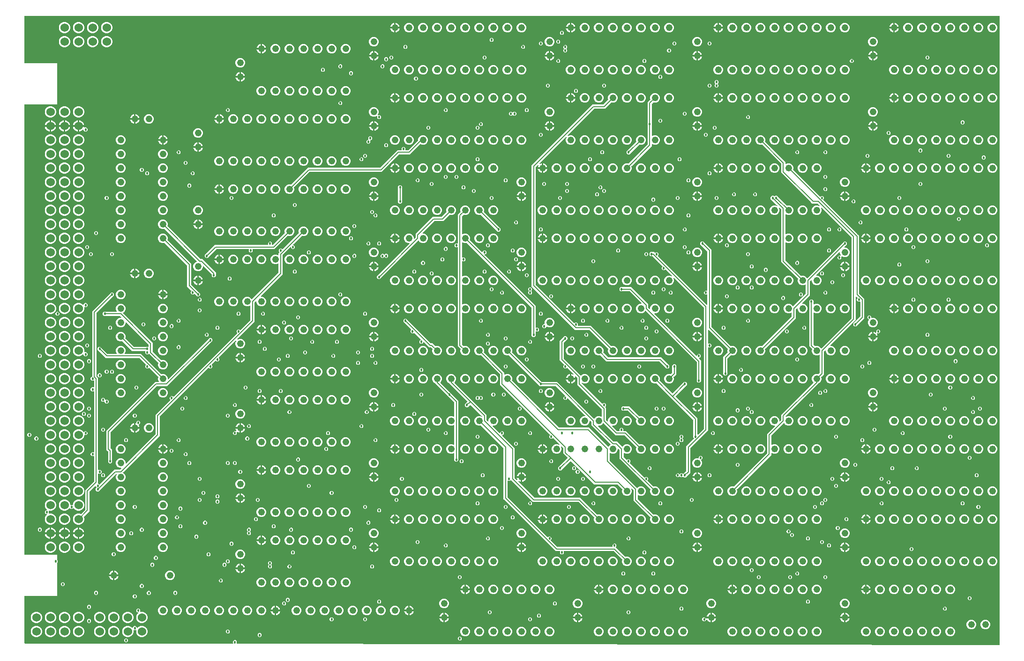
<source format=gbr>
G04 EAGLE Gerber RS-274X export*
G75*
%MOMM*%
%FSLAX34Y34*%
%LPD*%
%INCopper Layer 2*%
%IPPOS*%
%AMOC8*
5,1,8,0,0,1.08239X$1,22.5*%
G01*
%ADD10C,1.219200*%
%ADD11C,1.524000*%
%ADD12C,0.457200*%
%ADD13C,0.127000*%

G36*
X1765319Y538D02*
X1765319Y538D01*
X1765339Y535D01*
X1765440Y557D01*
X1765541Y574D01*
X1765560Y583D01*
X1765580Y588D01*
X1765668Y640D01*
X1765759Y688D01*
X1765773Y703D01*
X1765791Y714D01*
X1765858Y792D01*
X1765929Y866D01*
X1765937Y885D01*
X1765951Y901D01*
X1765989Y996D01*
X1766033Y1089D01*
X1766035Y1110D01*
X1766043Y1129D01*
X1766061Y1296D01*
X1766061Y1138328D01*
X1766058Y1138348D01*
X1766060Y1138367D01*
X1766038Y1138469D01*
X1766022Y1138571D01*
X1766012Y1138588D01*
X1766008Y1138608D01*
X1765955Y1138697D01*
X1765906Y1138788D01*
X1765892Y1138802D01*
X1765882Y1138819D01*
X1765803Y1138886D01*
X1765728Y1138958D01*
X1765710Y1138966D01*
X1765695Y1138979D01*
X1765599Y1139018D01*
X1765505Y1139061D01*
X1765485Y1139063D01*
X1765467Y1139071D01*
X1765300Y1139089D01*
X4572Y1139089D01*
X4552Y1139086D01*
X4533Y1139088D01*
X4431Y1139066D01*
X4329Y1139050D01*
X4312Y1139040D01*
X4292Y1139036D01*
X4203Y1138983D01*
X4112Y1138934D01*
X4098Y1138920D01*
X4081Y1138910D01*
X4014Y1138831D01*
X3942Y1138756D01*
X3934Y1138738D01*
X3921Y1138723D01*
X3882Y1138627D01*
X3839Y1138533D01*
X3837Y1138513D01*
X3829Y1138495D01*
X3811Y1138328D01*
X3811Y1054100D01*
X3814Y1054082D01*
X3812Y1054065D01*
X3812Y1054063D01*
X3812Y1054061D01*
X3834Y1053959D01*
X3850Y1053857D01*
X3860Y1053840D01*
X3864Y1053820D01*
X3917Y1053731D01*
X3966Y1053640D01*
X3980Y1053626D01*
X3990Y1053609D01*
X4069Y1053542D01*
X4144Y1053471D01*
X4162Y1053462D01*
X4177Y1053449D01*
X4273Y1053410D01*
X4367Y1053367D01*
X4387Y1053365D01*
X4405Y1053357D01*
X4572Y1053339D01*
X62739Y1053339D01*
X62739Y978661D01*
X4572Y978661D01*
X4552Y978658D01*
X4533Y978660D01*
X4431Y978638D01*
X4329Y978622D01*
X4312Y978612D01*
X4292Y978608D01*
X4203Y978555D01*
X4112Y978506D01*
X4098Y978492D01*
X4081Y978482D01*
X4014Y978403D01*
X3942Y978328D01*
X3934Y978310D01*
X3921Y978295D01*
X3882Y978199D01*
X3839Y978105D01*
X3837Y978085D01*
X3829Y978067D01*
X3811Y977900D01*
X3811Y165100D01*
X3814Y165080D01*
X3812Y165061D01*
X3834Y164959D01*
X3850Y164857D01*
X3860Y164840D01*
X3864Y164820D01*
X3917Y164731D01*
X3966Y164640D01*
X3980Y164626D01*
X3990Y164609D01*
X4069Y164542D01*
X4144Y164471D01*
X4162Y164462D01*
X4177Y164449D01*
X4273Y164410D01*
X4367Y164367D01*
X4387Y164365D01*
X4405Y164357D01*
X4572Y164339D01*
X62739Y164339D01*
X62739Y155332D01*
X62754Y155241D01*
X62761Y155151D01*
X62773Y155121D01*
X62779Y155089D01*
X62821Y155008D01*
X62857Y154924D01*
X62883Y154892D01*
X62894Y154871D01*
X62917Y154849D01*
X62962Y154793D01*
X63882Y153873D01*
X63882Y150927D01*
X62962Y150007D01*
X62909Y149933D01*
X62849Y149863D01*
X62837Y149833D01*
X62818Y149807D01*
X62791Y149720D01*
X62757Y149635D01*
X62753Y149594D01*
X62746Y149572D01*
X62747Y149540D01*
X62739Y149468D01*
X62739Y89661D01*
X4572Y89661D01*
X4552Y89658D01*
X4533Y89660D01*
X4431Y89638D01*
X4329Y89621D01*
X4312Y89612D01*
X4292Y89608D01*
X4203Y89555D01*
X4112Y89506D01*
X4098Y89492D01*
X4081Y89482D01*
X4014Y89403D01*
X3942Y89328D01*
X3934Y89310D01*
X3921Y89295D01*
X3882Y89199D01*
X3839Y89105D01*
X3837Y89085D01*
X3829Y89067D01*
X3811Y88900D01*
X3811Y4563D01*
X3814Y4545D01*
X3812Y4525D01*
X3834Y4423D01*
X3850Y4321D01*
X3859Y4304D01*
X3864Y4285D01*
X3917Y4195D01*
X3966Y4103D01*
X3979Y4090D01*
X3989Y4074D01*
X4068Y4006D01*
X4144Y3934D01*
X4161Y3926D01*
X4176Y3913D01*
X4272Y3874D01*
X4367Y3830D01*
X4386Y3828D01*
X4404Y3821D01*
X4571Y3802D01*
X380551Y3104D01*
X380623Y3116D01*
X380695Y3118D01*
X380743Y3135D01*
X380794Y3144D01*
X380858Y3178D01*
X380926Y3202D01*
X380966Y3234D01*
X381012Y3258D01*
X381062Y3311D01*
X381118Y3356D01*
X381146Y3399D01*
X381181Y3436D01*
X381212Y3502D01*
X381251Y3563D01*
X381264Y3613D01*
X381286Y3659D01*
X381294Y3731D01*
X381311Y3801D01*
X381307Y3853D01*
X381313Y3904D01*
X381298Y3975D01*
X381292Y4047D01*
X381272Y4094D01*
X381261Y4144D01*
X381224Y4206D01*
X381196Y4273D01*
X381152Y4328D01*
X381135Y4356D01*
X381117Y4371D01*
X381091Y4404D01*
X380618Y4877D01*
X380618Y7823D01*
X382702Y9907D01*
X385648Y9907D01*
X387732Y7823D01*
X387732Y4877D01*
X387245Y4391D01*
X387204Y4333D01*
X387155Y4281D01*
X387133Y4234D01*
X387102Y4191D01*
X387081Y4123D01*
X387051Y4059D01*
X387045Y4006D01*
X387030Y3956D01*
X387031Y3885D01*
X387023Y3814D01*
X387035Y3763D01*
X387036Y3710D01*
X387060Y3643D01*
X387075Y3574D01*
X387102Y3528D01*
X387120Y3479D01*
X387165Y3423D01*
X387201Y3362D01*
X387241Y3328D01*
X387274Y3287D01*
X387334Y3248D01*
X387388Y3202D01*
X387437Y3182D01*
X387481Y3154D01*
X387550Y3136D01*
X387616Y3110D01*
X387688Y3102D01*
X387720Y3094D01*
X387742Y3095D01*
X387782Y3091D01*
X1765299Y534D01*
X1765319Y538D01*
G37*
%LPC*%
G36*
X1141282Y219963D02*
X1141282Y219963D01*
X1138108Y221278D01*
X1135678Y223708D01*
X1134363Y226882D01*
X1134363Y230318D01*
X1134669Y231057D01*
X1134696Y231170D01*
X1134724Y231284D01*
X1134724Y231290D01*
X1134725Y231296D01*
X1134714Y231413D01*
X1134705Y231529D01*
X1134703Y231535D01*
X1134702Y231541D01*
X1134655Y231648D01*
X1134609Y231755D01*
X1134604Y231761D01*
X1134602Y231766D01*
X1134590Y231779D01*
X1134504Y231886D01*
X1104391Y261999D01*
X1104391Y280734D01*
X1104377Y280824D01*
X1104369Y280915D01*
X1104357Y280945D01*
X1104352Y280977D01*
X1104309Y281057D01*
X1104273Y281141D01*
X1104247Y281173D01*
X1104236Y281194D01*
X1104213Y281216D01*
X1104168Y281272D01*
X1101078Y284362D01*
X1100999Y284419D01*
X1100924Y284481D01*
X1100900Y284491D01*
X1100878Y284506D01*
X1100785Y284535D01*
X1100694Y284569D01*
X1100668Y284571D01*
X1100643Y284578D01*
X1100546Y284576D01*
X1100449Y284580D01*
X1100424Y284573D01*
X1100397Y284572D01*
X1100306Y284538D01*
X1100212Y284511D01*
X1100191Y284496D01*
X1100166Y284487D01*
X1100090Y284427D01*
X1100010Y284371D01*
X1099995Y284350D01*
X1099974Y284334D01*
X1099922Y284252D01*
X1099864Y284174D01*
X1099855Y284149D01*
X1099841Y284127D01*
X1099818Y284032D01*
X1099787Y283940D01*
X1099788Y283914D01*
X1099781Y283888D01*
X1099789Y283791D01*
X1099790Y283694D01*
X1099799Y283662D01*
X1099800Y283643D01*
X1099813Y283613D01*
X1099836Y283533D01*
X1100837Y281118D01*
X1100837Y277682D01*
X1099522Y274508D01*
X1097092Y272078D01*
X1093918Y270763D01*
X1090482Y270763D01*
X1087308Y272078D01*
X1084878Y274508D01*
X1083563Y277682D01*
X1083563Y281118D01*
X1083869Y281857D01*
X1083896Y281970D01*
X1083924Y282084D01*
X1083924Y282090D01*
X1083925Y282096D01*
X1083914Y282213D01*
X1083905Y282329D01*
X1083903Y282335D01*
X1083902Y282341D01*
X1083855Y282448D01*
X1083809Y282555D01*
X1083804Y282561D01*
X1083802Y282566D01*
X1083790Y282579D01*
X1083704Y282686D01*
X1075022Y291368D01*
X1074948Y291421D01*
X1074879Y291481D01*
X1074849Y291493D01*
X1074822Y291512D01*
X1074735Y291539D01*
X1074651Y291573D01*
X1074610Y291577D01*
X1074587Y291584D01*
X1074555Y291583D01*
X1074484Y291591D01*
X1033524Y291591D01*
X1031143Y293972D01*
X991138Y333977D01*
X991122Y333989D01*
X991110Y334004D01*
X991022Y334060D01*
X990939Y334121D01*
X990920Y334127D01*
X990903Y334137D01*
X990802Y334163D01*
X990703Y334193D01*
X990684Y334193D01*
X990664Y334197D01*
X990561Y334189D01*
X990458Y334187D01*
X990439Y334180D01*
X990419Y334178D01*
X990324Y334138D01*
X990227Y334102D01*
X990211Y334090D01*
X990193Y334082D01*
X990062Y333977D01*
X973076Y316991D01*
X970024Y316991D01*
X967866Y319149D01*
X967866Y322201D01*
X984852Y339187D01*
X984864Y339203D01*
X984879Y339215D01*
X984935Y339303D01*
X984996Y339386D01*
X985002Y339405D01*
X985012Y339422D01*
X985038Y339523D01*
X985068Y339622D01*
X985068Y339641D01*
X985072Y339661D01*
X985064Y339764D01*
X985062Y339867D01*
X985055Y339886D01*
X985053Y339906D01*
X985013Y340001D01*
X984977Y340098D01*
X984965Y340114D01*
X984957Y340132D01*
X984852Y340263D01*
X977391Y347724D01*
X977391Y356934D01*
X977377Y357024D01*
X977369Y357115D01*
X977357Y357145D01*
X977352Y357177D01*
X977309Y357257D01*
X977273Y357341D01*
X977247Y357373D01*
X977236Y357394D01*
X977213Y357416D01*
X977168Y357472D01*
X974078Y360562D01*
X973999Y360619D01*
X973924Y360681D01*
X973900Y360691D01*
X973878Y360706D01*
X973785Y360735D01*
X973694Y360769D01*
X973668Y360771D01*
X973643Y360778D01*
X973546Y360776D01*
X973449Y360780D01*
X973424Y360773D01*
X973397Y360772D01*
X973306Y360738D01*
X973212Y360711D01*
X973191Y360696D01*
X973166Y360687D01*
X973090Y360627D01*
X973010Y360571D01*
X972995Y360550D01*
X972974Y360534D01*
X972922Y360452D01*
X972864Y360374D01*
X972855Y360349D01*
X972841Y360327D01*
X972818Y360232D01*
X972787Y360140D01*
X972788Y360114D01*
X972781Y360088D01*
X972789Y359991D01*
X972790Y359894D01*
X972799Y359862D01*
X972800Y359843D01*
X972813Y359813D01*
X972836Y359733D01*
X973837Y357318D01*
X973837Y353882D01*
X972522Y350708D01*
X970092Y348278D01*
X966918Y346963D01*
X963482Y346963D01*
X960308Y348278D01*
X957878Y350708D01*
X956563Y353882D01*
X956563Y357318D01*
X957878Y360492D01*
X960308Y362922D01*
X963482Y364237D01*
X966918Y364237D01*
X969333Y363236D01*
X969428Y363214D01*
X969521Y363186D01*
X969547Y363186D01*
X969572Y363180D01*
X969669Y363189D01*
X969767Y363192D01*
X969791Y363201D01*
X969817Y363203D01*
X969906Y363243D01*
X969998Y363276D01*
X970018Y363293D01*
X970042Y363303D01*
X970113Y363369D01*
X970190Y363430D01*
X970204Y363452D01*
X970223Y363470D01*
X970270Y363555D01*
X970323Y363637D01*
X970329Y363662D01*
X970342Y363685D01*
X970359Y363781D01*
X970383Y363876D01*
X970381Y363902D01*
X970385Y363927D01*
X970371Y364024D01*
X970363Y364121D01*
X970353Y364145D01*
X970349Y364171D01*
X970305Y364258D01*
X970267Y364347D01*
X970247Y364373D01*
X970238Y364390D01*
X970214Y364413D01*
X970162Y364478D01*
X959298Y375342D01*
X959282Y375354D01*
X959270Y375369D01*
X959182Y375425D01*
X959099Y375485D01*
X959080Y375491D01*
X959063Y375502D01*
X958962Y375527D01*
X958864Y375558D01*
X958844Y375557D01*
X958824Y375562D01*
X958721Y375554D01*
X958618Y375551D01*
X958599Y375545D01*
X958579Y375543D01*
X958484Y375503D01*
X958387Y375467D01*
X958371Y375455D01*
X958353Y375447D01*
X958222Y375342D01*
X957148Y374268D01*
X954202Y374268D01*
X952118Y376352D01*
X952118Y379298D01*
X953192Y380372D01*
X953204Y380388D01*
X953219Y380401D01*
X953275Y380488D01*
X953335Y380572D01*
X953341Y380591D01*
X953352Y380607D01*
X953377Y380708D01*
X953408Y380807D01*
X953407Y380827D01*
X953412Y380846D01*
X953404Y380949D01*
X953401Y381053D01*
X953395Y381071D01*
X953393Y381091D01*
X953353Y381186D01*
X953317Y381284D01*
X953305Y381299D01*
X953297Y381318D01*
X953192Y381448D01*
X863091Y471549D01*
X863091Y490284D01*
X863077Y490374D01*
X863069Y490465D01*
X863057Y490495D01*
X863052Y490527D01*
X863009Y490607D01*
X862973Y490691D01*
X862947Y490723D01*
X862936Y490744D01*
X862913Y490766D01*
X862868Y490822D01*
X828786Y524904D01*
X828692Y524972D01*
X828598Y525042D01*
X828592Y525044D01*
X828586Y525048D01*
X828475Y525082D01*
X828364Y525118D01*
X828357Y525118D01*
X828351Y525120D01*
X828235Y525117D01*
X828118Y525116D01*
X828110Y525114D01*
X828106Y525114D01*
X828088Y525107D01*
X827957Y525069D01*
X827218Y524763D01*
X823782Y524763D01*
X820608Y526078D01*
X818178Y528508D01*
X816863Y531682D01*
X816863Y535118D01*
X818178Y538292D01*
X820608Y540722D01*
X823782Y542037D01*
X827218Y542037D01*
X830392Y540722D01*
X832822Y538292D01*
X834137Y535118D01*
X834137Y531682D01*
X833831Y530943D01*
X833804Y530830D01*
X833776Y530716D01*
X833776Y530710D01*
X833775Y530704D01*
X833786Y530587D01*
X833795Y530471D01*
X833797Y530465D01*
X833798Y530459D01*
X833846Y530351D01*
X833891Y530245D01*
X833896Y530239D01*
X833898Y530234D01*
X833910Y530221D01*
X833996Y530114D01*
X868078Y496032D01*
X870459Y493651D01*
X870459Y490668D01*
X870466Y490623D01*
X870464Y490577D01*
X870486Y490502D01*
X870498Y490425D01*
X870520Y490385D01*
X870533Y490341D01*
X870577Y490277D01*
X870614Y490208D01*
X870647Y490176D01*
X870673Y490139D01*
X870736Y490092D01*
X870792Y490039D01*
X870834Y490019D01*
X870870Y489992D01*
X870944Y489968D01*
X871015Y489935D01*
X871061Y489930D01*
X871104Y489916D01*
X871182Y489916D01*
X871259Y489908D01*
X871304Y489918D01*
X871350Y489918D01*
X871482Y489956D01*
X871500Y489960D01*
X871504Y489963D01*
X871511Y489965D01*
X874582Y491237D01*
X878018Y491237D01*
X881192Y489922D01*
X883622Y487492D01*
X884937Y484318D01*
X884937Y480882D01*
X884631Y480143D01*
X884604Y480030D01*
X884576Y479916D01*
X884576Y479910D01*
X884575Y479904D01*
X884586Y479787D01*
X884595Y479671D01*
X884597Y479665D01*
X884598Y479659D01*
X884646Y479552D01*
X884691Y479445D01*
X884696Y479439D01*
X884698Y479434D01*
X884710Y479421D01*
X884796Y479314D01*
X969678Y394432D01*
X969752Y394378D01*
X969821Y394319D01*
X969851Y394307D01*
X969878Y394288D01*
X969965Y394261D01*
X970049Y394227D01*
X970090Y394223D01*
X970113Y394216D01*
X970145Y394217D01*
X970216Y394209D01*
X1023876Y394209D01*
X1058120Y359964D01*
X1058157Y359938D01*
X1058189Y359904D01*
X1058257Y359866D01*
X1058320Y359821D01*
X1058364Y359807D01*
X1058404Y359785D01*
X1058481Y359771D01*
X1058555Y359749D01*
X1058601Y359750D01*
X1058646Y359742D01*
X1058723Y359753D01*
X1058801Y359755D01*
X1058844Y359771D01*
X1058889Y359777D01*
X1058959Y359813D01*
X1059032Y359839D01*
X1059068Y359868D01*
X1059109Y359889D01*
X1059163Y359944D01*
X1059224Y359993D01*
X1059249Y360032D01*
X1059281Y360064D01*
X1059347Y360184D01*
X1059357Y360200D01*
X1059358Y360205D01*
X1059362Y360211D01*
X1059478Y360492D01*
X1061908Y362922D01*
X1062189Y363038D01*
X1062228Y363062D01*
X1062271Y363078D01*
X1062331Y363127D01*
X1062398Y363168D01*
X1062427Y363203D01*
X1062463Y363232D01*
X1062505Y363297D01*
X1062554Y363357D01*
X1062571Y363400D01*
X1062596Y363439D01*
X1062615Y363514D01*
X1062643Y363587D01*
X1062645Y363633D01*
X1062656Y363677D01*
X1062650Y363755D01*
X1062653Y363833D01*
X1062640Y363877D01*
X1062637Y363923D01*
X1062606Y363994D01*
X1062585Y364069D01*
X1062558Y364107D01*
X1062540Y364149D01*
X1062455Y364256D01*
X1062444Y364271D01*
X1062440Y364274D01*
X1062436Y364280D01*
X1028191Y398524D01*
X1028191Y404559D01*
X1028177Y404649D01*
X1028169Y404740D01*
X1028157Y404770D01*
X1028152Y404802D01*
X1028109Y404882D01*
X1028073Y404966D01*
X1028047Y404998D01*
X1028036Y405019D01*
X1028013Y405041D01*
X1027968Y405097D01*
X1025936Y407129D01*
X1025878Y407171D01*
X1025826Y407220D01*
X1025779Y407242D01*
X1025737Y407273D01*
X1025668Y407294D01*
X1025603Y407324D01*
X1025551Y407330D01*
X1025501Y407345D01*
X1025430Y407343D01*
X1025359Y407351D01*
X1025308Y407340D01*
X1025256Y407339D01*
X1025188Y407314D01*
X1025118Y407299D01*
X1025074Y407272D01*
X1025025Y407254D01*
X1024969Y407209D01*
X1024907Y407173D01*
X1024873Y407133D01*
X1024833Y407101D01*
X1024794Y407040D01*
X1024747Y406986D01*
X1024728Y406937D01*
X1024700Y406894D01*
X1024682Y406824D01*
X1024655Y406758D01*
X1024647Y406686D01*
X1024639Y406655D01*
X1024641Y406632D01*
X1024637Y406591D01*
X1024637Y404682D01*
X1023322Y401508D01*
X1020892Y399078D01*
X1017718Y397763D01*
X1014282Y397763D01*
X1011108Y399078D01*
X1008678Y401508D01*
X1007363Y404682D01*
X1007363Y408118D01*
X1008678Y411292D01*
X1011108Y413722D01*
X1014282Y415037D01*
X1016191Y415037D01*
X1016262Y415048D01*
X1016333Y415050D01*
X1016382Y415068D01*
X1016434Y415076D01*
X1016497Y415110D01*
X1016564Y415135D01*
X1016605Y415167D01*
X1016651Y415192D01*
X1016700Y415243D01*
X1016756Y415288D01*
X1016785Y415332D01*
X1016820Y415370D01*
X1016851Y415435D01*
X1016889Y415495D01*
X1016902Y415546D01*
X1016924Y415593D01*
X1016932Y415664D01*
X1016949Y415734D01*
X1016945Y415786D01*
X1016951Y415837D01*
X1016936Y415908D01*
X1016930Y415979D01*
X1016910Y416027D01*
X1016899Y416078D01*
X1016862Y416139D01*
X1016834Y416205D01*
X1016789Y416261D01*
X1016773Y416289D01*
X1016755Y416304D01*
X1016729Y416336D01*
X985931Y447134D01*
X985873Y447176D01*
X985821Y447225D01*
X985774Y447247D01*
X985732Y447278D01*
X985663Y447299D01*
X985598Y447329D01*
X985546Y447335D01*
X985496Y447350D01*
X985425Y447348D01*
X985354Y447356D01*
X985303Y447345D01*
X985251Y447344D01*
X985183Y447319D01*
X985113Y447304D01*
X985069Y447277D01*
X985020Y447259D01*
X984964Y447214D01*
X984902Y447178D01*
X984868Y447138D01*
X984828Y447106D01*
X984789Y447045D01*
X984742Y446991D01*
X984723Y446942D01*
X984695Y446899D01*
X984677Y446829D01*
X984650Y446763D01*
X984642Y446691D01*
X984634Y446660D01*
X984636Y446637D01*
X984632Y446596D01*
X984632Y446202D01*
X982548Y444118D01*
X979602Y444118D01*
X977518Y446202D01*
X977518Y449148D01*
X979602Y451232D01*
X979996Y451232D01*
X980067Y451243D01*
X980138Y451245D01*
X980187Y451263D01*
X980239Y451271D01*
X980302Y451305D01*
X980369Y451330D01*
X980410Y451362D01*
X980456Y451387D01*
X980505Y451438D01*
X980561Y451483D01*
X980590Y451527D01*
X980625Y451565D01*
X980656Y451630D01*
X980694Y451690D01*
X980707Y451741D01*
X980729Y451788D01*
X980737Y451859D01*
X980754Y451929D01*
X980750Y451981D01*
X980756Y452032D01*
X980741Y452103D01*
X980735Y452174D01*
X980715Y452222D01*
X980704Y452273D01*
X980667Y452334D01*
X980639Y452400D01*
X980594Y452456D01*
X980578Y452484D01*
X980560Y452499D01*
X980534Y452531D01*
X963897Y469168D01*
X963823Y469221D01*
X963754Y469281D01*
X963724Y469293D01*
X963697Y469312D01*
X963610Y469339D01*
X963526Y469373D01*
X963485Y469377D01*
X963462Y469384D01*
X963430Y469383D01*
X963359Y469391D01*
X935099Y469391D01*
X879586Y524904D01*
X879492Y524972D01*
X879398Y525042D01*
X879391Y525044D01*
X879386Y525048D01*
X879276Y525082D01*
X879164Y525118D01*
X879157Y525118D01*
X879151Y525120D01*
X879035Y525117D01*
X878918Y525116D01*
X878911Y525114D01*
X878905Y525114D01*
X878888Y525107D01*
X878757Y525069D01*
X878018Y524763D01*
X874582Y524763D01*
X871408Y526078D01*
X868978Y528508D01*
X867663Y531682D01*
X867663Y535118D01*
X868978Y538292D01*
X871408Y540722D01*
X874582Y542037D01*
X878018Y542037D01*
X881192Y540722D01*
X883622Y538292D01*
X884937Y535118D01*
X884937Y531682D01*
X884631Y530943D01*
X884604Y530830D01*
X884576Y530716D01*
X884576Y530710D01*
X884575Y530704D01*
X884586Y530587D01*
X884595Y530471D01*
X884597Y530465D01*
X884598Y530459D01*
X884646Y530352D01*
X884691Y530245D01*
X884696Y530239D01*
X884698Y530234D01*
X884710Y530221D01*
X884796Y530114D01*
X937928Y476982D01*
X938002Y476929D01*
X938071Y476869D01*
X938101Y476857D01*
X938128Y476838D01*
X938215Y476811D01*
X938299Y476777D01*
X938340Y476773D01*
X938363Y476766D01*
X938395Y476767D01*
X938466Y476759D01*
X966726Y476759D01*
X969107Y474378D01*
X1032720Y410764D01*
X1032757Y410738D01*
X1032789Y410704D01*
X1032857Y410666D01*
X1032920Y410621D01*
X1032964Y410607D01*
X1033004Y410585D01*
X1033081Y410571D01*
X1033155Y410548D01*
X1033201Y410550D01*
X1033246Y410542D01*
X1033323Y410553D01*
X1033401Y410555D01*
X1033444Y410571D01*
X1033489Y410577D01*
X1033559Y410613D01*
X1033632Y410639D01*
X1033668Y410668D01*
X1033709Y410689D01*
X1033763Y410744D01*
X1033824Y410793D01*
X1033849Y410832D01*
X1033881Y410864D01*
X1033947Y410984D01*
X1033957Y411000D01*
X1033958Y411005D01*
X1033962Y411011D01*
X1034078Y411292D01*
X1036508Y413722D01*
X1039682Y415037D01*
X1043118Y415037D01*
X1046189Y413765D01*
X1046233Y413754D01*
X1046275Y413735D01*
X1046352Y413726D01*
X1046428Y413709D01*
X1046474Y413713D01*
X1046519Y413708D01*
X1046596Y413724D01*
X1046673Y413732D01*
X1046715Y413750D01*
X1046760Y413760D01*
X1046827Y413800D01*
X1046898Y413832D01*
X1046932Y413863D01*
X1046971Y413886D01*
X1047022Y413945D01*
X1047079Y413998D01*
X1047101Y414038D01*
X1047131Y414073D01*
X1047160Y414145D01*
X1047197Y414214D01*
X1047206Y414259D01*
X1047223Y414301D01*
X1047238Y414437D01*
X1047241Y414456D01*
X1047240Y414461D01*
X1047241Y414468D01*
X1047241Y426784D01*
X1047227Y426874D01*
X1047219Y426965D01*
X1047207Y426995D01*
X1047202Y427027D01*
X1047159Y427107D01*
X1047123Y427191D01*
X1047097Y427223D01*
X1047086Y427244D01*
X1047063Y427266D01*
X1047018Y427322D01*
X1002791Y471549D01*
X1002791Y483934D01*
X1002788Y483951D01*
X1002790Y483968D01*
X1002776Y484034D01*
X1002769Y484115D01*
X1002757Y484145D01*
X1002752Y484177D01*
X1002740Y484198D01*
X1002738Y484208D01*
X1002712Y484252D01*
X1002709Y484257D01*
X1002673Y484341D01*
X1002647Y484373D01*
X1002636Y484394D01*
X1002614Y484415D01*
X1002612Y484419D01*
X1002609Y484422D01*
X1002568Y484472D01*
X999478Y487562D01*
X999399Y487619D01*
X999324Y487681D01*
X999300Y487691D01*
X999278Y487706D01*
X999185Y487735D01*
X999094Y487769D01*
X999068Y487771D01*
X999043Y487778D01*
X998946Y487776D01*
X998849Y487780D01*
X998823Y487773D01*
X998797Y487772D01*
X998706Y487738D01*
X998612Y487711D01*
X998591Y487696D01*
X998566Y487687D01*
X998490Y487626D01*
X998410Y487571D01*
X998395Y487550D01*
X998374Y487534D01*
X998322Y487452D01*
X998264Y487374D01*
X998255Y487349D01*
X998241Y487327D01*
X998218Y487232D01*
X998187Y487140D01*
X998188Y487114D01*
X998181Y487088D01*
X998189Y486991D01*
X998190Y486894D01*
X998199Y486862D01*
X998200Y486843D01*
X998213Y486813D01*
X998236Y486733D01*
X998905Y485119D01*
X999103Y484123D01*
X992123Y484123D01*
X992123Y491103D01*
X993119Y490905D01*
X994733Y490236D01*
X994828Y490214D01*
X994921Y490186D01*
X994947Y490186D01*
X994972Y490180D01*
X995069Y490189D01*
X995167Y490192D01*
X995191Y490201D01*
X995217Y490203D01*
X995306Y490243D01*
X995398Y490276D01*
X995418Y490293D01*
X995442Y490303D01*
X995514Y490369D01*
X995590Y490430D01*
X995604Y490452D01*
X995623Y490470D01*
X995670Y490555D01*
X995723Y490637D01*
X995729Y490662D01*
X995742Y490685D01*
X995759Y490781D01*
X995783Y490876D01*
X995781Y490902D01*
X995785Y490927D01*
X995771Y491024D01*
X995764Y491121D01*
X995753Y491145D01*
X995749Y491171D01*
X995705Y491258D01*
X995667Y491347D01*
X995647Y491372D01*
X995638Y491390D01*
X995614Y491413D01*
X995562Y491478D01*
X984698Y502342D01*
X984682Y502354D01*
X984670Y502369D01*
X984582Y502425D01*
X984499Y502485D01*
X984480Y502491D01*
X984463Y502502D01*
X984362Y502527D01*
X984264Y502558D01*
X984244Y502557D01*
X984224Y502562D01*
X984121Y502554D01*
X984018Y502551D01*
X983999Y502545D01*
X983979Y502543D01*
X983884Y502503D01*
X983787Y502467D01*
X983771Y502455D01*
X983753Y502447D01*
X983622Y502342D01*
X982548Y501268D01*
X979602Y501268D01*
X977518Y503352D01*
X977518Y506298D01*
X978592Y507372D01*
X978604Y507388D01*
X978619Y507401D01*
X978675Y507488D01*
X978735Y507572D01*
X978741Y507591D01*
X978752Y507607D01*
X978777Y507708D01*
X978808Y507807D01*
X978807Y507827D01*
X978812Y507846D01*
X978804Y507949D01*
X978801Y508053D01*
X978795Y508071D01*
X978793Y508091D01*
X978753Y508186D01*
X978717Y508284D01*
X978705Y508299D01*
X978697Y508318D01*
X978592Y508448D01*
X973422Y513618D01*
X971041Y515999D01*
X971041Y550801D01*
X979549Y559309D01*
X982601Y559309D01*
X984759Y557151D01*
X984759Y554099D01*
X978632Y547972D01*
X978579Y547898D01*
X978519Y547829D01*
X978507Y547799D01*
X978488Y547772D01*
X978461Y547685D01*
X978427Y547601D01*
X978423Y547560D01*
X978416Y547537D01*
X978417Y547505D01*
X978409Y547434D01*
X978409Y519366D01*
X978423Y519276D01*
X978431Y519185D01*
X978443Y519155D01*
X978448Y519123D01*
X978491Y519043D01*
X978527Y518959D01*
X978553Y518927D01*
X978564Y518906D01*
X978587Y518884D01*
X978632Y518828D01*
X1008784Y488675D01*
X1008801Y488664D01*
X1008813Y488648D01*
X1008900Y488592D01*
X1008984Y488532D01*
X1009003Y488526D01*
X1009020Y488515D01*
X1009120Y488490D01*
X1009219Y488459D01*
X1009239Y488460D01*
X1009258Y488455D01*
X1009361Y488463D01*
X1009465Y488466D01*
X1009484Y488473D01*
X1009504Y488474D01*
X1009598Y488514D01*
X1009696Y488550D01*
X1009712Y488563D01*
X1009730Y488570D01*
X1009861Y488675D01*
X1011108Y489922D01*
X1014282Y491237D01*
X1017718Y491237D01*
X1020892Y489922D01*
X1023322Y487492D01*
X1024637Y484318D01*
X1024637Y480882D01*
X1023322Y477708D01*
X1020892Y475278D01*
X1017718Y473963D01*
X1014282Y473963D01*
X1011867Y474964D01*
X1011772Y474986D01*
X1011679Y475014D01*
X1011653Y475014D01*
X1011628Y475020D01*
X1011531Y475011D01*
X1011433Y475008D01*
X1011409Y474999D01*
X1011383Y474997D01*
X1011294Y474957D01*
X1011202Y474924D01*
X1011182Y474907D01*
X1011158Y474897D01*
X1011087Y474831D01*
X1011010Y474770D01*
X1010996Y474748D01*
X1010977Y474730D01*
X1010930Y474645D01*
X1010877Y474563D01*
X1010871Y474538D01*
X1010858Y474515D01*
X1010841Y474419D01*
X1010817Y474324D01*
X1010819Y474298D01*
X1010815Y474273D01*
X1010829Y474176D01*
X1010837Y474079D01*
X1010847Y474055D01*
X1010851Y474029D01*
X1010895Y473942D01*
X1010933Y473853D01*
X1010953Y473827D01*
X1010962Y473810D01*
X1010986Y473787D01*
X1011038Y473722D01*
X1047302Y437458D01*
X1047318Y437446D01*
X1047330Y437431D01*
X1047418Y437375D01*
X1047501Y437315D01*
X1047520Y437309D01*
X1047537Y437298D01*
X1047638Y437273D01*
X1047736Y437242D01*
X1047756Y437243D01*
X1047776Y437238D01*
X1047879Y437246D01*
X1047982Y437249D01*
X1048001Y437255D01*
X1048021Y437257D01*
X1048116Y437297D01*
X1048213Y437333D01*
X1048229Y437345D01*
X1048247Y437353D01*
X1048378Y437458D01*
X1049452Y438532D01*
X1052398Y438532D01*
X1054482Y436448D01*
X1054482Y433502D01*
X1053408Y432428D01*
X1053396Y432412D01*
X1053381Y432399D01*
X1053325Y432312D01*
X1053265Y432228D01*
X1053259Y432209D01*
X1053248Y432193D01*
X1053223Y432092D01*
X1053192Y431993D01*
X1053193Y431973D01*
X1053188Y431954D01*
X1053196Y431851D01*
X1053199Y431747D01*
X1053205Y431729D01*
X1053207Y431709D01*
X1053247Y431614D01*
X1053283Y431516D01*
X1053295Y431501D01*
X1053303Y431482D01*
X1053408Y431352D01*
X1054609Y430151D01*
X1054609Y408241D01*
X1054623Y408151D01*
X1054631Y408060D01*
X1054643Y408030D01*
X1054648Y407998D01*
X1054691Y407918D01*
X1054727Y407834D01*
X1054753Y407802D01*
X1054764Y407781D01*
X1054787Y407759D01*
X1054832Y407703D01*
X1056864Y405671D01*
X1056922Y405629D01*
X1056974Y405580D01*
X1057021Y405558D01*
X1057063Y405527D01*
X1057132Y405506D01*
X1057197Y405476D01*
X1057249Y405470D01*
X1057299Y405455D01*
X1057370Y405457D01*
X1057441Y405449D01*
X1057492Y405460D01*
X1057544Y405461D01*
X1057612Y405486D01*
X1057682Y405501D01*
X1057727Y405528D01*
X1057775Y405546D01*
X1057831Y405591D01*
X1057893Y405627D01*
X1057927Y405667D01*
X1057967Y405699D01*
X1058006Y405760D01*
X1058053Y405814D01*
X1058072Y405863D01*
X1058100Y405906D01*
X1058118Y405976D01*
X1058145Y406042D01*
X1058153Y406114D01*
X1058161Y406145D01*
X1058159Y406168D01*
X1058163Y406209D01*
X1058163Y408118D01*
X1059478Y411292D01*
X1061908Y413722D01*
X1065082Y415037D01*
X1068518Y415037D01*
X1071692Y413722D01*
X1074122Y411292D01*
X1075437Y408118D01*
X1075437Y404682D01*
X1074122Y401508D01*
X1071692Y399078D01*
X1068518Y397763D01*
X1066609Y397763D01*
X1066538Y397752D01*
X1066467Y397750D01*
X1066418Y397732D01*
X1066366Y397724D01*
X1066303Y397690D01*
X1066236Y397665D01*
X1066195Y397633D01*
X1066149Y397608D01*
X1066100Y397556D01*
X1066044Y397512D01*
X1066015Y397468D01*
X1065980Y397430D01*
X1065949Y397365D01*
X1065911Y397305D01*
X1065898Y397254D01*
X1065876Y397207D01*
X1065868Y397136D01*
X1065851Y397066D01*
X1065855Y397014D01*
X1065849Y396963D01*
X1065864Y396892D01*
X1065870Y396821D01*
X1065890Y396773D01*
X1065901Y396722D01*
X1065938Y396661D01*
X1065966Y396595D01*
X1066011Y396539D01*
X1066027Y396511D01*
X1066045Y396496D01*
X1066071Y396464D01*
X1074453Y388082D01*
X1074527Y388028D01*
X1074596Y387969D01*
X1074626Y387957D01*
X1074653Y387938D01*
X1074740Y387911D01*
X1074824Y387877D01*
X1074865Y387873D01*
X1074888Y387866D01*
X1074920Y387867D01*
X1074991Y387859D01*
X1078473Y387859D01*
X1078544Y387870D01*
X1078616Y387872D01*
X1078665Y387890D01*
X1078716Y387898D01*
X1078780Y387932D01*
X1078847Y387957D01*
X1078888Y387989D01*
X1078934Y388014D01*
X1078983Y388065D01*
X1079039Y388110D01*
X1079067Y388154D01*
X1079103Y388192D01*
X1079133Y388257D01*
X1079172Y388317D01*
X1079185Y388368D01*
X1079207Y388415D01*
X1079215Y388486D01*
X1079232Y388556D01*
X1079228Y388608D01*
X1079234Y388659D01*
X1079218Y388730D01*
X1079213Y388801D01*
X1079193Y388849D01*
X1079181Y388900D01*
X1079145Y388961D01*
X1079118Y389023D01*
X1079118Y391998D01*
X1081202Y394082D01*
X1084148Y394082D01*
X1086232Y391998D01*
X1086232Y389015D01*
X1086225Y389001D01*
X1086195Y388959D01*
X1086174Y388890D01*
X1086143Y388825D01*
X1086138Y388773D01*
X1086122Y388724D01*
X1086124Y388652D01*
X1086116Y388581D01*
X1086127Y388530D01*
X1086129Y388478D01*
X1086153Y388410D01*
X1086169Y388340D01*
X1086195Y388295D01*
X1086213Y388247D01*
X1086258Y388191D01*
X1086295Y388129D01*
X1086334Y388095D01*
X1086367Y388055D01*
X1086427Y388016D01*
X1086482Y387969D01*
X1086530Y387950D01*
X1086574Y387922D01*
X1086643Y387904D01*
X1086710Y387877D01*
X1086781Y387869D01*
X1086812Y387861D01*
X1086836Y387863D01*
X1086877Y387859D01*
X1090551Y387859D01*
X1114314Y364096D01*
X1114408Y364028D01*
X1114502Y363958D01*
X1114509Y363956D01*
X1114514Y363952D01*
X1114624Y363918D01*
X1114736Y363882D01*
X1114743Y363882D01*
X1114749Y363880D01*
X1114865Y363883D01*
X1114982Y363884D01*
X1114989Y363886D01*
X1114995Y363886D01*
X1115012Y363893D01*
X1115143Y363931D01*
X1115882Y364237D01*
X1119318Y364237D01*
X1122492Y362922D01*
X1124922Y360492D01*
X1126237Y357318D01*
X1126237Y353882D01*
X1124922Y350708D01*
X1122492Y348278D01*
X1119318Y346963D01*
X1115882Y346963D01*
X1112708Y348278D01*
X1110278Y350708D01*
X1108963Y353882D01*
X1108963Y357318D01*
X1109269Y358057D01*
X1109278Y358096D01*
X1109288Y358117D01*
X1109293Y358156D01*
X1109296Y358170D01*
X1109324Y358284D01*
X1109324Y358290D01*
X1109325Y358296D01*
X1109314Y358413D01*
X1109305Y358529D01*
X1109303Y358535D01*
X1109302Y358541D01*
X1109255Y358648D01*
X1109209Y358755D01*
X1109204Y358761D01*
X1109202Y358766D01*
X1109190Y358779D01*
X1109104Y358886D01*
X1087722Y380268D01*
X1087648Y380321D01*
X1087579Y380381D01*
X1087549Y380393D01*
X1087522Y380412D01*
X1087435Y380439D01*
X1087351Y380473D01*
X1087310Y380477D01*
X1087287Y380484D01*
X1087255Y380483D01*
X1087184Y380491D01*
X1071624Y380491D01*
X1050080Y402036D01*
X1050043Y402062D01*
X1050011Y402096D01*
X1049943Y402134D01*
X1049880Y402179D01*
X1049836Y402193D01*
X1049796Y402215D01*
X1049719Y402229D01*
X1049645Y402252D01*
X1049599Y402250D01*
X1049554Y402258D01*
X1049477Y402247D01*
X1049399Y402245D01*
X1049356Y402229D01*
X1049311Y402223D01*
X1049241Y402187D01*
X1049168Y402161D01*
X1049132Y402132D01*
X1049091Y402111D01*
X1049037Y402056D01*
X1048976Y402007D01*
X1048951Y401968D01*
X1048919Y401936D01*
X1048853Y401816D01*
X1048843Y401800D01*
X1048842Y401795D01*
X1048838Y401789D01*
X1048722Y401508D01*
X1046292Y399078D01*
X1043118Y397763D01*
X1041209Y397763D01*
X1041138Y397752D01*
X1041067Y397750D01*
X1041018Y397732D01*
X1040966Y397724D01*
X1040903Y397690D01*
X1040836Y397665D01*
X1040795Y397633D01*
X1040749Y397608D01*
X1040700Y397556D01*
X1040644Y397512D01*
X1040615Y397468D01*
X1040580Y397430D01*
X1040549Y397365D01*
X1040511Y397305D01*
X1040498Y397254D01*
X1040476Y397207D01*
X1040468Y397136D01*
X1040451Y397066D01*
X1040455Y397014D01*
X1040449Y396963D01*
X1040464Y396892D01*
X1040470Y396821D01*
X1040490Y396773D01*
X1040501Y396722D01*
X1040538Y396661D01*
X1040566Y396595D01*
X1040611Y396539D01*
X1040627Y396511D01*
X1040645Y396496D01*
X1040671Y396464D01*
X1068103Y369032D01*
X1068177Y368978D01*
X1068246Y368919D01*
X1068276Y368907D01*
X1068303Y368888D01*
X1068390Y368861D01*
X1068474Y368827D01*
X1068515Y368823D01*
X1068538Y368816D01*
X1068570Y368817D01*
X1068641Y368809D01*
X1074676Y368809D01*
X1083520Y359964D01*
X1083557Y359938D01*
X1083589Y359904D01*
X1083657Y359866D01*
X1083720Y359821D01*
X1083764Y359807D01*
X1083804Y359785D01*
X1083881Y359771D01*
X1083955Y359748D01*
X1084001Y359750D01*
X1084046Y359742D01*
X1084123Y359753D01*
X1084201Y359755D01*
X1084244Y359771D01*
X1084289Y359777D01*
X1084359Y359813D01*
X1084432Y359839D01*
X1084468Y359868D01*
X1084509Y359889D01*
X1084563Y359944D01*
X1084624Y359993D01*
X1084649Y360032D01*
X1084681Y360064D01*
X1084747Y360184D01*
X1084757Y360200D01*
X1084758Y360205D01*
X1084762Y360211D01*
X1084878Y360492D01*
X1087308Y362922D01*
X1090482Y364237D01*
X1093918Y364237D01*
X1097092Y362922D01*
X1099522Y360492D01*
X1100837Y357318D01*
X1100837Y353882D01*
X1099522Y350708D01*
X1097092Y348278D01*
X1093918Y346963D01*
X1090482Y346963D01*
X1087411Y348235D01*
X1087367Y348246D01*
X1087325Y348265D01*
X1087248Y348274D01*
X1087172Y348291D01*
X1087126Y348287D01*
X1087081Y348292D01*
X1087004Y348276D01*
X1086927Y348268D01*
X1086885Y348250D01*
X1086840Y348240D01*
X1086773Y348200D01*
X1086702Y348168D01*
X1086668Y348137D01*
X1086629Y348114D01*
X1086578Y348055D01*
X1086521Y348002D01*
X1086499Y347962D01*
X1086469Y347927D01*
X1086440Y347855D01*
X1086403Y347786D01*
X1086394Y347741D01*
X1086377Y347699D01*
X1086362Y347563D01*
X1086359Y347544D01*
X1086360Y347539D01*
X1086359Y347532D01*
X1086359Y341566D01*
X1086361Y341550D01*
X1086360Y341535D01*
X1086374Y341469D01*
X1086381Y341385D01*
X1086393Y341355D01*
X1086398Y341323D01*
X1086411Y341300D01*
X1086412Y341294D01*
X1086428Y341268D01*
X1086441Y341243D01*
X1086477Y341159D01*
X1086503Y341127D01*
X1086514Y341106D01*
X1086537Y341084D01*
X1086582Y341028D01*
X1091752Y335858D01*
X1091768Y335846D01*
X1091780Y335831D01*
X1091867Y335775D01*
X1091951Y335715D01*
X1091970Y335709D01*
X1091987Y335698D01*
X1092088Y335673D01*
X1092186Y335642D01*
X1092206Y335643D01*
X1092226Y335638D01*
X1092329Y335646D01*
X1092432Y335649D01*
X1092451Y335655D01*
X1092471Y335657D01*
X1092566Y335697D01*
X1092663Y335733D01*
X1092679Y335745D01*
X1092697Y335753D01*
X1092828Y335858D01*
X1093902Y336932D01*
X1096848Y336932D01*
X1098932Y334848D01*
X1098932Y331902D01*
X1097858Y330828D01*
X1097846Y330812D01*
X1097831Y330799D01*
X1097775Y330712D01*
X1097715Y330628D01*
X1097709Y330609D01*
X1097698Y330593D01*
X1097673Y330492D01*
X1097642Y330393D01*
X1097643Y330373D01*
X1097638Y330354D01*
X1097646Y330251D01*
X1097649Y330147D01*
X1097655Y330129D01*
X1097657Y330109D01*
X1097697Y330014D01*
X1097733Y329916D01*
X1097745Y329901D01*
X1097753Y329882D01*
X1097858Y329752D01*
X1123502Y304108D01*
X1123518Y304096D01*
X1123530Y304081D01*
X1123618Y304025D01*
X1123701Y303965D01*
X1123720Y303959D01*
X1123737Y303948D01*
X1123838Y303923D01*
X1123936Y303892D01*
X1123956Y303893D01*
X1123976Y303888D01*
X1124079Y303896D01*
X1124182Y303899D01*
X1124201Y303905D01*
X1124221Y303907D01*
X1124316Y303947D01*
X1124413Y303983D01*
X1124429Y303995D01*
X1124447Y304003D01*
X1124578Y304108D01*
X1125652Y305182D01*
X1128598Y305182D01*
X1130682Y303098D01*
X1130682Y300152D01*
X1129608Y299078D01*
X1129596Y299062D01*
X1129581Y299049D01*
X1129525Y298962D01*
X1129465Y298878D01*
X1129459Y298859D01*
X1129448Y298843D01*
X1129423Y298742D01*
X1129392Y298643D01*
X1129393Y298623D01*
X1129388Y298604D01*
X1129396Y298501D01*
X1129399Y298397D01*
X1129405Y298379D01*
X1129407Y298359D01*
X1129447Y298264D01*
X1129483Y298166D01*
X1129495Y298151D01*
X1129503Y298132D01*
X1129608Y298002D01*
X1139714Y287896D01*
X1139808Y287828D01*
X1139902Y287758D01*
X1139908Y287756D01*
X1139914Y287752D01*
X1140024Y287718D01*
X1140136Y287682D01*
X1140143Y287682D01*
X1140149Y287680D01*
X1140265Y287683D01*
X1140382Y287684D01*
X1140389Y287686D01*
X1140394Y287686D01*
X1140412Y287693D01*
X1140543Y287731D01*
X1141282Y288037D01*
X1144718Y288037D01*
X1147892Y286722D01*
X1150322Y284292D01*
X1151637Y281118D01*
X1151637Y277682D01*
X1150322Y274508D01*
X1147892Y272078D01*
X1144718Y270763D01*
X1141282Y270763D01*
X1138108Y272078D01*
X1135678Y274508D01*
X1134363Y277682D01*
X1134363Y281118D01*
X1134669Y281857D01*
X1134696Y281970D01*
X1134724Y282084D01*
X1134724Y282090D01*
X1134725Y282096D01*
X1134714Y282213D01*
X1134705Y282329D01*
X1134703Y282335D01*
X1134702Y282341D01*
X1134654Y282449D01*
X1134609Y282555D01*
X1134604Y282561D01*
X1134602Y282566D01*
X1134590Y282579D01*
X1134504Y282686D01*
X1078991Y338199D01*
X1078991Y353759D01*
X1078988Y353777D01*
X1078990Y353794D01*
X1078976Y353861D01*
X1078969Y353940D01*
X1078957Y353970D01*
X1078952Y354002D01*
X1078941Y354022D01*
X1078938Y354034D01*
X1078908Y354084D01*
X1078873Y354166D01*
X1078847Y354198D01*
X1078836Y354219D01*
X1078816Y354239D01*
X1078812Y354245D01*
X1078806Y354251D01*
X1078768Y354297D01*
X1076736Y356329D01*
X1076678Y356371D01*
X1076626Y356420D01*
X1076579Y356442D01*
X1076537Y356473D01*
X1076468Y356494D01*
X1076403Y356524D01*
X1076351Y356530D01*
X1076301Y356545D01*
X1076230Y356543D01*
X1076159Y356551D01*
X1076108Y356540D01*
X1076056Y356539D01*
X1075988Y356514D01*
X1075918Y356499D01*
X1075873Y356472D01*
X1075825Y356454D01*
X1075769Y356409D01*
X1075707Y356373D01*
X1075673Y356333D01*
X1075633Y356301D01*
X1075594Y356240D01*
X1075547Y356186D01*
X1075528Y356137D01*
X1075500Y356094D01*
X1075482Y356024D01*
X1075455Y355958D01*
X1075447Y355886D01*
X1075439Y355855D01*
X1075441Y355832D01*
X1075437Y355791D01*
X1075437Y353882D01*
X1074122Y350708D01*
X1071692Y348278D01*
X1068518Y346963D01*
X1065082Y346963D01*
X1062011Y348235D01*
X1061967Y348246D01*
X1061925Y348265D01*
X1061848Y348274D01*
X1061772Y348291D01*
X1061726Y348287D01*
X1061681Y348292D01*
X1061604Y348276D01*
X1061527Y348268D01*
X1061485Y348250D01*
X1061440Y348240D01*
X1061373Y348200D01*
X1061302Y348168D01*
X1061268Y348137D01*
X1061229Y348114D01*
X1061178Y348055D01*
X1061121Y348002D01*
X1061099Y347962D01*
X1061069Y347927D01*
X1061040Y347855D01*
X1061003Y347786D01*
X1060994Y347741D01*
X1060977Y347699D01*
X1060962Y347563D01*
X1060959Y347544D01*
X1060960Y347539D01*
X1060959Y347532D01*
X1060959Y335216D01*
X1060973Y335126D01*
X1060981Y335035D01*
X1060993Y335005D01*
X1060998Y334973D01*
X1061041Y334893D01*
X1061077Y334809D01*
X1061103Y334777D01*
X1061114Y334756D01*
X1061137Y334734D01*
X1061182Y334678D01*
X1109378Y286482D01*
X1110384Y285475D01*
X1110401Y285464D01*
X1110413Y285448D01*
X1110500Y285392D01*
X1110584Y285332D01*
X1110603Y285326D01*
X1110620Y285315D01*
X1110720Y285290D01*
X1110819Y285259D01*
X1110839Y285260D01*
X1110858Y285255D01*
X1110961Y285263D01*
X1111065Y285266D01*
X1111084Y285273D01*
X1111104Y285274D01*
X1111199Y285314D01*
X1111296Y285350D01*
X1111312Y285363D01*
X1111330Y285370D01*
X1111461Y285475D01*
X1112708Y286722D01*
X1115882Y288037D01*
X1119318Y288037D01*
X1122492Y286722D01*
X1124922Y284292D01*
X1126237Y281118D01*
X1126237Y277682D01*
X1124922Y274508D01*
X1122492Y272078D01*
X1119318Y270763D01*
X1115882Y270763D01*
X1112811Y272035D01*
X1112767Y272046D01*
X1112725Y272065D01*
X1112648Y272074D01*
X1112572Y272091D01*
X1112526Y272087D01*
X1112481Y272092D01*
X1112404Y272076D01*
X1112327Y272068D01*
X1112285Y272050D01*
X1112240Y272040D01*
X1112173Y272000D01*
X1112102Y271968D01*
X1112068Y271937D01*
X1112029Y271914D01*
X1111978Y271855D01*
X1111921Y271802D01*
X1111899Y271762D01*
X1111869Y271727D01*
X1111840Y271655D01*
X1111803Y271586D01*
X1111794Y271541D01*
X1111777Y271499D01*
X1111762Y271363D01*
X1111759Y271344D01*
X1111760Y271339D01*
X1111759Y271332D01*
X1111759Y265366D01*
X1111773Y265276D01*
X1111781Y265185D01*
X1111793Y265155D01*
X1111798Y265123D01*
X1111841Y265043D01*
X1111877Y264959D01*
X1111903Y264927D01*
X1111914Y264906D01*
X1111937Y264884D01*
X1111982Y264828D01*
X1139714Y237096D01*
X1139808Y237028D01*
X1139902Y236958D01*
X1139909Y236956D01*
X1139914Y236952D01*
X1140024Y236918D01*
X1140136Y236882D01*
X1140143Y236882D01*
X1140149Y236880D01*
X1140265Y236883D01*
X1140382Y236884D01*
X1140389Y236886D01*
X1140395Y236886D01*
X1140412Y236893D01*
X1140543Y236931D01*
X1141282Y237237D01*
X1144718Y237237D01*
X1147892Y235922D01*
X1150322Y233492D01*
X1151637Y230318D01*
X1151637Y226882D01*
X1150322Y223708D01*
X1147892Y221278D01*
X1144718Y219963D01*
X1141282Y219963D01*
G37*
%LPD*%
%LPC*%
G36*
X1280982Y270763D02*
X1280982Y270763D01*
X1277808Y272078D01*
X1275378Y274508D01*
X1274063Y277682D01*
X1274063Y281118D01*
X1275378Y284292D01*
X1277808Y286722D01*
X1280982Y288037D01*
X1284418Y288037D01*
X1285157Y287731D01*
X1285270Y287704D01*
X1285384Y287676D01*
X1285390Y287676D01*
X1285396Y287675D01*
X1285513Y287686D01*
X1285629Y287695D01*
X1285635Y287697D01*
X1285641Y287698D01*
X1285748Y287746D01*
X1285855Y287791D01*
X1285861Y287796D01*
X1285866Y287798D01*
X1285879Y287810D01*
X1285986Y287896D01*
X1345468Y347378D01*
X1345521Y347452D01*
X1345581Y347521D01*
X1345593Y347551D01*
X1345612Y347578D01*
X1345639Y347665D01*
X1345673Y347749D01*
X1345677Y347790D01*
X1345684Y347813D01*
X1345683Y347845D01*
X1345691Y347916D01*
X1345691Y382526D01*
X1359629Y396464D01*
X1359671Y396522D01*
X1359720Y396574D01*
X1359742Y396621D01*
X1359773Y396663D01*
X1359794Y396732D01*
X1359824Y396797D01*
X1359830Y396849D01*
X1359845Y396899D01*
X1359843Y396970D01*
X1359851Y397041D01*
X1359840Y397092D01*
X1359839Y397144D01*
X1359814Y397212D01*
X1359799Y397282D01*
X1359772Y397327D01*
X1359754Y397375D01*
X1359709Y397431D01*
X1359673Y397493D01*
X1359633Y397527D01*
X1359601Y397567D01*
X1359540Y397606D01*
X1359486Y397653D01*
X1359437Y397672D01*
X1359394Y397700D01*
X1359324Y397718D01*
X1359258Y397745D01*
X1359186Y397753D01*
X1359155Y397761D01*
X1359132Y397759D01*
X1359091Y397763D01*
X1357182Y397763D01*
X1354008Y399078D01*
X1351578Y401508D01*
X1350263Y404682D01*
X1350263Y408118D01*
X1351578Y411292D01*
X1354008Y413722D01*
X1357182Y415037D01*
X1360618Y415037D01*
X1363792Y413722D01*
X1366222Y411292D01*
X1367537Y408118D01*
X1367537Y406209D01*
X1367548Y406138D01*
X1367550Y406067D01*
X1367568Y406018D01*
X1367576Y405966D01*
X1367610Y405903D01*
X1367635Y405836D01*
X1367667Y405795D01*
X1367692Y405749D01*
X1367744Y405700D01*
X1367788Y405644D01*
X1367832Y405615D01*
X1367870Y405580D01*
X1367935Y405549D01*
X1367995Y405511D01*
X1368046Y405498D01*
X1368093Y405476D01*
X1368164Y405468D01*
X1368234Y405451D01*
X1368286Y405455D01*
X1368337Y405449D01*
X1368408Y405464D01*
X1368479Y405470D01*
X1368527Y405490D01*
X1368578Y405501D01*
X1368639Y405538D01*
X1368705Y405566D01*
X1368761Y405611D01*
X1368789Y405627D01*
X1368804Y405645D01*
X1368836Y405671D01*
X1370868Y407703D01*
X1370921Y407777D01*
X1370981Y407846D01*
X1370993Y407876D01*
X1371012Y407903D01*
X1371039Y407990D01*
X1371073Y408074D01*
X1371077Y408115D01*
X1371084Y408138D01*
X1371083Y408170D01*
X1371091Y408241D01*
X1371091Y417451D01*
X1429025Y475384D01*
X1429036Y475401D01*
X1429052Y475413D01*
X1429108Y475500D01*
X1429168Y475584D01*
X1429174Y475603D01*
X1429185Y475620D01*
X1429210Y475720D01*
X1429241Y475819D01*
X1429240Y475839D01*
X1429245Y475858D01*
X1429237Y475961D01*
X1429234Y476065D01*
X1429227Y476084D01*
X1429226Y476104D01*
X1429186Y476199D01*
X1429150Y476296D01*
X1429137Y476312D01*
X1429130Y476330D01*
X1429025Y476461D01*
X1427778Y477708D01*
X1426463Y480882D01*
X1426463Y484318D01*
X1427778Y487492D01*
X1430208Y489922D01*
X1433382Y491237D01*
X1436818Y491237D01*
X1437557Y490931D01*
X1437670Y490904D01*
X1437784Y490876D01*
X1437790Y490876D01*
X1437796Y490875D01*
X1437913Y490886D01*
X1438029Y490895D01*
X1438035Y490897D01*
X1438041Y490898D01*
X1438148Y490946D01*
X1438255Y490991D01*
X1438261Y490996D01*
X1438266Y490998D01*
X1438279Y491010D01*
X1438386Y491096D01*
X1440718Y493428D01*
X1440771Y493502D01*
X1440831Y493571D01*
X1440843Y493601D01*
X1440862Y493628D01*
X1440889Y493715D01*
X1440923Y493799D01*
X1440927Y493840D01*
X1440934Y493863D01*
X1440933Y493895D01*
X1440941Y493966D01*
X1440941Y525332D01*
X1440934Y525377D01*
X1440936Y525423D01*
X1440914Y525498D01*
X1440902Y525575D01*
X1440880Y525615D01*
X1440867Y525659D01*
X1440823Y525723D01*
X1440786Y525792D01*
X1440753Y525824D01*
X1440727Y525861D01*
X1440664Y525908D01*
X1440608Y525961D01*
X1440566Y525981D01*
X1440530Y526008D01*
X1440456Y526032D01*
X1440385Y526065D01*
X1440339Y526070D01*
X1440296Y526084D01*
X1440218Y526084D01*
X1440141Y526092D01*
X1440096Y526082D01*
X1440050Y526082D01*
X1439918Y526044D01*
X1439900Y526040D01*
X1439896Y526037D01*
X1439889Y526035D01*
X1436818Y524763D01*
X1433382Y524763D01*
X1430208Y526078D01*
X1427778Y528508D01*
X1426463Y531682D01*
X1426463Y535118D01*
X1426769Y535857D01*
X1426796Y535970D01*
X1426824Y536084D01*
X1426824Y536090D01*
X1426825Y536096D01*
X1426814Y536213D01*
X1426805Y536329D01*
X1426803Y536335D01*
X1426802Y536341D01*
X1426755Y536448D01*
X1426709Y536555D01*
X1426704Y536561D01*
X1426702Y536566D01*
X1426690Y536579D01*
X1426604Y536686D01*
X1421891Y541399D01*
X1421891Y623826D01*
X1424049Y625984D01*
X1427101Y625984D01*
X1429259Y623826D01*
X1429259Y617668D01*
X1429266Y617623D01*
X1429264Y617577D01*
X1429286Y617502D01*
X1429298Y617425D01*
X1429320Y617385D01*
X1429333Y617341D01*
X1429377Y617277D01*
X1429414Y617208D01*
X1429447Y617176D01*
X1429473Y617139D01*
X1429536Y617092D01*
X1429592Y617039D01*
X1429634Y617019D01*
X1429670Y616992D01*
X1429744Y616968D01*
X1429815Y616935D01*
X1429861Y616930D01*
X1429904Y616916D01*
X1429982Y616916D01*
X1430059Y616908D01*
X1430104Y616918D01*
X1430150Y616918D01*
X1430282Y616956D01*
X1430300Y616960D01*
X1430304Y616963D01*
X1430311Y616965D01*
X1433382Y618237D01*
X1436818Y618237D01*
X1439992Y616922D01*
X1442422Y614492D01*
X1443737Y611318D01*
X1443737Y607882D01*
X1442422Y604708D01*
X1439992Y602278D01*
X1436818Y600963D01*
X1433382Y600963D01*
X1430311Y602235D01*
X1430267Y602246D01*
X1430225Y602265D01*
X1430148Y602274D01*
X1430072Y602291D01*
X1430026Y602287D01*
X1429981Y602292D01*
X1429904Y602276D01*
X1429827Y602268D01*
X1429785Y602250D01*
X1429740Y602240D01*
X1429673Y602200D01*
X1429602Y602168D01*
X1429568Y602137D01*
X1429529Y602114D01*
X1429478Y602055D01*
X1429421Y602002D01*
X1429399Y601962D01*
X1429369Y601927D01*
X1429340Y601855D01*
X1429303Y601786D01*
X1429294Y601741D01*
X1429277Y601699D01*
X1429262Y601563D01*
X1429259Y601544D01*
X1429260Y601539D01*
X1429259Y601532D01*
X1429259Y544766D01*
X1429273Y544676D01*
X1429281Y544585D01*
X1429293Y544555D01*
X1429298Y544523D01*
X1429341Y544443D01*
X1429377Y544359D01*
X1429403Y544327D01*
X1429414Y544306D01*
X1429437Y544284D01*
X1429482Y544228D01*
X1431814Y541896D01*
X1431908Y541828D01*
X1432002Y541758D01*
X1432009Y541756D01*
X1432014Y541752D01*
X1432124Y541718D01*
X1432236Y541682D01*
X1432243Y541682D01*
X1432249Y541680D01*
X1432365Y541683D01*
X1432482Y541684D01*
X1432489Y541686D01*
X1432495Y541686D01*
X1432512Y541693D01*
X1432643Y541731D01*
X1433382Y542037D01*
X1436818Y542037D01*
X1439992Y540722D01*
X1442422Y538292D01*
X1442538Y538011D01*
X1442562Y537972D01*
X1442578Y537929D01*
X1442627Y537869D01*
X1442668Y537802D01*
X1442703Y537773D01*
X1442732Y537737D01*
X1442797Y537695D01*
X1442857Y537646D01*
X1442900Y537629D01*
X1442939Y537604D01*
X1443014Y537585D01*
X1443087Y537557D01*
X1443133Y537555D01*
X1443177Y537544D01*
X1443255Y537550D01*
X1443333Y537547D01*
X1443377Y537560D01*
X1443423Y537563D01*
X1443494Y537594D01*
X1443569Y537615D01*
X1443607Y537642D01*
X1443649Y537660D01*
X1443756Y537745D01*
X1443771Y537756D01*
X1443774Y537760D01*
X1443780Y537764D01*
X1497868Y591853D01*
X1497921Y591927D01*
X1497981Y591996D01*
X1497993Y592026D01*
X1498012Y592053D01*
X1498039Y592140D01*
X1498073Y592224D01*
X1498077Y592265D01*
X1498084Y592288D01*
X1498083Y592320D01*
X1498091Y592391D01*
X1498091Y737934D01*
X1498077Y738024D01*
X1498069Y738115D01*
X1498057Y738145D01*
X1498052Y738177D01*
X1498009Y738257D01*
X1497973Y738341D01*
X1497947Y738373D01*
X1497936Y738394D01*
X1497913Y738416D01*
X1497868Y738472D01*
X1443978Y792362D01*
X1443899Y792419D01*
X1443824Y792481D01*
X1443800Y792491D01*
X1443778Y792506D01*
X1443685Y792535D01*
X1443594Y792569D01*
X1443568Y792571D01*
X1443543Y792578D01*
X1443446Y792576D01*
X1443349Y792580D01*
X1443324Y792573D01*
X1443297Y792572D01*
X1443206Y792538D01*
X1443112Y792511D01*
X1443091Y792496D01*
X1443066Y792487D01*
X1442990Y792427D01*
X1442910Y792371D01*
X1442895Y792350D01*
X1442874Y792334D01*
X1442822Y792252D01*
X1442764Y792174D01*
X1442755Y792149D01*
X1442741Y792127D01*
X1442718Y792032D01*
X1442687Y791940D01*
X1442688Y791914D01*
X1442681Y791888D01*
X1442689Y791791D01*
X1442690Y791694D01*
X1442699Y791662D01*
X1442700Y791643D01*
X1442713Y791613D01*
X1442736Y791533D01*
X1443737Y789118D01*
X1443737Y785682D01*
X1442422Y782508D01*
X1439992Y780078D01*
X1436818Y778763D01*
X1433382Y778763D01*
X1430208Y780078D01*
X1427778Y782508D01*
X1426463Y785682D01*
X1426463Y789118D01*
X1427778Y792292D01*
X1430208Y794722D01*
X1433382Y796037D01*
X1436818Y796037D01*
X1439233Y795036D01*
X1439327Y795014D01*
X1439421Y794986D01*
X1439447Y794986D01*
X1439472Y794980D01*
X1439569Y794989D01*
X1439667Y794992D01*
X1439691Y795001D01*
X1439717Y795003D01*
X1439806Y795043D01*
X1439898Y795076D01*
X1439918Y795093D01*
X1439942Y795103D01*
X1440014Y795169D01*
X1440090Y795230D01*
X1440104Y795252D01*
X1440123Y795270D01*
X1440170Y795355D01*
X1440223Y795437D01*
X1440229Y795462D01*
X1440242Y795485D01*
X1440259Y795581D01*
X1440283Y795676D01*
X1440281Y795702D01*
X1440285Y795727D01*
X1440271Y795824D01*
X1440263Y795921D01*
X1440253Y795945D01*
X1440249Y795971D01*
X1440205Y796058D01*
X1440167Y796147D01*
X1440147Y796173D01*
X1440138Y796190D01*
X1440114Y796213D01*
X1440062Y796278D01*
X1436972Y799368D01*
X1436898Y799421D01*
X1436829Y799481D01*
X1436799Y799493D01*
X1436772Y799512D01*
X1436685Y799539D01*
X1436601Y799573D01*
X1436560Y799577D01*
X1436537Y799584D01*
X1436505Y799583D01*
X1436434Y799591D01*
X1427224Y799591D01*
X1424843Y801972D01*
X1371091Y855724D01*
X1371091Y871284D01*
X1371077Y871374D01*
X1371069Y871465D01*
X1371057Y871495D01*
X1371052Y871527D01*
X1371009Y871607D01*
X1370973Y871691D01*
X1370947Y871723D01*
X1370936Y871744D01*
X1370913Y871766D01*
X1370868Y871822D01*
X1336786Y905904D01*
X1336692Y905972D01*
X1336598Y906042D01*
X1336591Y906044D01*
X1336586Y906048D01*
X1336476Y906082D01*
X1336364Y906118D01*
X1336357Y906118D01*
X1336351Y906120D01*
X1336235Y906117D01*
X1336118Y906116D01*
X1336111Y906114D01*
X1336105Y906114D01*
X1336088Y906107D01*
X1335957Y906069D01*
X1335218Y905763D01*
X1331782Y905763D01*
X1328608Y907078D01*
X1326178Y909508D01*
X1324863Y912682D01*
X1324863Y916118D01*
X1326178Y919292D01*
X1328608Y921722D01*
X1331782Y923037D01*
X1335218Y923037D01*
X1338392Y921722D01*
X1340822Y919292D01*
X1342137Y916118D01*
X1342137Y912682D01*
X1341831Y911943D01*
X1341804Y911830D01*
X1341776Y911716D01*
X1341776Y911710D01*
X1341775Y911704D01*
X1341786Y911587D01*
X1341795Y911471D01*
X1341797Y911465D01*
X1341798Y911459D01*
X1341846Y911352D01*
X1341891Y911245D01*
X1341896Y911239D01*
X1341898Y911234D01*
X1341910Y911221D01*
X1341996Y911114D01*
X1378459Y874651D01*
X1378459Y871668D01*
X1378466Y871623D01*
X1378464Y871577D01*
X1378486Y871502D01*
X1378498Y871425D01*
X1378520Y871385D01*
X1378533Y871341D01*
X1378577Y871277D01*
X1378614Y871208D01*
X1378647Y871176D01*
X1378673Y871139D01*
X1378736Y871092D01*
X1378792Y871039D01*
X1378834Y871019D01*
X1378870Y870992D01*
X1378944Y870968D01*
X1379015Y870935D01*
X1379061Y870930D01*
X1379104Y870916D01*
X1379182Y870916D01*
X1379259Y870908D01*
X1379304Y870918D01*
X1379350Y870918D01*
X1379482Y870956D01*
X1379500Y870960D01*
X1379504Y870963D01*
X1379511Y870965D01*
X1382582Y872237D01*
X1386018Y872237D01*
X1389192Y870922D01*
X1391622Y868492D01*
X1392937Y865318D01*
X1392937Y861882D01*
X1392631Y861143D01*
X1392604Y861030D01*
X1392576Y860916D01*
X1392576Y860910D01*
X1392575Y860904D01*
X1392586Y860787D01*
X1392595Y860671D01*
X1392597Y860665D01*
X1392598Y860659D01*
X1392646Y860551D01*
X1392691Y860445D01*
X1392696Y860439D01*
X1392698Y860434D01*
X1392710Y860421D01*
X1392796Y860314D01*
X1441002Y812108D01*
X1441018Y812096D01*
X1441030Y812081D01*
X1441118Y812025D01*
X1441201Y811965D01*
X1441220Y811959D01*
X1441237Y811948D01*
X1441338Y811923D01*
X1441436Y811892D01*
X1441456Y811893D01*
X1441476Y811888D01*
X1441579Y811896D01*
X1441682Y811899D01*
X1441701Y811905D01*
X1441721Y811907D01*
X1441816Y811947D01*
X1441913Y811983D01*
X1441929Y811995D01*
X1441947Y812003D01*
X1442078Y812108D01*
X1443152Y813182D01*
X1446098Y813182D01*
X1448182Y811098D01*
X1448182Y808152D01*
X1447108Y807078D01*
X1447096Y807062D01*
X1447081Y807049D01*
X1447025Y806962D01*
X1446965Y806878D01*
X1446959Y806859D01*
X1446948Y806843D01*
X1446923Y806742D01*
X1446892Y806643D01*
X1446893Y806623D01*
X1446888Y806604D01*
X1446896Y806501D01*
X1446899Y806397D01*
X1446905Y806379D01*
X1446907Y806359D01*
X1446947Y806264D01*
X1446983Y806166D01*
X1446995Y806151D01*
X1447003Y806132D01*
X1447108Y806002D01*
X1509428Y743682D01*
X1511809Y741301D01*
X1511809Y636841D01*
X1511823Y636751D01*
X1511831Y636660D01*
X1511843Y636630D01*
X1511848Y636598D01*
X1511891Y636518D01*
X1511927Y636434D01*
X1511953Y636402D01*
X1511964Y636381D01*
X1511987Y636359D01*
X1512032Y636303D01*
X1521334Y627001D01*
X1521334Y592199D01*
X1506476Y577341D01*
X1503424Y577341D01*
X1501266Y579499D01*
X1501266Y582551D01*
X1513743Y595028D01*
X1513796Y595102D01*
X1513856Y595171D01*
X1513868Y595201D01*
X1513887Y595228D01*
X1513914Y595315D01*
X1513948Y595399D01*
X1513952Y595440D01*
X1513959Y595463D01*
X1513958Y595495D01*
X1513966Y595566D01*
X1513966Y621273D01*
X1513955Y621344D01*
X1513953Y621416D01*
X1513935Y621465D01*
X1513927Y621516D01*
X1513893Y621580D01*
X1513868Y621647D01*
X1513836Y621688D01*
X1513811Y621734D01*
X1513760Y621783D01*
X1513715Y621839D01*
X1513671Y621867D01*
X1513633Y621903D01*
X1513568Y621933D01*
X1513508Y621972D01*
X1513457Y621985D01*
X1513410Y622007D01*
X1513339Y622015D01*
X1513269Y622032D01*
X1513217Y622028D01*
X1513166Y622034D01*
X1513095Y622018D01*
X1513024Y622013D01*
X1512976Y621993D01*
X1512925Y621981D01*
X1512864Y621945D01*
X1512802Y621918D01*
X1509827Y621918D01*
X1507743Y624002D01*
X1507743Y626948D01*
X1508817Y628022D01*
X1508829Y628038D01*
X1508844Y628051D01*
X1508894Y628128D01*
X1508903Y628137D01*
X1508908Y628149D01*
X1508960Y628222D01*
X1508966Y628241D01*
X1508977Y628257D01*
X1508999Y628345D01*
X1509006Y628361D01*
X1509008Y628377D01*
X1509033Y628457D01*
X1509032Y628477D01*
X1509037Y628496D01*
X1509031Y628579D01*
X1509034Y628605D01*
X1509028Y628629D01*
X1509026Y628703D01*
X1509020Y628721D01*
X1509018Y628741D01*
X1508989Y628809D01*
X1508981Y628845D01*
X1508963Y628875D01*
X1508942Y628934D01*
X1508930Y628949D01*
X1508922Y628968D01*
X1508869Y629034D01*
X1508855Y629056D01*
X1508841Y629069D01*
X1508817Y629098D01*
X1506758Y631157D01*
X1506700Y631199D01*
X1506648Y631248D01*
X1506601Y631270D01*
X1506559Y631301D01*
X1506490Y631322D01*
X1506425Y631352D01*
X1506373Y631358D01*
X1506323Y631373D01*
X1506252Y631371D01*
X1506181Y631379D01*
X1506130Y631368D01*
X1506078Y631367D01*
X1506010Y631342D01*
X1505940Y631327D01*
X1505896Y631300D01*
X1505847Y631282D01*
X1505791Y631237D01*
X1505729Y631201D01*
X1505695Y631161D01*
X1505655Y631129D01*
X1505616Y631068D01*
X1505569Y631014D01*
X1505550Y630965D01*
X1505522Y630922D01*
X1505504Y630852D01*
X1505477Y630786D01*
X1505469Y630714D01*
X1505461Y630683D01*
X1505463Y630660D01*
X1505459Y630619D01*
X1505459Y589024D01*
X1459771Y543336D01*
X1459729Y543278D01*
X1459680Y543226D01*
X1459658Y543179D01*
X1459627Y543137D01*
X1459606Y543068D01*
X1459576Y543003D01*
X1459570Y542951D01*
X1459555Y542901D01*
X1459557Y542830D01*
X1459549Y542759D01*
X1459560Y542708D01*
X1459561Y542656D01*
X1459586Y542588D01*
X1459601Y542518D01*
X1459628Y542473D01*
X1459646Y542425D01*
X1459691Y542369D01*
X1459727Y542307D01*
X1459767Y542273D01*
X1459799Y542233D01*
X1459860Y542194D01*
X1459914Y542147D01*
X1459963Y542128D01*
X1460006Y542100D01*
X1460076Y542082D01*
X1460142Y542055D01*
X1460214Y542047D01*
X1460245Y542039D01*
X1460268Y542041D01*
X1460309Y542037D01*
X1462218Y542037D01*
X1465392Y540722D01*
X1467822Y538292D01*
X1469137Y535118D01*
X1469137Y531682D01*
X1467822Y528508D01*
X1465392Y526078D01*
X1462218Y524763D01*
X1458782Y524763D01*
X1455608Y526078D01*
X1453178Y528508D01*
X1451863Y531682D01*
X1451863Y533591D01*
X1451852Y533662D01*
X1451850Y533733D01*
X1451832Y533782D01*
X1451824Y533834D01*
X1451790Y533897D01*
X1451765Y533964D01*
X1451733Y534005D01*
X1451708Y534051D01*
X1451656Y534100D01*
X1451612Y534156D01*
X1451568Y534185D01*
X1451530Y534220D01*
X1451465Y534251D01*
X1451405Y534289D01*
X1451354Y534302D01*
X1451307Y534324D01*
X1451236Y534332D01*
X1451166Y534349D01*
X1451114Y534345D01*
X1451063Y534351D01*
X1450992Y534336D01*
X1450921Y534330D01*
X1450873Y534310D01*
X1450822Y534299D01*
X1450761Y534262D01*
X1450695Y534234D01*
X1450639Y534189D01*
X1450611Y534173D01*
X1450596Y534155D01*
X1450564Y534129D01*
X1448532Y532097D01*
X1448479Y532023D01*
X1448419Y531954D01*
X1448407Y531924D01*
X1448388Y531897D01*
X1448361Y531810D01*
X1448327Y531726D01*
X1448323Y531685D01*
X1448316Y531662D01*
X1448317Y531630D01*
X1448309Y531559D01*
X1448309Y490599D01*
X1443596Y485886D01*
X1443528Y485792D01*
X1443458Y485698D01*
X1443456Y485691D01*
X1443452Y485686D01*
X1443418Y485575D01*
X1443382Y485464D01*
X1443382Y485457D01*
X1443380Y485451D01*
X1443383Y485335D01*
X1443384Y485218D01*
X1443386Y485211D01*
X1443386Y485205D01*
X1443393Y485188D01*
X1443431Y485057D01*
X1443737Y484318D01*
X1443737Y480882D01*
X1442422Y477708D01*
X1439992Y475278D01*
X1439015Y474873D01*
X1438959Y474839D01*
X1438899Y474813D01*
X1438834Y474761D01*
X1438806Y474744D01*
X1438793Y474729D01*
X1438768Y474708D01*
X1436403Y472343D01*
X1379338Y415278D01*
X1379281Y415199D01*
X1379219Y415124D01*
X1379209Y415100D01*
X1379194Y415078D01*
X1379165Y414985D01*
X1379131Y414894D01*
X1379129Y414868D01*
X1379122Y414843D01*
X1379124Y414746D01*
X1379120Y414649D01*
X1379127Y414624D01*
X1379128Y414597D01*
X1379162Y414506D01*
X1379189Y414412D01*
X1379204Y414391D01*
X1379213Y414366D01*
X1379273Y414290D01*
X1379329Y414210D01*
X1379350Y414195D01*
X1379366Y414174D01*
X1379448Y414122D01*
X1379526Y414064D01*
X1379551Y414055D01*
X1379573Y414041D01*
X1379668Y414018D01*
X1379760Y413987D01*
X1379786Y413988D01*
X1379812Y413981D01*
X1379909Y413989D01*
X1380006Y413990D01*
X1380038Y413999D01*
X1380057Y414000D01*
X1380087Y414013D01*
X1380167Y414036D01*
X1382582Y415037D01*
X1386018Y415037D01*
X1389192Y413722D01*
X1391622Y411292D01*
X1392937Y408118D01*
X1392937Y404682D01*
X1391622Y401508D01*
X1389192Y399078D01*
X1386018Y397763D01*
X1382582Y397763D01*
X1379408Y399078D01*
X1376978Y401508D01*
X1376862Y401789D01*
X1376838Y401828D01*
X1376822Y401871D01*
X1376773Y401931D01*
X1376732Y401998D01*
X1376697Y402027D01*
X1376668Y402063D01*
X1376603Y402105D01*
X1376543Y402154D01*
X1376500Y402171D01*
X1376461Y402196D01*
X1376386Y402215D01*
X1376313Y402243D01*
X1376267Y402245D01*
X1376223Y402256D01*
X1376145Y402250D01*
X1376067Y402253D01*
X1376023Y402240D01*
X1375977Y402237D01*
X1375906Y402206D01*
X1375831Y402185D01*
X1375793Y402158D01*
X1375751Y402140D01*
X1375644Y402055D01*
X1375629Y402044D01*
X1375626Y402040D01*
X1375620Y402036D01*
X1353282Y379697D01*
X1353229Y379623D01*
X1353169Y379554D01*
X1353157Y379524D01*
X1353138Y379497D01*
X1353111Y379410D01*
X1353077Y379326D01*
X1353073Y379285D01*
X1353066Y379262D01*
X1353067Y379230D01*
X1353059Y379159D01*
X1353059Y363668D01*
X1353066Y363623D01*
X1353064Y363577D01*
X1353086Y363502D01*
X1353098Y363425D01*
X1353120Y363385D01*
X1353133Y363341D01*
X1353177Y363277D01*
X1353214Y363208D01*
X1353247Y363176D01*
X1353273Y363139D01*
X1353336Y363092D01*
X1353392Y363039D01*
X1353434Y363019D01*
X1353470Y362992D01*
X1353544Y362968D01*
X1353615Y362935D01*
X1353661Y362930D01*
X1353704Y362916D01*
X1353782Y362916D01*
X1353859Y362908D01*
X1353904Y362918D01*
X1353950Y362918D01*
X1354082Y362956D01*
X1354100Y362960D01*
X1354104Y362963D01*
X1354111Y362965D01*
X1357182Y364237D01*
X1360618Y364237D01*
X1363792Y362922D01*
X1366222Y360492D01*
X1367537Y357318D01*
X1367537Y353882D01*
X1366222Y350708D01*
X1363792Y348278D01*
X1360618Y346963D01*
X1357182Y346963D01*
X1354111Y348235D01*
X1354067Y348246D01*
X1354025Y348265D01*
X1353948Y348274D01*
X1353872Y348291D01*
X1353826Y348287D01*
X1353781Y348292D01*
X1353704Y348276D01*
X1353627Y348268D01*
X1353585Y348250D01*
X1353540Y348240D01*
X1353473Y348200D01*
X1353402Y348168D01*
X1353368Y348137D01*
X1353329Y348114D01*
X1353278Y348055D01*
X1353221Y348002D01*
X1353199Y347962D01*
X1353169Y347927D01*
X1353140Y347855D01*
X1353103Y347786D01*
X1353094Y347741D01*
X1353077Y347699D01*
X1353062Y347563D01*
X1353059Y347544D01*
X1353060Y347539D01*
X1353059Y347532D01*
X1353059Y344549D01*
X1291196Y282686D01*
X1291128Y282592D01*
X1291058Y282498D01*
X1291056Y282491D01*
X1291052Y282486D01*
X1291018Y282375D01*
X1290982Y282264D01*
X1290982Y282257D01*
X1290980Y282251D01*
X1290983Y282135D01*
X1290984Y282018D01*
X1290986Y282011D01*
X1290986Y282005D01*
X1290993Y281988D01*
X1291031Y281857D01*
X1291337Y281118D01*
X1291337Y277682D01*
X1290022Y274508D01*
X1287592Y272078D01*
X1284418Y270763D01*
X1280982Y270763D01*
G37*
%LPD*%
%LPC*%
G36*
X99579Y218439D02*
X99579Y218439D01*
X95844Y219986D01*
X92986Y222844D01*
X91439Y226579D01*
X91439Y230621D01*
X92986Y234356D01*
X95844Y237214D01*
X99579Y238761D01*
X103621Y238761D01*
X105223Y238097D01*
X105288Y238082D01*
X105335Y238063D01*
X105393Y238056D01*
X105450Y238042D01*
X105456Y238042D01*
X105463Y238041D01*
X105500Y238045D01*
X105502Y238044D01*
X105519Y238044D01*
X105549Y238049D01*
X105579Y238052D01*
X105695Y238061D01*
X105701Y238064D01*
X105707Y238064D01*
X105746Y238081D01*
X105762Y238084D01*
X105815Y238112D01*
X105922Y238157D01*
X105928Y238162D01*
X105932Y238164D01*
X105946Y238177D01*
X105963Y238190D01*
X105980Y238199D01*
X105998Y238218D01*
X106053Y238262D01*
X113568Y245778D01*
X113621Y245852D01*
X113681Y245921D01*
X113693Y245951D01*
X113712Y245978D01*
X113739Y246065D01*
X113773Y246149D01*
X113777Y246190D01*
X113784Y246213D01*
X113783Y246245D01*
X113791Y246316D01*
X113791Y280926D01*
X129443Y296578D01*
X129496Y296652D01*
X129556Y296721D01*
X129568Y296751D01*
X129587Y296778D01*
X129614Y296865D01*
X129648Y296949D01*
X129652Y296990D01*
X129659Y297013D01*
X129658Y297045D01*
X129666Y297116D01*
X129666Y341873D01*
X129655Y341944D01*
X129653Y342016D01*
X129635Y342065D01*
X129627Y342116D01*
X129593Y342180D01*
X129568Y342247D01*
X129536Y342288D01*
X129511Y342334D01*
X129460Y342383D01*
X129415Y342439D01*
X129371Y342467D01*
X129333Y342503D01*
X129268Y342533D01*
X129208Y342572D01*
X129157Y342585D01*
X129110Y342607D01*
X129039Y342615D01*
X128969Y342632D01*
X128917Y342628D01*
X128866Y342634D01*
X128795Y342618D01*
X128724Y342613D01*
X128676Y342593D01*
X128625Y342581D01*
X128564Y342545D01*
X128502Y342518D01*
X125527Y342518D01*
X123443Y344602D01*
X123443Y347548D01*
X125527Y349632D01*
X128510Y349632D01*
X128524Y349625D01*
X128566Y349595D01*
X128635Y349574D01*
X128700Y349543D01*
X128752Y349538D01*
X128801Y349522D01*
X128873Y349524D01*
X128944Y349516D01*
X128995Y349527D01*
X129047Y349529D01*
X129115Y349553D01*
X129185Y349569D01*
X129230Y349595D01*
X129278Y349613D01*
X129334Y349658D01*
X129396Y349695D01*
X129430Y349734D01*
X129470Y349767D01*
X129509Y349827D01*
X129556Y349882D01*
X129575Y349930D01*
X129603Y349974D01*
X129621Y350043D01*
X129648Y350110D01*
X129656Y350181D01*
X129664Y350212D01*
X129662Y350236D01*
X129666Y350277D01*
X129666Y459348D01*
X129655Y459419D01*
X129653Y459491D01*
X129635Y459540D01*
X129627Y459591D01*
X129593Y459655D01*
X129568Y459722D01*
X129536Y459763D01*
X129511Y459809D01*
X129460Y459858D01*
X129415Y459914D01*
X129371Y459942D01*
X129333Y459978D01*
X129268Y460008D01*
X129208Y460047D01*
X129157Y460060D01*
X129110Y460082D01*
X129039Y460090D01*
X128969Y460107D01*
X128917Y460103D01*
X128866Y460109D01*
X128795Y460093D01*
X128724Y460088D01*
X128676Y460068D01*
X128625Y460056D01*
X128564Y460020D01*
X128502Y459993D01*
X125527Y459993D01*
X123443Y462077D01*
X123443Y465023D01*
X125527Y467107D01*
X128510Y467107D01*
X128524Y467100D01*
X128566Y467070D01*
X128635Y467049D01*
X128700Y467018D01*
X128752Y467013D01*
X128801Y466997D01*
X128873Y466999D01*
X128944Y466991D01*
X128995Y467002D01*
X129047Y467004D01*
X129115Y467028D01*
X129185Y467044D01*
X129230Y467070D01*
X129278Y467088D01*
X129334Y467133D01*
X129396Y467170D01*
X129430Y467209D01*
X129470Y467242D01*
X129509Y467302D01*
X129556Y467357D01*
X129575Y467405D01*
X129603Y467449D01*
X129621Y467518D01*
X129648Y467585D01*
X129656Y467656D01*
X129664Y467687D01*
X129662Y467711D01*
X129666Y467752D01*
X129666Y478398D01*
X129655Y478469D01*
X129653Y478541D01*
X129635Y478590D01*
X129627Y478641D01*
X129593Y478705D01*
X129568Y478772D01*
X129536Y478813D01*
X129511Y478859D01*
X129460Y478908D01*
X129415Y478964D01*
X129371Y478992D01*
X129333Y479028D01*
X129268Y479058D01*
X129208Y479097D01*
X129157Y479110D01*
X129110Y479132D01*
X129039Y479140D01*
X128969Y479157D01*
X128917Y479153D01*
X128866Y479159D01*
X128795Y479143D01*
X128724Y479138D01*
X128676Y479118D01*
X128625Y479106D01*
X128564Y479070D01*
X128502Y479043D01*
X125527Y479043D01*
X123443Y481127D01*
X123443Y484073D01*
X125527Y486157D01*
X125730Y486157D01*
X125750Y486160D01*
X125769Y486158D01*
X125871Y486180D01*
X125973Y486196D01*
X125990Y486206D01*
X126010Y486210D01*
X126099Y486263D01*
X126190Y486312D01*
X126204Y486326D01*
X126221Y486336D01*
X126288Y486415D01*
X126360Y486490D01*
X126368Y486508D01*
X126381Y486523D01*
X126420Y486619D01*
X126463Y486713D01*
X126465Y486733D01*
X126473Y486751D01*
X126491Y486918D01*
X126491Y604776D01*
X160399Y638684D01*
X163451Y638684D01*
X165609Y636526D01*
X165609Y633474D01*
X134082Y601947D01*
X134029Y601873D01*
X133969Y601804D01*
X133957Y601774D01*
X133938Y601747D01*
X133911Y601660D01*
X133877Y601576D01*
X133873Y601535D01*
X133866Y601512D01*
X133867Y601480D01*
X133859Y601409D01*
X133859Y487616D01*
X133873Y487526D01*
X133881Y487435D01*
X133893Y487405D01*
X133898Y487373D01*
X133941Y487293D01*
X133977Y487209D01*
X134003Y487177D01*
X134014Y487156D01*
X134037Y487134D01*
X134082Y487078D01*
X137034Y484126D01*
X137034Y318527D01*
X137045Y318456D01*
X137047Y318384D01*
X137065Y318335D01*
X137073Y318284D01*
X137107Y318220D01*
X137132Y318153D01*
X137164Y318112D01*
X137189Y318066D01*
X137240Y318017D01*
X137285Y317961D01*
X137329Y317933D01*
X137367Y317897D01*
X137432Y317867D01*
X137492Y317828D01*
X137543Y317815D01*
X137590Y317793D01*
X137661Y317785D01*
X137731Y317768D01*
X137783Y317772D01*
X137834Y317766D01*
X137905Y317782D01*
X137976Y317787D01*
X138024Y317807D01*
X138075Y317819D01*
X138136Y317855D01*
X138198Y317882D01*
X141173Y317882D01*
X143257Y315798D01*
X143257Y312852D01*
X141173Y310768D01*
X138190Y310768D01*
X138176Y310775D01*
X138134Y310805D01*
X138065Y310826D01*
X138000Y310857D01*
X137948Y310862D01*
X137899Y310878D01*
X137827Y310876D01*
X137756Y310884D01*
X137705Y310873D01*
X137653Y310871D01*
X137585Y310847D01*
X137515Y310831D01*
X137470Y310805D01*
X137422Y310787D01*
X137366Y310742D01*
X137304Y310705D01*
X137270Y310666D01*
X137230Y310633D01*
X137191Y310573D01*
X137144Y310518D01*
X137125Y310470D01*
X137097Y310426D01*
X137079Y310357D01*
X137052Y310290D01*
X137044Y310219D01*
X137036Y310188D01*
X137038Y310164D01*
X137034Y310123D01*
X137034Y293737D01*
X137024Y293723D01*
X136975Y293671D01*
X136953Y293624D01*
X136922Y293582D01*
X136901Y293513D01*
X136871Y293448D01*
X136865Y293396D01*
X136850Y293347D01*
X136852Y293275D01*
X136844Y293204D01*
X136855Y293153D01*
X136856Y293101D01*
X136881Y293033D01*
X136896Y292963D01*
X136923Y292918D01*
X136941Y292870D01*
X136985Y292814D01*
X137022Y292752D01*
X137062Y292718D01*
X137094Y292678D01*
X137155Y292639D01*
X137209Y292592D01*
X137258Y292573D01*
X137301Y292545D01*
X137371Y292527D01*
X137437Y292500D01*
X137509Y292492D01*
X137540Y292484D01*
X137563Y292486D01*
X137604Y292482D01*
X137998Y292482D01*
X139072Y291408D01*
X139088Y291396D01*
X139101Y291381D01*
X139188Y291325D01*
X139272Y291265D01*
X139291Y291259D01*
X139307Y291248D01*
X139408Y291223D01*
X139507Y291192D01*
X139527Y291193D01*
X139546Y291188D01*
X139649Y291196D01*
X139753Y291199D01*
X139771Y291205D01*
X139791Y291207D01*
X139886Y291247D01*
X139984Y291283D01*
X139999Y291295D01*
X140018Y291303D01*
X140148Y291408D01*
X166749Y318009D01*
X175959Y318009D01*
X176049Y318023D01*
X176140Y318031D01*
X176170Y318043D01*
X176202Y318048D01*
X176282Y318091D01*
X176366Y318127D01*
X176398Y318153D01*
X176419Y318164D01*
X176441Y318187D01*
X176497Y318232D01*
X178529Y320264D01*
X178571Y320322D01*
X178620Y320374D01*
X178642Y320421D01*
X178673Y320463D01*
X178694Y320532D01*
X178724Y320597D01*
X178730Y320649D01*
X178745Y320699D01*
X178743Y320770D01*
X178751Y320841D01*
X178740Y320892D01*
X178739Y320944D01*
X178714Y321012D01*
X178699Y321082D01*
X178672Y321127D01*
X178654Y321175D01*
X178609Y321231D01*
X178573Y321293D01*
X178533Y321327D01*
X178501Y321367D01*
X178440Y321406D01*
X178386Y321453D01*
X178337Y321472D01*
X178294Y321500D01*
X178224Y321518D01*
X178158Y321545D01*
X178086Y321553D01*
X178055Y321561D01*
X178032Y321559D01*
X177991Y321563D01*
X176082Y321563D01*
X172908Y322878D01*
X170478Y325308D01*
X169163Y328482D01*
X169163Y331918D01*
X170478Y335092D01*
X172908Y337522D01*
X176082Y338837D01*
X179518Y338837D01*
X182692Y337522D01*
X185122Y335092D01*
X186437Y331918D01*
X186437Y330009D01*
X186448Y329938D01*
X186450Y329867D01*
X186468Y329818D01*
X186476Y329766D01*
X186510Y329703D01*
X186535Y329636D01*
X186567Y329595D01*
X186592Y329549D01*
X186644Y329500D01*
X186688Y329444D01*
X186732Y329415D01*
X186770Y329380D01*
X186835Y329349D01*
X186895Y329311D01*
X186946Y329298D01*
X186993Y329276D01*
X187064Y329268D01*
X187134Y329251D01*
X187186Y329255D01*
X187237Y329249D01*
X187308Y329264D01*
X187379Y329270D01*
X187427Y329290D01*
X187478Y329301D01*
X187539Y329338D01*
X187605Y329366D01*
X187661Y329411D01*
X187689Y329427D01*
X187704Y329445D01*
X187736Y329471D01*
X240568Y382303D01*
X240621Y382377D01*
X240681Y382446D01*
X240693Y382476D01*
X240712Y382503D01*
X240739Y382590D01*
X240773Y382674D01*
X240777Y382715D01*
X240784Y382738D01*
X240783Y382770D01*
X240791Y382841D01*
X240791Y417451D01*
X243172Y419832D01*
X267392Y444052D01*
X267404Y444068D01*
X267419Y444080D01*
X267475Y444168D01*
X267535Y444251D01*
X267541Y444270D01*
X267552Y444287D01*
X267577Y444388D01*
X267608Y444486D01*
X267607Y444506D01*
X267612Y444526D01*
X267604Y444629D01*
X267601Y444732D01*
X267595Y444751D01*
X267593Y444771D01*
X267553Y444866D01*
X267517Y444963D01*
X267505Y444979D01*
X267497Y444997D01*
X267392Y445128D01*
X266318Y446202D01*
X266318Y449148D01*
X268402Y451232D01*
X271348Y451232D01*
X272422Y450158D01*
X272438Y450146D01*
X272451Y450131D01*
X272538Y450075D01*
X272622Y450015D01*
X272641Y450009D01*
X272657Y449998D01*
X272758Y449973D01*
X272857Y449942D01*
X272877Y449943D01*
X272896Y449938D01*
X272999Y449946D01*
X273103Y449949D01*
X273121Y449955D01*
X273141Y449957D01*
X273236Y449997D01*
X273334Y450033D01*
X273349Y450045D01*
X273368Y450053D01*
X273498Y450158D01*
X388042Y564702D01*
X388054Y564718D01*
X388069Y564730D01*
X388125Y564818D01*
X388185Y564901D01*
X388191Y564920D01*
X388202Y564937D01*
X388227Y565038D01*
X388258Y565136D01*
X388257Y565156D01*
X388262Y565176D01*
X388254Y565279D01*
X388251Y565382D01*
X388245Y565401D01*
X388243Y565421D01*
X388203Y565516D01*
X388167Y565613D01*
X388155Y565629D01*
X388147Y565647D01*
X388042Y565778D01*
X386968Y566852D01*
X386968Y569798D01*
X389052Y571882D01*
X391998Y571882D01*
X393072Y570808D01*
X393088Y570796D01*
X393101Y570781D01*
X393188Y570725D01*
X393272Y570665D01*
X393291Y570659D01*
X393307Y570648D01*
X393408Y570623D01*
X393507Y570592D01*
X393527Y570593D01*
X393546Y570588D01*
X393649Y570596D01*
X393753Y570599D01*
X393771Y570605D01*
X393791Y570607D01*
X393886Y570647D01*
X393984Y570683D01*
X393999Y570695D01*
X394018Y570703D01*
X394148Y570808D01*
X412018Y588678D01*
X412071Y588752D01*
X412131Y588821D01*
X412143Y588851D01*
X412162Y588878D01*
X412189Y588965D01*
X412223Y589049D01*
X412227Y589090D01*
X412234Y589113D01*
X412233Y589145D01*
X412241Y589216D01*
X412241Y614232D01*
X412234Y614277D01*
X412236Y614323D01*
X412214Y614398D01*
X412202Y614475D01*
X412180Y614515D01*
X412167Y614559D01*
X412123Y614623D01*
X412086Y614692D01*
X412053Y614724D01*
X412027Y614761D01*
X411964Y614808D01*
X411908Y614861D01*
X411866Y614881D01*
X411830Y614908D01*
X411756Y614932D01*
X411685Y614965D01*
X411639Y614970D01*
X411596Y614984D01*
X411518Y614984D01*
X411441Y614992D01*
X411396Y614982D01*
X411350Y614982D01*
X411218Y614944D01*
X411200Y614940D01*
X411196Y614937D01*
X411189Y614935D01*
X408118Y613663D01*
X404682Y613663D01*
X401508Y614978D01*
X399078Y617408D01*
X397763Y620582D01*
X397763Y624018D01*
X399078Y627192D01*
X401508Y629622D01*
X404682Y630937D01*
X408118Y630937D01*
X411292Y629622D01*
X413722Y627192D01*
X413838Y626911D01*
X413862Y626872D01*
X413878Y626829D01*
X413927Y626769D01*
X413968Y626702D01*
X414003Y626673D01*
X414032Y626637D01*
X414097Y626595D01*
X414157Y626546D01*
X414200Y626529D01*
X414239Y626504D01*
X414314Y626485D01*
X414387Y626457D01*
X414433Y626455D01*
X414477Y626444D01*
X414555Y626450D01*
X414633Y626447D01*
X414677Y626460D01*
X414723Y626463D01*
X414794Y626494D01*
X414869Y626515D01*
X414907Y626542D01*
X414949Y626560D01*
X415056Y626645D01*
X415071Y626656D01*
X415074Y626660D01*
X415080Y626664D01*
X462818Y674403D01*
X462871Y674477D01*
X462931Y674546D01*
X462943Y674576D01*
X462962Y674603D01*
X462989Y674690D01*
X463023Y674774D01*
X463027Y674815D01*
X463034Y674838D01*
X463033Y674870D01*
X463041Y674941D01*
X463041Y690432D01*
X463034Y690477D01*
X463036Y690523D01*
X463014Y690598D01*
X463002Y690675D01*
X462980Y690715D01*
X462967Y690759D01*
X462923Y690823D01*
X462886Y690892D01*
X462853Y690924D01*
X462827Y690961D01*
X462764Y691008D01*
X462708Y691061D01*
X462666Y691081D01*
X462630Y691108D01*
X462556Y691132D01*
X462485Y691165D01*
X462439Y691170D01*
X462396Y691184D01*
X462318Y691184D01*
X462241Y691192D01*
X462196Y691182D01*
X462150Y691182D01*
X462018Y691144D01*
X462000Y691140D01*
X461996Y691137D01*
X461989Y691135D01*
X458918Y689863D01*
X455482Y689863D01*
X452308Y691178D01*
X449878Y693608D01*
X448563Y696782D01*
X448563Y700218D01*
X449878Y703392D01*
X452308Y705822D01*
X455482Y707137D01*
X458918Y707137D01*
X461989Y705865D01*
X462033Y705854D01*
X462075Y705835D01*
X462152Y705826D01*
X462228Y705809D01*
X462274Y705813D01*
X462319Y705808D01*
X462396Y705824D01*
X462473Y705832D01*
X462515Y705850D01*
X462560Y705860D01*
X462627Y705900D01*
X462698Y705932D01*
X462732Y705963D01*
X462771Y705986D01*
X462822Y706045D01*
X462879Y706098D01*
X462901Y706138D01*
X462931Y706173D01*
X462960Y706245D01*
X462997Y706314D01*
X463006Y706359D01*
X463023Y706401D01*
X463038Y706537D01*
X463041Y706556D01*
X463040Y706561D01*
X463041Y706568D01*
X463041Y709551D01*
X464242Y710752D01*
X464254Y710768D01*
X464269Y710780D01*
X464325Y710867D01*
X464385Y710951D01*
X464391Y710970D01*
X464402Y710987D01*
X464427Y711088D01*
X464458Y711186D01*
X464457Y711206D01*
X464462Y711226D01*
X464454Y711329D01*
X464451Y711432D01*
X464445Y711451D01*
X464443Y711471D01*
X464403Y711566D01*
X464367Y711663D01*
X464355Y711679D01*
X464347Y711697D01*
X464242Y711828D01*
X463168Y712902D01*
X463168Y715848D01*
X465252Y717932D01*
X468198Y717932D01*
X469272Y716858D01*
X469288Y716846D01*
X469301Y716831D01*
X469388Y716775D01*
X469472Y716715D01*
X469491Y716709D01*
X469507Y716698D01*
X469608Y716673D01*
X469707Y716642D01*
X469727Y716643D01*
X469746Y716638D01*
X469849Y716646D01*
X469953Y716649D01*
X469971Y716655D01*
X469991Y716657D01*
X470086Y716697D01*
X470184Y716733D01*
X470199Y716745D01*
X470218Y716753D01*
X470348Y716858D01*
X499504Y746014D01*
X499572Y746108D01*
X499578Y746116D01*
X499592Y746131D01*
X499598Y746143D01*
X499642Y746202D01*
X499644Y746208D01*
X499648Y746214D01*
X499681Y746323D01*
X499696Y746354D01*
X499698Y746375D01*
X499718Y746436D01*
X499718Y746443D01*
X499720Y746449D01*
X499718Y746548D01*
X499723Y746599D01*
X499716Y746629D01*
X499716Y746682D01*
X499714Y746689D01*
X499714Y746694D01*
X499707Y746712D01*
X499672Y746834D01*
X499671Y746839D01*
X499670Y746840D01*
X499669Y746843D01*
X499363Y747582D01*
X499363Y751018D01*
X500678Y754192D01*
X503108Y756622D01*
X506282Y757937D01*
X509718Y757937D01*
X512892Y756622D01*
X515322Y754192D01*
X516637Y751018D01*
X516637Y747582D01*
X515322Y744408D01*
X512892Y741978D01*
X509718Y740663D01*
X506282Y740663D01*
X505543Y740969D01*
X505430Y740996D01*
X505316Y741024D01*
X505310Y741024D01*
X505304Y741025D01*
X505187Y741014D01*
X505071Y741005D01*
X505065Y741003D01*
X505059Y741002D01*
X504951Y740954D01*
X504845Y740909D01*
X504839Y740904D01*
X504834Y740902D01*
X504821Y740890D01*
X504714Y740804D01*
X489491Y725581D01*
X489449Y725523D01*
X489400Y725471D01*
X489378Y725424D01*
X489347Y725382D01*
X489326Y725313D01*
X489296Y725248D01*
X489290Y725196D01*
X489275Y725146D01*
X489277Y725075D01*
X489269Y725004D01*
X489280Y724953D01*
X489281Y724901D01*
X489306Y724833D01*
X489321Y724763D01*
X489348Y724719D01*
X489366Y724670D01*
X489411Y724614D01*
X489447Y724552D01*
X489487Y724518D01*
X489519Y724478D01*
X489580Y724439D01*
X489634Y724392D01*
X489683Y724373D01*
X489726Y724345D01*
X489796Y724327D01*
X489862Y724300D01*
X489934Y724292D01*
X489965Y724284D01*
X489988Y724286D01*
X490029Y724282D01*
X490423Y724282D01*
X492507Y722198D01*
X492507Y719252D01*
X490423Y717168D01*
X487477Y717168D01*
X485393Y719252D01*
X485393Y719646D01*
X485382Y719717D01*
X485380Y719788D01*
X485362Y719837D01*
X485354Y719889D01*
X485320Y719952D01*
X485295Y720019D01*
X485263Y720060D01*
X485238Y720106D01*
X485186Y720155D01*
X485142Y720211D01*
X485098Y720240D01*
X485060Y720275D01*
X484995Y720306D01*
X484935Y720344D01*
X484884Y720357D01*
X484837Y720379D01*
X484766Y720387D01*
X484696Y720404D01*
X484644Y720400D01*
X484593Y720406D01*
X484522Y720391D01*
X484451Y720385D01*
X484403Y720365D01*
X484352Y720354D01*
X484291Y720317D01*
X484225Y720289D01*
X484169Y720244D01*
X484141Y720228D01*
X484126Y720210D01*
X484094Y720184D01*
X470632Y706722D01*
X470585Y706658D01*
X470570Y706641D01*
X470566Y706634D01*
X470519Y706579D01*
X470507Y706549D01*
X470488Y706522D01*
X470461Y706435D01*
X470427Y706351D01*
X470423Y706310D01*
X470416Y706287D01*
X470417Y706255D01*
X470409Y706184D01*
X470409Y671574D01*
X431071Y632236D01*
X431029Y632178D01*
X430980Y632126D01*
X430958Y632079D01*
X430927Y632037D01*
X430906Y631968D01*
X430876Y631903D01*
X430870Y631851D01*
X430855Y631801D01*
X430857Y631730D01*
X430849Y631659D01*
X430860Y631608D01*
X430861Y631556D01*
X430886Y631488D01*
X430901Y631418D01*
X430928Y631373D01*
X430946Y631325D01*
X430991Y631269D01*
X431027Y631207D01*
X431067Y631173D01*
X431099Y631133D01*
X431160Y631094D01*
X431214Y631047D01*
X431263Y631028D01*
X431306Y631000D01*
X431376Y630982D01*
X431442Y630955D01*
X431514Y630947D01*
X431545Y630939D01*
X431568Y630941D01*
X431609Y630937D01*
X433518Y630937D01*
X436692Y629622D01*
X439122Y627192D01*
X440437Y624018D01*
X440437Y620582D01*
X439122Y617408D01*
X436692Y614978D01*
X433518Y613663D01*
X430082Y613663D01*
X426908Y614978D01*
X424478Y617408D01*
X423163Y620582D01*
X423163Y622491D01*
X423161Y622504D01*
X423162Y622515D01*
X423152Y622564D01*
X423150Y622633D01*
X423132Y622682D01*
X423124Y622734D01*
X423090Y622797D01*
X423065Y622864D01*
X423033Y622905D01*
X423008Y622951D01*
X422956Y623000D01*
X422912Y623056D01*
X422868Y623085D01*
X422830Y623120D01*
X422765Y623151D01*
X422705Y623189D01*
X422654Y623202D01*
X422607Y623224D01*
X422536Y623232D01*
X422466Y623249D01*
X422414Y623245D01*
X422363Y623251D01*
X422292Y623236D01*
X422221Y623230D01*
X422173Y623210D01*
X422122Y623199D01*
X422061Y623162D01*
X421995Y623134D01*
X421939Y623089D01*
X421928Y623083D01*
X421927Y623082D01*
X421926Y623082D01*
X421911Y623073D01*
X421896Y623055D01*
X421864Y623029D01*
X419832Y620997D01*
X419779Y620923D01*
X419719Y620854D01*
X419707Y620824D01*
X419688Y620797D01*
X419661Y620710D01*
X419627Y620626D01*
X419623Y620585D01*
X419616Y620562D01*
X419617Y620530D01*
X419609Y620459D01*
X419609Y585849D01*
X388738Y554978D01*
X388681Y554899D01*
X388619Y554824D01*
X388609Y554800D01*
X388594Y554778D01*
X388565Y554685D01*
X388531Y554594D01*
X388529Y554568D01*
X388522Y554543D01*
X388524Y554446D01*
X388520Y554349D01*
X388527Y554324D01*
X388528Y554297D01*
X388562Y554206D01*
X388589Y554112D01*
X388604Y554091D01*
X388613Y554066D01*
X388673Y553990D01*
X388729Y553910D01*
X388750Y553895D01*
X388766Y553874D01*
X388848Y553822D01*
X388926Y553764D01*
X388951Y553755D01*
X388973Y553741D01*
X389068Y553718D01*
X389160Y553687D01*
X389186Y553688D01*
X389212Y553681D01*
X389309Y553689D01*
X389406Y553690D01*
X389438Y553699D01*
X389457Y553700D01*
X389487Y553713D01*
X389567Y553736D01*
X391982Y554737D01*
X395418Y554737D01*
X398592Y553422D01*
X401022Y550992D01*
X402337Y547818D01*
X402337Y544382D01*
X401022Y541208D01*
X398592Y538778D01*
X395418Y537463D01*
X391982Y537463D01*
X388808Y538778D01*
X386378Y541208D01*
X385063Y544382D01*
X385063Y547818D01*
X386064Y550233D01*
X386086Y550328D01*
X386114Y550421D01*
X386114Y550447D01*
X386120Y550472D01*
X386111Y550569D01*
X386108Y550667D01*
X386099Y550691D01*
X386097Y550717D01*
X386057Y550806D01*
X386024Y550898D01*
X386007Y550918D01*
X385997Y550942D01*
X385931Y551013D01*
X385870Y551090D01*
X385848Y551104D01*
X385830Y551123D01*
X385745Y551170D01*
X385663Y551223D01*
X385638Y551229D01*
X385615Y551242D01*
X385519Y551259D01*
X385424Y551283D01*
X385398Y551281D01*
X385373Y551285D01*
X385276Y551271D01*
X385179Y551263D01*
X385155Y551253D01*
X385129Y551249D01*
X385042Y551205D01*
X384953Y551167D01*
X384927Y551147D01*
X384910Y551138D01*
X384887Y551114D01*
X384822Y551062D01*
X354908Y521148D01*
X354896Y521132D01*
X354881Y521120D01*
X354825Y521032D01*
X354765Y520949D01*
X354759Y520930D01*
X354748Y520913D01*
X354723Y520812D01*
X354692Y520714D01*
X354693Y520694D01*
X354688Y520674D01*
X354696Y520571D01*
X354699Y520468D01*
X354705Y520449D01*
X354707Y520429D01*
X354747Y520334D01*
X354783Y520237D01*
X354795Y520221D01*
X354803Y520203D01*
X354908Y520072D01*
X355982Y518998D01*
X355982Y516052D01*
X353898Y513968D01*
X350952Y513968D01*
X349878Y515042D01*
X349862Y515054D01*
X349849Y515069D01*
X349762Y515125D01*
X349678Y515185D01*
X349659Y515191D01*
X349643Y515202D01*
X349542Y515227D01*
X349443Y515258D01*
X349423Y515257D01*
X349404Y515262D01*
X349301Y515254D01*
X349197Y515251D01*
X349179Y515245D01*
X349159Y515243D01*
X349064Y515203D01*
X348966Y515167D01*
X348951Y515155D01*
X348932Y515147D01*
X348802Y515042D01*
X342208Y508448D01*
X342196Y508432D01*
X342181Y508420D01*
X342125Y508332D01*
X342065Y508249D01*
X342059Y508230D01*
X342048Y508213D01*
X342023Y508112D01*
X341992Y508014D01*
X341993Y507994D01*
X341988Y507974D01*
X341996Y507871D01*
X341999Y507768D01*
X342005Y507749D01*
X342007Y507729D01*
X342047Y507634D01*
X342083Y507537D01*
X342095Y507521D01*
X342103Y507503D01*
X342208Y507372D01*
X343282Y506298D01*
X343282Y503352D01*
X341198Y501268D01*
X338252Y501268D01*
X337178Y502342D01*
X337162Y502354D01*
X337149Y502369D01*
X337062Y502425D01*
X336978Y502485D01*
X336959Y502491D01*
X336943Y502502D01*
X336842Y502527D01*
X336743Y502558D01*
X336723Y502557D01*
X336704Y502562D01*
X336601Y502554D01*
X336497Y502551D01*
X336479Y502545D01*
X336459Y502543D01*
X336364Y502503D01*
X336266Y502467D01*
X336251Y502455D01*
X336232Y502447D01*
X336102Y502342D01*
X248382Y414622D01*
X248329Y414548D01*
X248269Y414479D01*
X248257Y414449D01*
X248238Y414422D01*
X248211Y414335D01*
X248177Y414251D01*
X248173Y414210D01*
X248166Y414187D01*
X248167Y414155D01*
X248159Y414084D01*
X248159Y379474D01*
X182164Y313480D01*
X182138Y313443D01*
X182104Y313411D01*
X182066Y313343D01*
X182021Y313280D01*
X182007Y313236D01*
X181985Y313196D01*
X181971Y313119D01*
X181948Y313045D01*
X181950Y312999D01*
X181942Y312954D01*
X181953Y312877D01*
X181955Y312799D01*
X181971Y312756D01*
X181977Y312711D01*
X182013Y312641D01*
X182039Y312568D01*
X182068Y312532D01*
X182089Y312491D01*
X182144Y312437D01*
X182193Y312376D01*
X182232Y312351D01*
X182264Y312319D01*
X182384Y312253D01*
X182400Y312243D01*
X182405Y312242D01*
X182411Y312238D01*
X182692Y312122D01*
X185122Y309692D01*
X186437Y306518D01*
X186437Y303082D01*
X185122Y299908D01*
X182692Y297478D01*
X179518Y296163D01*
X176082Y296163D01*
X172908Y297478D01*
X170478Y299908D01*
X169163Y303082D01*
X169163Y306518D01*
X170164Y308933D01*
X170186Y309028D01*
X170214Y309121D01*
X170214Y309147D01*
X170220Y309172D01*
X170211Y309269D01*
X170208Y309367D01*
X170199Y309391D01*
X170197Y309417D01*
X170157Y309506D01*
X170124Y309598D01*
X170107Y309618D01*
X170097Y309642D01*
X170031Y309714D01*
X169970Y309790D01*
X169948Y309804D01*
X169930Y309823D01*
X169845Y309870D01*
X169763Y309923D01*
X169738Y309929D01*
X169715Y309942D01*
X169619Y309959D01*
X169524Y309983D01*
X169498Y309981D01*
X169473Y309985D01*
X169376Y309971D01*
X169279Y309963D01*
X169255Y309953D01*
X169229Y309949D01*
X169142Y309905D01*
X169053Y309867D01*
X169027Y309847D01*
X169010Y309838D01*
X168987Y309814D01*
X168922Y309762D01*
X138051Y278891D01*
X134999Y278891D01*
X132841Y281049D01*
X132841Y284101D01*
X134042Y285302D01*
X134054Y285318D01*
X134069Y285330D01*
X134125Y285417D01*
X134185Y285501D01*
X134191Y285520D01*
X134202Y285537D01*
X134227Y285638D01*
X134258Y285736D01*
X134257Y285756D01*
X134262Y285776D01*
X134254Y285879D01*
X134251Y285982D01*
X134245Y286001D01*
X134243Y286021D01*
X134203Y286116D01*
X134167Y286213D01*
X134155Y286229D01*
X134147Y286247D01*
X134042Y286378D01*
X132968Y287452D01*
X132968Y287846D01*
X132957Y287917D01*
X132955Y287988D01*
X132937Y288037D01*
X132929Y288089D01*
X132895Y288152D01*
X132870Y288219D01*
X132838Y288260D01*
X132813Y288306D01*
X132761Y288355D01*
X132717Y288411D01*
X132673Y288440D01*
X132635Y288475D01*
X132570Y288506D01*
X132510Y288544D01*
X132459Y288557D01*
X132412Y288579D01*
X132341Y288587D01*
X132271Y288604D01*
X132219Y288600D01*
X132168Y288606D01*
X132097Y288591D01*
X132026Y288585D01*
X131978Y288565D01*
X131927Y288554D01*
X131866Y288517D01*
X131800Y288489D01*
X131744Y288444D01*
X131716Y288428D01*
X131701Y288410D01*
X131669Y288384D01*
X121382Y278097D01*
X121329Y278023D01*
X121269Y277954D01*
X121257Y277924D01*
X121238Y277897D01*
X121211Y277810D01*
X121177Y277726D01*
X121173Y277685D01*
X121166Y277662D01*
X121167Y277630D01*
X121159Y277559D01*
X121159Y242949D01*
X111262Y233053D01*
X111194Y232958D01*
X111124Y232864D01*
X111122Y232858D01*
X111119Y232853D01*
X111084Y232742D01*
X111048Y232630D01*
X111048Y232624D01*
X111046Y232618D01*
X111049Y232500D01*
X111050Y232384D01*
X111053Y232377D01*
X111053Y232372D01*
X111059Y232355D01*
X111097Y232223D01*
X111761Y230621D01*
X111761Y226579D01*
X110214Y222844D01*
X107356Y219986D01*
X103621Y218439D01*
X99579Y218439D01*
G37*
%LPD*%
%LPC*%
G36*
X1090482Y143763D02*
X1090482Y143763D01*
X1087308Y145078D01*
X1084878Y147508D01*
X1083563Y150682D01*
X1083563Y154118D01*
X1083869Y154857D01*
X1083896Y154970D01*
X1083924Y155084D01*
X1083924Y155090D01*
X1083925Y155096D01*
X1083914Y155213D01*
X1083905Y155329D01*
X1083903Y155335D01*
X1083902Y155341D01*
X1083855Y155448D01*
X1083809Y155555D01*
X1083804Y155561D01*
X1083802Y155566D01*
X1083790Y155579D01*
X1083704Y155686D01*
X1068672Y170718D01*
X1068598Y170771D01*
X1068529Y170831D01*
X1068499Y170843D01*
X1068472Y170862D01*
X1068385Y170889D01*
X1068301Y170923D01*
X1068260Y170927D01*
X1068237Y170934D01*
X1068205Y170933D01*
X1068134Y170941D01*
X978927Y170941D01*
X978856Y170930D01*
X978784Y170928D01*
X978735Y170910D01*
X978684Y170902D01*
X978620Y170868D01*
X978553Y170843D01*
X978512Y170811D01*
X978466Y170786D01*
X978417Y170735D01*
X978361Y170690D01*
X978333Y170646D01*
X978297Y170608D01*
X978267Y170543D01*
X978228Y170483D01*
X978215Y170432D01*
X978193Y170385D01*
X978185Y170314D01*
X978168Y170244D01*
X978172Y170192D01*
X978166Y170141D01*
X978182Y170070D01*
X978187Y169999D01*
X978207Y169951D01*
X978219Y169900D01*
X978255Y169839D01*
X978282Y169777D01*
X978282Y166802D01*
X976198Y164718D01*
X973252Y164718D01*
X971168Y166802D01*
X971168Y169785D01*
X971175Y169799D01*
X971205Y169841D01*
X971226Y169910D01*
X971257Y169975D01*
X971262Y170027D01*
X971278Y170076D01*
X971276Y170148D01*
X971284Y170219D01*
X971273Y170270D01*
X971271Y170322D01*
X971247Y170390D01*
X971231Y170460D01*
X971205Y170505D01*
X971187Y170553D01*
X971142Y170609D01*
X971105Y170671D01*
X971066Y170705D01*
X971033Y170745D01*
X970973Y170784D01*
X970918Y170831D01*
X970870Y170850D01*
X970826Y170878D01*
X970757Y170896D01*
X970690Y170923D01*
X970619Y170931D01*
X970588Y170939D01*
X970564Y170937D01*
X970523Y170941D01*
X963674Y170941D01*
X869441Y265174D01*
X869441Y356934D01*
X869427Y357024D01*
X869419Y357115D01*
X869407Y357145D01*
X869402Y357177D01*
X869359Y357257D01*
X869323Y357341D01*
X869297Y357373D01*
X869286Y357394D01*
X869263Y357416D01*
X869218Y357472D01*
X828786Y397904D01*
X828692Y397972D01*
X828598Y398042D01*
X828591Y398044D01*
X828586Y398048D01*
X828476Y398082D01*
X828364Y398118D01*
X828357Y398118D01*
X828351Y398120D01*
X828235Y398117D01*
X828118Y398116D01*
X828111Y398114D01*
X828105Y398114D01*
X828088Y398107D01*
X827957Y398069D01*
X827218Y397763D01*
X823782Y397763D01*
X820608Y399078D01*
X818178Y401508D01*
X816863Y404682D01*
X816863Y408118D01*
X818178Y411292D01*
X820608Y413722D01*
X823782Y415037D01*
X827218Y415037D01*
X829633Y414036D01*
X829728Y414014D01*
X829821Y413986D01*
X829847Y413986D01*
X829872Y413980D01*
X829969Y413989D01*
X830067Y413992D01*
X830091Y414001D01*
X830117Y414003D01*
X830206Y414043D01*
X830298Y414076D01*
X830318Y414093D01*
X830342Y414103D01*
X830413Y414169D01*
X830490Y414230D01*
X830504Y414252D01*
X830523Y414270D01*
X830570Y414355D01*
X830623Y414437D01*
X830629Y414462D01*
X830642Y414485D01*
X830659Y414581D01*
X830683Y414676D01*
X830681Y414702D01*
X830685Y414727D01*
X830671Y414824D01*
X830663Y414921D01*
X830653Y414945D01*
X830649Y414971D01*
X830605Y415058D01*
X830567Y415147D01*
X830547Y415173D01*
X830538Y415190D01*
X830514Y415213D01*
X830462Y415278D01*
X810163Y435577D01*
X810147Y435589D01*
X810135Y435604D01*
X810047Y435660D01*
X809964Y435721D01*
X809945Y435727D01*
X809928Y435737D01*
X809827Y435763D01*
X809728Y435793D01*
X809709Y435793D01*
X809689Y435797D01*
X809586Y435789D01*
X809483Y435787D01*
X809464Y435780D01*
X809444Y435778D01*
X809349Y435738D01*
X809252Y435702D01*
X809236Y435690D01*
X809218Y435682D01*
X809087Y435577D01*
X804801Y431291D01*
X801749Y431291D01*
X799591Y433449D01*
X799591Y436501D01*
X803877Y440787D01*
X803889Y440803D01*
X803904Y440815D01*
X803935Y440864D01*
X803941Y440870D01*
X803946Y440881D01*
X803960Y440903D01*
X804021Y440986D01*
X804026Y441005D01*
X804037Y441022D01*
X804063Y441123D01*
X804093Y441222D01*
X804093Y441241D01*
X804097Y441261D01*
X804089Y441364D01*
X804087Y441467D01*
X804080Y441486D01*
X804078Y441506D01*
X804038Y441601D01*
X804002Y441698D01*
X803990Y441714D01*
X803982Y441732D01*
X803877Y441863D01*
X773397Y472343D01*
X771032Y474708D01*
X770979Y474746D01*
X770932Y474792D01*
X770859Y474833D01*
X770832Y474852D01*
X770814Y474857D01*
X770785Y474873D01*
X769808Y475278D01*
X767378Y477708D01*
X766063Y480882D01*
X766063Y484318D01*
X767378Y487492D01*
X769808Y489922D01*
X772982Y491237D01*
X776418Y491237D01*
X779592Y489922D01*
X782022Y487492D01*
X783337Y484318D01*
X783337Y480882D01*
X782022Y477708D01*
X780775Y476461D01*
X780764Y476445D01*
X780748Y476432D01*
X780692Y476345D01*
X780632Y476261D01*
X780626Y476242D01*
X780615Y476225D01*
X780590Y476125D01*
X780559Y476026D01*
X780560Y476006D01*
X780555Y475987D01*
X780563Y475884D01*
X780566Y475780D01*
X780573Y475762D01*
X780574Y475742D01*
X780614Y475647D01*
X780650Y475549D01*
X780663Y475534D01*
X780670Y475515D01*
X780775Y475384D01*
X838709Y417451D01*
X838709Y408241D01*
X838723Y408151D01*
X838731Y408060D01*
X838743Y408030D01*
X838748Y407998D01*
X838791Y407918D01*
X838827Y407834D01*
X838853Y407802D01*
X838864Y407781D01*
X838887Y407759D01*
X838932Y407703D01*
X840964Y405671D01*
X841022Y405629D01*
X841074Y405580D01*
X841121Y405558D01*
X841163Y405527D01*
X841232Y405506D01*
X841297Y405476D01*
X841349Y405470D01*
X841399Y405455D01*
X841470Y405457D01*
X841541Y405449D01*
X841592Y405460D01*
X841644Y405461D01*
X841712Y405486D01*
X841782Y405501D01*
X841827Y405528D01*
X841875Y405546D01*
X841931Y405591D01*
X841993Y405627D01*
X842027Y405667D01*
X842067Y405699D01*
X842106Y405760D01*
X842153Y405814D01*
X842172Y405863D01*
X842200Y405906D01*
X842218Y405976D01*
X842245Y406042D01*
X842253Y406114D01*
X842261Y406145D01*
X842259Y406168D01*
X842263Y406209D01*
X842263Y408118D01*
X843578Y411292D01*
X846008Y413722D01*
X849182Y415037D01*
X852618Y415037D01*
X855792Y413722D01*
X858222Y411292D01*
X859537Y408118D01*
X859537Y404682D01*
X858222Y401508D01*
X855792Y399078D01*
X852618Y397763D01*
X850709Y397763D01*
X850638Y397752D01*
X850567Y397750D01*
X850518Y397732D01*
X850466Y397724D01*
X850403Y397690D01*
X850336Y397665D01*
X850295Y397633D01*
X850249Y397608D01*
X850200Y397557D01*
X850144Y397512D01*
X850115Y397468D01*
X850080Y397430D01*
X850049Y397365D01*
X850011Y397305D01*
X849998Y397254D01*
X849976Y397207D01*
X849968Y397136D01*
X849951Y397066D01*
X849955Y397014D01*
X849949Y396963D01*
X849964Y396892D01*
X849970Y396821D01*
X849990Y396773D01*
X850001Y396722D01*
X850038Y396661D01*
X850066Y396595D01*
X850111Y396539D01*
X850127Y396511D01*
X850145Y396496D01*
X850171Y396464D01*
X861919Y384716D01*
X861977Y384674D01*
X862029Y384625D01*
X862076Y384603D01*
X862118Y384572D01*
X862187Y384551D01*
X862252Y384521D01*
X862304Y384515D01*
X862354Y384500D01*
X862425Y384502D01*
X862496Y384494D01*
X862547Y384505D01*
X862599Y384506D01*
X862667Y384531D01*
X862737Y384546D01*
X862781Y384573D01*
X862830Y384591D01*
X862886Y384636D01*
X862948Y384672D01*
X862982Y384712D01*
X863022Y384744D01*
X863061Y384805D01*
X863108Y384859D01*
X863127Y384908D01*
X863155Y384951D01*
X863173Y385021D01*
X863200Y385087D01*
X863208Y385159D01*
X863216Y385190D01*
X863214Y385213D01*
X863218Y385254D01*
X863218Y385648D01*
X865302Y387732D01*
X868248Y387732D01*
X870332Y385648D01*
X870332Y382702D01*
X868248Y380618D01*
X867854Y380618D01*
X867783Y380607D01*
X867712Y380605D01*
X867663Y380587D01*
X867611Y380579D01*
X867548Y380545D01*
X867481Y380520D01*
X867440Y380488D01*
X867394Y380463D01*
X867345Y380411D01*
X867289Y380367D01*
X867260Y380323D01*
X867225Y380285D01*
X867194Y380220D01*
X867156Y380160D01*
X867143Y380109D01*
X867121Y380062D01*
X867113Y379991D01*
X867096Y379921D01*
X867100Y379869D01*
X867094Y379818D01*
X867109Y379747D01*
X867115Y379676D01*
X867135Y379628D01*
X867146Y379577D01*
X867183Y379516D01*
X867211Y379450D01*
X867256Y379394D01*
X867272Y379366D01*
X867290Y379351D01*
X867316Y379319D01*
X889509Y357126D01*
X889509Y303466D01*
X889523Y303376D01*
X889531Y303285D01*
X889543Y303255D01*
X889548Y303223D01*
X889591Y303143D01*
X889627Y303059D01*
X889653Y303027D01*
X889664Y303006D01*
X889687Y302984D01*
X889732Y302928D01*
X892822Y299838D01*
X892901Y299781D01*
X892976Y299719D01*
X893000Y299709D01*
X893022Y299694D01*
X893115Y299665D01*
X893206Y299631D01*
X893232Y299629D01*
X893257Y299622D01*
X893354Y299624D01*
X893451Y299620D01*
X893477Y299627D01*
X893503Y299628D01*
X893594Y299662D01*
X893688Y299689D01*
X893709Y299704D01*
X893734Y299713D01*
X893810Y299774D01*
X893890Y299829D01*
X893905Y299850D01*
X893926Y299866D01*
X893978Y299948D01*
X894036Y300026D01*
X894045Y300051D01*
X894059Y300073D01*
X894082Y300168D01*
X894113Y300260D01*
X894112Y300286D01*
X894119Y300312D01*
X894111Y300409D01*
X894110Y300506D01*
X894101Y300538D01*
X894100Y300557D01*
X894087Y300587D01*
X894064Y300667D01*
X893395Y302281D01*
X893197Y303277D01*
X900177Y303277D01*
X900177Y296297D01*
X899181Y296495D01*
X897567Y297164D01*
X897472Y297186D01*
X897379Y297214D01*
X897353Y297214D01*
X897328Y297220D01*
X897231Y297211D01*
X897133Y297208D01*
X897109Y297199D01*
X897083Y297197D01*
X896994Y297157D01*
X896902Y297124D01*
X896882Y297107D01*
X896858Y297097D01*
X896786Y297031D01*
X896710Y296970D01*
X896696Y296948D01*
X896677Y296930D01*
X896630Y296845D01*
X896577Y296763D01*
X896571Y296738D01*
X896558Y296715D01*
X896541Y296619D01*
X896517Y296524D01*
X896519Y296498D01*
X896515Y296473D01*
X896529Y296376D01*
X896536Y296279D01*
X896547Y296255D01*
X896551Y296229D01*
X896595Y296142D01*
X896633Y296053D01*
X896653Y296028D01*
X896662Y296010D01*
X896686Y295987D01*
X896738Y295922D01*
X925228Y267432D01*
X925302Y267378D01*
X925371Y267319D01*
X925401Y267307D01*
X925428Y267288D01*
X925515Y267261D01*
X925599Y267227D01*
X925640Y267223D01*
X925663Y267216D01*
X925695Y267217D01*
X925766Y267209D01*
X1008001Y267209D01*
X1038114Y237096D01*
X1038208Y237028D01*
X1038302Y236958D01*
X1038309Y236956D01*
X1038314Y236952D01*
X1038424Y236918D01*
X1038536Y236882D01*
X1038543Y236882D01*
X1038549Y236880D01*
X1038665Y236883D01*
X1038782Y236884D01*
X1038789Y236886D01*
X1038795Y236886D01*
X1038812Y236893D01*
X1038943Y236931D01*
X1039682Y237237D01*
X1043118Y237237D01*
X1046292Y235922D01*
X1048722Y233492D01*
X1050037Y230318D01*
X1050037Y226882D01*
X1048722Y223708D01*
X1046292Y221278D01*
X1043118Y219963D01*
X1039682Y219963D01*
X1036508Y221278D01*
X1034078Y223708D01*
X1032763Y226882D01*
X1032763Y230318D01*
X1033069Y231057D01*
X1033096Y231170D01*
X1033124Y231284D01*
X1033124Y231290D01*
X1033125Y231296D01*
X1033114Y231413D01*
X1033105Y231529D01*
X1033103Y231535D01*
X1033102Y231541D01*
X1033055Y231648D01*
X1033009Y231755D01*
X1033004Y231761D01*
X1033002Y231766D01*
X1032990Y231779D01*
X1032904Y231886D01*
X1005172Y259618D01*
X1005098Y259671D01*
X1005029Y259731D01*
X1004999Y259743D01*
X1004972Y259762D01*
X1004885Y259789D01*
X1004801Y259823D01*
X1004760Y259827D01*
X1004737Y259834D01*
X1004705Y259833D01*
X1004634Y259841D01*
X922399Y259841D01*
X884522Y297718D01*
X883098Y299142D01*
X883082Y299154D01*
X883070Y299169D01*
X882983Y299225D01*
X882899Y299285D01*
X882880Y299291D01*
X882863Y299302D01*
X882762Y299327D01*
X882664Y299358D01*
X882644Y299357D01*
X882624Y299362D01*
X882521Y299354D01*
X882418Y299351D01*
X882399Y299345D01*
X882379Y299343D01*
X882284Y299303D01*
X882187Y299267D01*
X882171Y299255D01*
X882153Y299247D01*
X882022Y299142D01*
X880948Y298068D01*
X877972Y298068D01*
X877967Y298073D01*
X877938Y298084D01*
X877909Y298105D01*
X877840Y298126D01*
X877775Y298157D01*
X877752Y298159D01*
X877738Y298165D01*
X877704Y298168D01*
X877674Y298178D01*
X877630Y298177D01*
X877572Y298183D01*
X877570Y298183D01*
X877556Y298181D01*
X877531Y298184D01*
X877480Y298173D01*
X877428Y298171D01*
X877370Y298150D01*
X877327Y298143D01*
X877315Y298137D01*
X877290Y298131D01*
X877245Y298105D01*
X877197Y298087D01*
X877150Y298049D01*
X877110Y298028D01*
X877100Y298018D01*
X877079Y298005D01*
X877045Y297966D01*
X877005Y297933D01*
X876973Y297884D01*
X876940Y297850D01*
X876934Y297836D01*
X876919Y297818D01*
X876900Y297770D01*
X876872Y297726D01*
X876858Y297672D01*
X876837Y297627D01*
X876835Y297609D01*
X876827Y297590D01*
X876819Y297519D01*
X876811Y297488D01*
X876813Y297464D01*
X876809Y297423D01*
X876809Y268541D01*
X876823Y268451D01*
X876831Y268360D01*
X876843Y268330D01*
X876848Y268298D01*
X876891Y268218D01*
X876927Y268134D01*
X876953Y268102D01*
X876964Y268081D01*
X876987Y268059D01*
X877032Y268003D01*
X948877Y196158D01*
X948893Y196146D01*
X948905Y196131D01*
X948993Y196075D01*
X949076Y196015D01*
X949095Y196009D01*
X949112Y195998D01*
X949213Y195973D01*
X949311Y195942D01*
X949331Y195943D01*
X949351Y195938D01*
X949454Y195946D01*
X949557Y195949D01*
X949576Y195955D01*
X949596Y195957D01*
X949691Y195997D01*
X949788Y196033D01*
X949804Y196045D01*
X949822Y196053D01*
X949953Y196158D01*
X951027Y197232D01*
X953973Y197232D01*
X956057Y195148D01*
X956057Y192202D01*
X954983Y191128D01*
X954971Y191112D01*
X954956Y191099D01*
X954900Y191012D01*
X954840Y190928D01*
X954834Y190909D01*
X954823Y190893D01*
X954798Y190792D01*
X954767Y190693D01*
X954768Y190673D01*
X954763Y190654D01*
X954771Y190551D01*
X954774Y190447D01*
X954780Y190429D01*
X954782Y190409D01*
X954822Y190314D01*
X954858Y190216D01*
X954870Y190201D01*
X954878Y190182D01*
X954983Y190052D01*
X966503Y178532D01*
X966577Y178478D01*
X966646Y178419D01*
X966676Y178407D01*
X966703Y178388D01*
X966790Y178361D01*
X966874Y178327D01*
X966915Y178323D01*
X966938Y178316D01*
X966970Y178317D01*
X967041Y178309D01*
X1065773Y178309D01*
X1065844Y178320D01*
X1065916Y178322D01*
X1065965Y178340D01*
X1066016Y178348D01*
X1066080Y178382D01*
X1066147Y178407D01*
X1066188Y178439D01*
X1066234Y178464D01*
X1066283Y178515D01*
X1066339Y178560D01*
X1066367Y178604D01*
X1066403Y178642D01*
X1066433Y178707D01*
X1066472Y178767D01*
X1066485Y178818D01*
X1066507Y178865D01*
X1066515Y178936D01*
X1066532Y179006D01*
X1066528Y179058D01*
X1066534Y179109D01*
X1066518Y179180D01*
X1066513Y179251D01*
X1066493Y179299D01*
X1066481Y179350D01*
X1066445Y179411D01*
X1066418Y179473D01*
X1066418Y182448D01*
X1068502Y184532D01*
X1071448Y184532D01*
X1073532Y182448D01*
X1073532Y179502D01*
X1072458Y178428D01*
X1072446Y178412D01*
X1072431Y178399D01*
X1072401Y178353D01*
X1072383Y178334D01*
X1072369Y178304D01*
X1072315Y178228D01*
X1072309Y178209D01*
X1072298Y178193D01*
X1072273Y178092D01*
X1072242Y177993D01*
X1072243Y177973D01*
X1072238Y177954D01*
X1072246Y177851D01*
X1072249Y177747D01*
X1072255Y177729D01*
X1072257Y177709D01*
X1072297Y177614D01*
X1072333Y177516D01*
X1072345Y177501D01*
X1072353Y177482D01*
X1072458Y177352D01*
X1088914Y160896D01*
X1089008Y160828D01*
X1089102Y160758D01*
X1089109Y160756D01*
X1089114Y160752D01*
X1089224Y160718D01*
X1089336Y160682D01*
X1089343Y160682D01*
X1089349Y160680D01*
X1089465Y160683D01*
X1089582Y160684D01*
X1089589Y160686D01*
X1089595Y160686D01*
X1089612Y160693D01*
X1089743Y160731D01*
X1090482Y161037D01*
X1093918Y161037D01*
X1097092Y159722D01*
X1099522Y157292D01*
X1100837Y154118D01*
X1100837Y150682D01*
X1099522Y147508D01*
X1097092Y145078D01*
X1093918Y143763D01*
X1090482Y143763D01*
G37*
%LPD*%
%LPC*%
G36*
X1195449Y304291D02*
X1195449Y304291D01*
X1194248Y305492D01*
X1194232Y305504D01*
X1194220Y305519D01*
X1194133Y305575D01*
X1194049Y305635D01*
X1194030Y305641D01*
X1194013Y305652D01*
X1193912Y305677D01*
X1193814Y305708D01*
X1193794Y305707D01*
X1193774Y305712D01*
X1193671Y305704D01*
X1193568Y305701D01*
X1193549Y305695D01*
X1193529Y305693D01*
X1193434Y305653D01*
X1193337Y305617D01*
X1193321Y305605D01*
X1193303Y305597D01*
X1193172Y305492D01*
X1192098Y304418D01*
X1189152Y304418D01*
X1187988Y305582D01*
X1187972Y305593D01*
X1187960Y305609D01*
X1187893Y305652D01*
X1187854Y305685D01*
X1187832Y305694D01*
X1187789Y305725D01*
X1187770Y305731D01*
X1187753Y305742D01*
X1187652Y305767D01*
X1187644Y305770D01*
X1187626Y305777D01*
X1187617Y305778D01*
X1187553Y305798D01*
X1187534Y305797D01*
X1187514Y305802D01*
X1187411Y305794D01*
X1187308Y305791D01*
X1187289Y305784D01*
X1187269Y305783D01*
X1187210Y305758D01*
X1187198Y305756D01*
X1187170Y305741D01*
X1187077Y305707D01*
X1187061Y305694D01*
X1187043Y305687D01*
X1186995Y305648D01*
X1186981Y305641D01*
X1186966Y305625D01*
X1186912Y305582D01*
X1185748Y304418D01*
X1182802Y304418D01*
X1180718Y306502D01*
X1180718Y309448D01*
X1182802Y311532D01*
X1185748Y311532D01*
X1186912Y310368D01*
X1186928Y310357D01*
X1186940Y310341D01*
X1187028Y310285D01*
X1187111Y310225D01*
X1187130Y310219D01*
X1187147Y310208D01*
X1187248Y310183D01*
X1187347Y310152D01*
X1187366Y310153D01*
X1187386Y310148D01*
X1187489Y310156D01*
X1187592Y310159D01*
X1187611Y310166D01*
X1187631Y310167D01*
X1187726Y310208D01*
X1187823Y310243D01*
X1187839Y310256D01*
X1187857Y310263D01*
X1187988Y310368D01*
X1189152Y311532D01*
X1192098Y311532D01*
X1193172Y310458D01*
X1193188Y310446D01*
X1193201Y310431D01*
X1193288Y310375D01*
X1193372Y310315D01*
X1193391Y310309D01*
X1193407Y310298D01*
X1193508Y310273D01*
X1193607Y310242D01*
X1193627Y310243D01*
X1193646Y310238D01*
X1193749Y310246D01*
X1193853Y310249D01*
X1193871Y310255D01*
X1193891Y310257D01*
X1193986Y310297D01*
X1194084Y310333D01*
X1194099Y310345D01*
X1194118Y310353D01*
X1194248Y310458D01*
X1199418Y315628D01*
X1199471Y315702D01*
X1199531Y315771D01*
X1199543Y315801D01*
X1199562Y315828D01*
X1199589Y315915D01*
X1199623Y315999D01*
X1199627Y316040D01*
X1199634Y316063D01*
X1199633Y316095D01*
X1199641Y316166D01*
X1199641Y360301D01*
X1213452Y374112D01*
X1213464Y374128D01*
X1213479Y374140D01*
X1213535Y374228D01*
X1213596Y374311D01*
X1213602Y374330D01*
X1213612Y374347D01*
X1213638Y374448D01*
X1213668Y374547D01*
X1213668Y374566D01*
X1213672Y374586D01*
X1213664Y374689D01*
X1213662Y374792D01*
X1213655Y374811D01*
X1213653Y374831D01*
X1213613Y374926D01*
X1213577Y375023D01*
X1213565Y375039D01*
X1213557Y375057D01*
X1213452Y375188D01*
X1212341Y376299D01*
X1212341Y407734D01*
X1212327Y407824D01*
X1212319Y407915D01*
X1212307Y407945D01*
X1212302Y407977D01*
X1212259Y408057D01*
X1212223Y408141D01*
X1212197Y408173D01*
X1212186Y408194D01*
X1212163Y408216D01*
X1212118Y408272D01*
X1146286Y474104D01*
X1146192Y474172D01*
X1146098Y474242D01*
X1146091Y474244D01*
X1146086Y474248D01*
X1145976Y474282D01*
X1145864Y474318D01*
X1145857Y474318D01*
X1145851Y474320D01*
X1145735Y474317D01*
X1145618Y474316D01*
X1145611Y474314D01*
X1145605Y474314D01*
X1145588Y474307D01*
X1145457Y474269D01*
X1144718Y473963D01*
X1141282Y473963D01*
X1138108Y475278D01*
X1135678Y477708D01*
X1134363Y480882D01*
X1134363Y484318D01*
X1135678Y487492D01*
X1138108Y489922D01*
X1141282Y491237D01*
X1144718Y491237D01*
X1147892Y489922D01*
X1150322Y487492D01*
X1151637Y484318D01*
X1151637Y480882D01*
X1151331Y480143D01*
X1151304Y480030D01*
X1151276Y479916D01*
X1151276Y479910D01*
X1151275Y479904D01*
X1151286Y479787D01*
X1151295Y479671D01*
X1151297Y479665D01*
X1151298Y479659D01*
X1151346Y479552D01*
X1151391Y479445D01*
X1151396Y479439D01*
X1151398Y479434D01*
X1151410Y479421D01*
X1151496Y479314D01*
X1174212Y456598D01*
X1174228Y456586D01*
X1174240Y456571D01*
X1174328Y456515D01*
X1174411Y456454D01*
X1174430Y456448D01*
X1174447Y456438D01*
X1174548Y456412D01*
X1174647Y456382D01*
X1174666Y456382D01*
X1174686Y456378D01*
X1174789Y456386D01*
X1174892Y456388D01*
X1174911Y456395D01*
X1174931Y456397D01*
X1175026Y456437D01*
X1175123Y456473D01*
X1175139Y456485D01*
X1175157Y456493D01*
X1175288Y456598D01*
X1195449Y476759D01*
X1198501Y476759D01*
X1200659Y474601D01*
X1200659Y471549D01*
X1180498Y451388D01*
X1180486Y451372D01*
X1180471Y451360D01*
X1180415Y451272D01*
X1180354Y451189D01*
X1180348Y451170D01*
X1180338Y451153D01*
X1180312Y451052D01*
X1180282Y450953D01*
X1180282Y450934D01*
X1180278Y450914D01*
X1180286Y450811D01*
X1180288Y450708D01*
X1180295Y450689D01*
X1180297Y450669D01*
X1180337Y450574D01*
X1180373Y450477D01*
X1180385Y450461D01*
X1180393Y450443D01*
X1180498Y450312D01*
X1219709Y411101D01*
X1219709Y382206D01*
X1219720Y382135D01*
X1219722Y382064D01*
X1219740Y382015D01*
X1219748Y381963D01*
X1219782Y381900D01*
X1219807Y381833D01*
X1219839Y381792D01*
X1219864Y381746D01*
X1219916Y381697D01*
X1219960Y381641D01*
X1220004Y381612D01*
X1220042Y381577D01*
X1220107Y381546D01*
X1220167Y381508D01*
X1220218Y381495D01*
X1220265Y381473D01*
X1220336Y381465D01*
X1220406Y381448D01*
X1220458Y381452D01*
X1220509Y381446D01*
X1220580Y381461D01*
X1220651Y381467D01*
X1220699Y381487D01*
X1220750Y381498D01*
X1220811Y381535D01*
X1220877Y381563D01*
X1220933Y381608D01*
X1220961Y381624D01*
X1220976Y381642D01*
X1221008Y381668D01*
X1231168Y391828D01*
X1231221Y391902D01*
X1231281Y391971D01*
X1231293Y392001D01*
X1231312Y392028D01*
X1231339Y392115D01*
X1231373Y392199D01*
X1231377Y392240D01*
X1231384Y392263D01*
X1231383Y392295D01*
X1231391Y392366D01*
X1231391Y610934D01*
X1231377Y611024D01*
X1231369Y611115D01*
X1231357Y611145D01*
X1231352Y611177D01*
X1231309Y611257D01*
X1231273Y611341D01*
X1231247Y611373D01*
X1231236Y611394D01*
X1231213Y611416D01*
X1231168Y611472D01*
X1177278Y665362D01*
X1177199Y665419D01*
X1177124Y665481D01*
X1177100Y665491D01*
X1177078Y665506D01*
X1176985Y665535D01*
X1176894Y665569D01*
X1176868Y665571D01*
X1176843Y665578D01*
X1176746Y665576D01*
X1176649Y665580D01*
X1176624Y665573D01*
X1176597Y665572D01*
X1176506Y665538D01*
X1176412Y665511D01*
X1176391Y665496D01*
X1176366Y665487D01*
X1176290Y665427D01*
X1176210Y665371D01*
X1176195Y665350D01*
X1176174Y665334D01*
X1176122Y665252D01*
X1176064Y665174D01*
X1176055Y665149D01*
X1176041Y665127D01*
X1176018Y665032D01*
X1175987Y664940D01*
X1175988Y664914D01*
X1175981Y664888D01*
X1175989Y664791D01*
X1175990Y664694D01*
X1175999Y664662D01*
X1176000Y664643D01*
X1176013Y664613D01*
X1176036Y664533D01*
X1177037Y662118D01*
X1177037Y658682D01*
X1175722Y655508D01*
X1173292Y653078D01*
X1170118Y651763D01*
X1166682Y651763D01*
X1163508Y653078D01*
X1161078Y655508D01*
X1159763Y658682D01*
X1159763Y662118D01*
X1161078Y665292D01*
X1163508Y667722D01*
X1166682Y669037D01*
X1170118Y669037D01*
X1172533Y668036D01*
X1172628Y668014D01*
X1172721Y667986D01*
X1172747Y667986D01*
X1172772Y667980D01*
X1172869Y667989D01*
X1172967Y667992D01*
X1172991Y668001D01*
X1173017Y668003D01*
X1173106Y668043D01*
X1173198Y668076D01*
X1173218Y668093D01*
X1173242Y668103D01*
X1173313Y668169D01*
X1173390Y668230D01*
X1173404Y668252D01*
X1173423Y668270D01*
X1173470Y668355D01*
X1173523Y668437D01*
X1173529Y668462D01*
X1173542Y668485D01*
X1173559Y668581D01*
X1173583Y668676D01*
X1173581Y668702D01*
X1173585Y668727D01*
X1173571Y668824D01*
X1173563Y668921D01*
X1173553Y668945D01*
X1173549Y668971D01*
X1173505Y669058D01*
X1173467Y669147D01*
X1173447Y669173D01*
X1173438Y669190D01*
X1173414Y669213D01*
X1173362Y669278D01*
X1162498Y680142D01*
X1162482Y680154D01*
X1162470Y680169D01*
X1162382Y680225D01*
X1162299Y680285D01*
X1162280Y680291D01*
X1162263Y680302D01*
X1162162Y680327D01*
X1162064Y680358D01*
X1162044Y680357D01*
X1162024Y680362D01*
X1161921Y680354D01*
X1161818Y680351D01*
X1161799Y680345D01*
X1161779Y680343D01*
X1161684Y680303D01*
X1161587Y680267D01*
X1161571Y680255D01*
X1161553Y680247D01*
X1161422Y680142D01*
X1160348Y679068D01*
X1157402Y679068D01*
X1155318Y681152D01*
X1155318Y684098D01*
X1156392Y685172D01*
X1156404Y685188D01*
X1156419Y685201D01*
X1156475Y685288D01*
X1156535Y685372D01*
X1156541Y685391D01*
X1156552Y685407D01*
X1156577Y685508D01*
X1156608Y685607D01*
X1156607Y685627D01*
X1156612Y685646D01*
X1156604Y685749D01*
X1156601Y685853D01*
X1156595Y685871D01*
X1156593Y685891D01*
X1156553Y685986D01*
X1156517Y686084D01*
X1156505Y686099D01*
X1156497Y686118D01*
X1156392Y686248D01*
X1138522Y704118D01*
X1138448Y704171D01*
X1138379Y704231D01*
X1138349Y704243D01*
X1138322Y704262D01*
X1138235Y704289D01*
X1138151Y704323D01*
X1138110Y704327D01*
X1138087Y704334D01*
X1138055Y704333D01*
X1137984Y704341D01*
X1135124Y704341D01*
X1132966Y706499D01*
X1132966Y709551D01*
X1135124Y711709D01*
X1141351Y711709D01*
X1142552Y710508D01*
X1142568Y710496D01*
X1142580Y710481D01*
X1142667Y710425D01*
X1142751Y710365D01*
X1142770Y710359D01*
X1142787Y710348D01*
X1142888Y710323D01*
X1142986Y710292D01*
X1143006Y710293D01*
X1143026Y710288D01*
X1143129Y710296D01*
X1143232Y710299D01*
X1143251Y710305D01*
X1143271Y710307D01*
X1143366Y710347D01*
X1143463Y710383D01*
X1143479Y710395D01*
X1143497Y710403D01*
X1143628Y710508D01*
X1144702Y711582D01*
X1147648Y711582D01*
X1149732Y709498D01*
X1149732Y706552D01*
X1148658Y705478D01*
X1148646Y705462D01*
X1148631Y705449D01*
X1148575Y705362D01*
X1148515Y705278D01*
X1148509Y705259D01*
X1148498Y705243D01*
X1148473Y705142D01*
X1148442Y705043D01*
X1148443Y705023D01*
X1148438Y705004D01*
X1148446Y704901D01*
X1148449Y704797D01*
X1148455Y704779D01*
X1148457Y704759D01*
X1148497Y704664D01*
X1148533Y704566D01*
X1148545Y704551D01*
X1148553Y704532D01*
X1148658Y704402D01*
X1236442Y616618D01*
X1236500Y616576D01*
X1236552Y616527D01*
X1236599Y616505D01*
X1236641Y616474D01*
X1236710Y616453D01*
X1236775Y616423D01*
X1236827Y616417D01*
X1236877Y616402D01*
X1236948Y616404D01*
X1237019Y616396D01*
X1237070Y616407D01*
X1237122Y616408D01*
X1237190Y616433D01*
X1237260Y616448D01*
X1237304Y616475D01*
X1237353Y616493D01*
X1237409Y616538D01*
X1237471Y616574D01*
X1237505Y616614D01*
X1237545Y616646D01*
X1237584Y616707D01*
X1237631Y616761D01*
X1237650Y616810D01*
X1237678Y616853D01*
X1237696Y616923D01*
X1237723Y616989D01*
X1237731Y617061D01*
X1237739Y617092D01*
X1237737Y617115D01*
X1237741Y617156D01*
X1237741Y633973D01*
X1237730Y634044D01*
X1237728Y634116D01*
X1237710Y634165D01*
X1237702Y634216D01*
X1237668Y634280D01*
X1237643Y634347D01*
X1237611Y634388D01*
X1237586Y634434D01*
X1237535Y634483D01*
X1237490Y634539D01*
X1237446Y634567D01*
X1237408Y634603D01*
X1237343Y634633D01*
X1237283Y634672D01*
X1237232Y634685D01*
X1237185Y634707D01*
X1237114Y634715D01*
X1237044Y634732D01*
X1236992Y634728D01*
X1236941Y634734D01*
X1236870Y634718D01*
X1236799Y634713D01*
X1236751Y634693D01*
X1236700Y634681D01*
X1236639Y634645D01*
X1236577Y634618D01*
X1233602Y634618D01*
X1231518Y636702D01*
X1231518Y639648D01*
X1233602Y641732D01*
X1236585Y641732D01*
X1236599Y641725D01*
X1236641Y641695D01*
X1236710Y641674D01*
X1236775Y641643D01*
X1236827Y641638D01*
X1236876Y641622D01*
X1236948Y641624D01*
X1237019Y641616D01*
X1237070Y641627D01*
X1237122Y641629D01*
X1237190Y641653D01*
X1237260Y641669D01*
X1237305Y641695D01*
X1237353Y641713D01*
X1237409Y641758D01*
X1237471Y641795D01*
X1237505Y641834D01*
X1237545Y641867D01*
X1237584Y641927D01*
X1237631Y641982D01*
X1237650Y642030D01*
X1237678Y642074D01*
X1237696Y642143D01*
X1237723Y642210D01*
X1237731Y642281D01*
X1237739Y642312D01*
X1237737Y642336D01*
X1237741Y642377D01*
X1237741Y712534D01*
X1237727Y712624D01*
X1237719Y712715D01*
X1237707Y712745D01*
X1237702Y712777D01*
X1237659Y712857D01*
X1237623Y712941D01*
X1237597Y712973D01*
X1237586Y712994D01*
X1237563Y713016D01*
X1237518Y713072D01*
X1225041Y725549D01*
X1225041Y728601D01*
X1227199Y730759D01*
X1230251Y730759D01*
X1245109Y715901D01*
X1245109Y576516D01*
X1245123Y576426D01*
X1245131Y576335D01*
X1245143Y576305D01*
X1245148Y576273D01*
X1245191Y576193D01*
X1245227Y576109D01*
X1245253Y576077D01*
X1245264Y576056D01*
X1245287Y576034D01*
X1245332Y575978D01*
X1279414Y541896D01*
X1279508Y541828D01*
X1279602Y541758D01*
X1279609Y541756D01*
X1279614Y541752D01*
X1279724Y541718D01*
X1279836Y541682D01*
X1279843Y541682D01*
X1279849Y541680D01*
X1279965Y541683D01*
X1280082Y541684D01*
X1280089Y541686D01*
X1280095Y541686D01*
X1280112Y541693D01*
X1280243Y541731D01*
X1280982Y542037D01*
X1284418Y542037D01*
X1287592Y540722D01*
X1290022Y538292D01*
X1291337Y535118D01*
X1291337Y531682D01*
X1290022Y528508D01*
X1287592Y526078D01*
X1284418Y524763D01*
X1280982Y524763D01*
X1280243Y525069D01*
X1280130Y525096D01*
X1280016Y525124D01*
X1280010Y525124D01*
X1280004Y525125D01*
X1279887Y525114D01*
X1279771Y525105D01*
X1279765Y525103D01*
X1279759Y525102D01*
X1279652Y525054D01*
X1279545Y525009D01*
X1279539Y525004D01*
X1279534Y525002D01*
X1279521Y524990D01*
X1279414Y524904D01*
X1273907Y519397D01*
X1273854Y519323D01*
X1273794Y519254D01*
X1273782Y519224D01*
X1273763Y519197D01*
X1273736Y519110D01*
X1273702Y519026D01*
X1273698Y518985D01*
X1273691Y518962D01*
X1273692Y518930D01*
X1273684Y518859D01*
X1273684Y490599D01*
X1271526Y488441D01*
X1268474Y488441D01*
X1266316Y490599D01*
X1266316Y522226D01*
X1274204Y530114D01*
X1274271Y530207D01*
X1274342Y530302D01*
X1274344Y530309D01*
X1274348Y530314D01*
X1274382Y530424D01*
X1274418Y530536D01*
X1274418Y530543D01*
X1274420Y530549D01*
X1274417Y530665D01*
X1274416Y530782D01*
X1274414Y530789D01*
X1274414Y530795D01*
X1274407Y530812D01*
X1274369Y530943D01*
X1274063Y531682D01*
X1274063Y535118D01*
X1274369Y535857D01*
X1274396Y535970D01*
X1274424Y536084D01*
X1274424Y536090D01*
X1274425Y536096D01*
X1274414Y536213D01*
X1274405Y536329D01*
X1274403Y536335D01*
X1274402Y536341D01*
X1274355Y536448D01*
X1274309Y536555D01*
X1274304Y536561D01*
X1274302Y536566D01*
X1274290Y536579D01*
X1274204Y536686D01*
X1240058Y570832D01*
X1240000Y570874D01*
X1239948Y570923D01*
X1239901Y570945D01*
X1239859Y570976D01*
X1239790Y570997D01*
X1239725Y571027D01*
X1239673Y571033D01*
X1239623Y571048D01*
X1239552Y571046D01*
X1239481Y571054D01*
X1239430Y571043D01*
X1239378Y571042D01*
X1239310Y571017D01*
X1239240Y571002D01*
X1239195Y570975D01*
X1239147Y570957D01*
X1239091Y570912D01*
X1239029Y570876D01*
X1238995Y570836D01*
X1238955Y570804D01*
X1238916Y570743D01*
X1238869Y570689D01*
X1238850Y570640D01*
X1238822Y570597D01*
X1238804Y570527D01*
X1238777Y570461D01*
X1238769Y570389D01*
X1238761Y570358D01*
X1238763Y570335D01*
X1238759Y570294D01*
X1238759Y547127D01*
X1238770Y547056D01*
X1238772Y546984D01*
X1238790Y546935D01*
X1238798Y546884D01*
X1238832Y546820D01*
X1238857Y546753D01*
X1238889Y546712D01*
X1238914Y546666D01*
X1238965Y546617D01*
X1239010Y546561D01*
X1239054Y546533D01*
X1239092Y546497D01*
X1239157Y546467D01*
X1239217Y546428D01*
X1239268Y546415D01*
X1239315Y546393D01*
X1239386Y546385D01*
X1239456Y546368D01*
X1239508Y546372D01*
X1239559Y546366D01*
X1239630Y546382D01*
X1239701Y546387D01*
X1239749Y546407D01*
X1239800Y546419D01*
X1239861Y546455D01*
X1239923Y546482D01*
X1242898Y546482D01*
X1244982Y544398D01*
X1244982Y541452D01*
X1242898Y539368D01*
X1239915Y539368D01*
X1239901Y539375D01*
X1239859Y539405D01*
X1239790Y539426D01*
X1239725Y539457D01*
X1239673Y539462D01*
X1239624Y539478D01*
X1239552Y539476D01*
X1239481Y539484D01*
X1239430Y539473D01*
X1239378Y539471D01*
X1239310Y539447D01*
X1239240Y539431D01*
X1239195Y539405D01*
X1239147Y539387D01*
X1239091Y539342D01*
X1239029Y539305D01*
X1238995Y539266D01*
X1238955Y539233D01*
X1238916Y539173D01*
X1238869Y539118D01*
X1238850Y539070D01*
X1238822Y539026D01*
X1238804Y538957D01*
X1238777Y538890D01*
X1238769Y538819D01*
X1238761Y538788D01*
X1238763Y538764D01*
X1238759Y538723D01*
X1238759Y388999D01*
X1207232Y357472D01*
X1207179Y357398D01*
X1207119Y357329D01*
X1207107Y357299D01*
X1207088Y357272D01*
X1207061Y357185D01*
X1207027Y357101D01*
X1207023Y357060D01*
X1207016Y357037D01*
X1207017Y357005D01*
X1207009Y356934D01*
X1207009Y312799D01*
X1198501Y304291D01*
X1195449Y304291D01*
G37*
%LPD*%
%LPC*%
G36*
X1331782Y524763D02*
X1331782Y524763D01*
X1328608Y526078D01*
X1326178Y528508D01*
X1324863Y531682D01*
X1324863Y535118D01*
X1326178Y538292D01*
X1328608Y540722D01*
X1331782Y542037D01*
X1335218Y542037D01*
X1335957Y541731D01*
X1336070Y541704D01*
X1336184Y541676D01*
X1336190Y541676D01*
X1336196Y541675D01*
X1336313Y541686D01*
X1336429Y541695D01*
X1336435Y541697D01*
X1336441Y541698D01*
X1336548Y541746D01*
X1336655Y541791D01*
X1336661Y541796D01*
X1336666Y541798D01*
X1336679Y541810D01*
X1336786Y541896D01*
X1389918Y595028D01*
X1389971Y595102D01*
X1390031Y595171D01*
X1390043Y595201D01*
X1390062Y595228D01*
X1390089Y595315D01*
X1390123Y595399D01*
X1390127Y595440D01*
X1390134Y595463D01*
X1390133Y595495D01*
X1390141Y595566D01*
X1390141Y601532D01*
X1390134Y601577D01*
X1390136Y601623D01*
X1390114Y601698D01*
X1390102Y601775D01*
X1390080Y601815D01*
X1390067Y601859D01*
X1390023Y601923D01*
X1389986Y601992D01*
X1389953Y602024D01*
X1389927Y602061D01*
X1389864Y602108D01*
X1389808Y602161D01*
X1389766Y602181D01*
X1389730Y602208D01*
X1389656Y602232D01*
X1389585Y602265D01*
X1389539Y602270D01*
X1389496Y602284D01*
X1389418Y602284D01*
X1389341Y602292D01*
X1389296Y602282D01*
X1389250Y602282D01*
X1389118Y602244D01*
X1389100Y602240D01*
X1389096Y602237D01*
X1389089Y602235D01*
X1386018Y600963D01*
X1382582Y600963D01*
X1379408Y602278D01*
X1376978Y604708D01*
X1375663Y607882D01*
X1375663Y611318D01*
X1376978Y614492D01*
X1379408Y616922D01*
X1382582Y618237D01*
X1386018Y618237D01*
X1389192Y616922D01*
X1391622Y614492D01*
X1391738Y614211D01*
X1391762Y614172D01*
X1391778Y614129D01*
X1391827Y614069D01*
X1391868Y614002D01*
X1391903Y613973D01*
X1391932Y613937D01*
X1391997Y613895D01*
X1392057Y613846D01*
X1392100Y613829D01*
X1392139Y613804D01*
X1392214Y613785D01*
X1392287Y613757D01*
X1392333Y613755D01*
X1392377Y613744D01*
X1392455Y613750D01*
X1392533Y613747D01*
X1392577Y613760D01*
X1392623Y613763D01*
X1392694Y613794D01*
X1392769Y613815D01*
X1392807Y613842D01*
X1392849Y613860D01*
X1392956Y613945D01*
X1392971Y613956D01*
X1392974Y613960D01*
X1392980Y613964D01*
X1415318Y636303D01*
X1415371Y636377D01*
X1415431Y636446D01*
X1415443Y636476D01*
X1415462Y636503D01*
X1415489Y636590D01*
X1415523Y636674D01*
X1415527Y636715D01*
X1415534Y636738D01*
X1415533Y636770D01*
X1415541Y636841D01*
X1415541Y652332D01*
X1415534Y652377D01*
X1415536Y652423D01*
X1415514Y652498D01*
X1415502Y652575D01*
X1415480Y652615D01*
X1415467Y652659D01*
X1415423Y652723D01*
X1415386Y652792D01*
X1415353Y652824D01*
X1415327Y652861D01*
X1415264Y652908D01*
X1415208Y652961D01*
X1415166Y652981D01*
X1415130Y653008D01*
X1415056Y653032D01*
X1414985Y653065D01*
X1414939Y653070D01*
X1414896Y653084D01*
X1414818Y653084D01*
X1414741Y653092D01*
X1414696Y653082D01*
X1414650Y653082D01*
X1414518Y653044D01*
X1414500Y653040D01*
X1414496Y653037D01*
X1414489Y653035D01*
X1411418Y651763D01*
X1407982Y651763D01*
X1404808Y653078D01*
X1402378Y655508D01*
X1401063Y658682D01*
X1401063Y662118D01*
X1401369Y662857D01*
X1401396Y662970D01*
X1401424Y663084D01*
X1401424Y663090D01*
X1401425Y663096D01*
X1401414Y663213D01*
X1401405Y663329D01*
X1401403Y663335D01*
X1401402Y663341D01*
X1401355Y663448D01*
X1401309Y663555D01*
X1401304Y663561D01*
X1401302Y663566D01*
X1401290Y663579D01*
X1401204Y663686D01*
X1371091Y693799D01*
X1371091Y788734D01*
X1371077Y788824D01*
X1371069Y788915D01*
X1371057Y788945D01*
X1371052Y788977D01*
X1371009Y789057D01*
X1370973Y789141D01*
X1370947Y789173D01*
X1370936Y789194D01*
X1370913Y789216D01*
X1370868Y789272D01*
X1367778Y792362D01*
X1367699Y792419D01*
X1367624Y792481D01*
X1367600Y792491D01*
X1367578Y792506D01*
X1367485Y792535D01*
X1367394Y792569D01*
X1367368Y792571D01*
X1367343Y792578D01*
X1367246Y792576D01*
X1367149Y792580D01*
X1367124Y792573D01*
X1367097Y792572D01*
X1367006Y792538D01*
X1366912Y792511D01*
X1366891Y792496D01*
X1366866Y792487D01*
X1366790Y792427D01*
X1366710Y792371D01*
X1366695Y792350D01*
X1366674Y792334D01*
X1366622Y792252D01*
X1366564Y792174D01*
X1366555Y792149D01*
X1366541Y792127D01*
X1366518Y792032D01*
X1366487Y791940D01*
X1366488Y791914D01*
X1366481Y791888D01*
X1366489Y791791D01*
X1366490Y791694D01*
X1366499Y791662D01*
X1366500Y791643D01*
X1366513Y791613D01*
X1366536Y791533D01*
X1367537Y789118D01*
X1367537Y785682D01*
X1366222Y782508D01*
X1363792Y780078D01*
X1360618Y778763D01*
X1357182Y778763D01*
X1354008Y780078D01*
X1351578Y782508D01*
X1350263Y785682D01*
X1350263Y789118D01*
X1351578Y792292D01*
X1354008Y794722D01*
X1357182Y796037D01*
X1360618Y796037D01*
X1363033Y795036D01*
X1363128Y795014D01*
X1363221Y794986D01*
X1363247Y794986D01*
X1363272Y794980D01*
X1363369Y794989D01*
X1363467Y794992D01*
X1363491Y795001D01*
X1363517Y795003D01*
X1363606Y795043D01*
X1363698Y795076D01*
X1363718Y795093D01*
X1363742Y795103D01*
X1363814Y795169D01*
X1363890Y795230D01*
X1363904Y795252D01*
X1363923Y795270D01*
X1363970Y795355D01*
X1364023Y795437D01*
X1364029Y795462D01*
X1364042Y795485D01*
X1364059Y795581D01*
X1364083Y795676D01*
X1364081Y795702D01*
X1364085Y795727D01*
X1364071Y795824D01*
X1364063Y795921D01*
X1364053Y795945D01*
X1364049Y795971D01*
X1364005Y796058D01*
X1363967Y796147D01*
X1363947Y796173D01*
X1363938Y796190D01*
X1363914Y796213D01*
X1363862Y796278D01*
X1352041Y808099D01*
X1352041Y811151D01*
X1354199Y813309D01*
X1357251Y813309D01*
X1358362Y812198D01*
X1358378Y812186D01*
X1358390Y812171D01*
X1358478Y812115D01*
X1358561Y812054D01*
X1358580Y812048D01*
X1358597Y812038D01*
X1358698Y812012D01*
X1358797Y811982D01*
X1358816Y811982D01*
X1358836Y811978D01*
X1358939Y811986D01*
X1359042Y811988D01*
X1359061Y811995D01*
X1359081Y811997D01*
X1359176Y812037D01*
X1359273Y812073D01*
X1359289Y812085D01*
X1359307Y812093D01*
X1359438Y812198D01*
X1360549Y813309D01*
X1363601Y813309D01*
X1381014Y795896D01*
X1381108Y795828D01*
X1381202Y795758D01*
X1381209Y795756D01*
X1381214Y795752D01*
X1381324Y795718D01*
X1381436Y795682D01*
X1381443Y795682D01*
X1381449Y795680D01*
X1381565Y795683D01*
X1381682Y795684D01*
X1381689Y795686D01*
X1381695Y795686D01*
X1381712Y795693D01*
X1381843Y795731D01*
X1382582Y796037D01*
X1386018Y796037D01*
X1389192Y794722D01*
X1391622Y792292D01*
X1392937Y789118D01*
X1392937Y785682D01*
X1391622Y782508D01*
X1389192Y780078D01*
X1386018Y778763D01*
X1382582Y778763D01*
X1379511Y780035D01*
X1379467Y780046D01*
X1379425Y780065D01*
X1379348Y780074D01*
X1379272Y780091D01*
X1379226Y780087D01*
X1379181Y780092D01*
X1379104Y780076D01*
X1379027Y780068D01*
X1378985Y780050D01*
X1378940Y780040D01*
X1378873Y780000D01*
X1378802Y779968D01*
X1378768Y779937D01*
X1378729Y779914D01*
X1378678Y779855D01*
X1378621Y779802D01*
X1378599Y779762D01*
X1378569Y779727D01*
X1378540Y779655D01*
X1378503Y779586D01*
X1378494Y779541D01*
X1378477Y779499D01*
X1378462Y779363D01*
X1378459Y779344D01*
X1378460Y779339D01*
X1378459Y779332D01*
X1378459Y744668D01*
X1378466Y744623D01*
X1378464Y744577D01*
X1378486Y744502D01*
X1378498Y744425D01*
X1378520Y744385D01*
X1378533Y744341D01*
X1378577Y744277D01*
X1378614Y744208D01*
X1378647Y744176D01*
X1378673Y744139D01*
X1378736Y744092D01*
X1378792Y744039D01*
X1378834Y744019D01*
X1378870Y743992D01*
X1378944Y743968D01*
X1379015Y743935D01*
X1379061Y743930D01*
X1379104Y743916D01*
X1379182Y743916D01*
X1379259Y743908D01*
X1379304Y743918D01*
X1379350Y743918D01*
X1379482Y743956D01*
X1379500Y743960D01*
X1379504Y743963D01*
X1379511Y743965D01*
X1382582Y745237D01*
X1386018Y745237D01*
X1389192Y743922D01*
X1391622Y741492D01*
X1392937Y738318D01*
X1392937Y734882D01*
X1391622Y731708D01*
X1389192Y729278D01*
X1386018Y727963D01*
X1382582Y727963D01*
X1379511Y729235D01*
X1379467Y729246D01*
X1379425Y729265D01*
X1379348Y729274D01*
X1379272Y729291D01*
X1379226Y729287D01*
X1379181Y729292D01*
X1379104Y729276D01*
X1379027Y729268D01*
X1378985Y729250D01*
X1378940Y729240D01*
X1378873Y729200D01*
X1378802Y729168D01*
X1378768Y729137D01*
X1378729Y729114D01*
X1378678Y729055D01*
X1378621Y729002D01*
X1378599Y728962D01*
X1378569Y728927D01*
X1378540Y728855D01*
X1378503Y728786D01*
X1378494Y728741D01*
X1378477Y728699D01*
X1378462Y728563D01*
X1378459Y728544D01*
X1378460Y728539D01*
X1378459Y728532D01*
X1378459Y697166D01*
X1378473Y697076D01*
X1378481Y696985D01*
X1378493Y696955D01*
X1378498Y696923D01*
X1378541Y696843D01*
X1378577Y696759D01*
X1378603Y696727D01*
X1378614Y696706D01*
X1378637Y696684D01*
X1378682Y696628D01*
X1406414Y668896D01*
X1406508Y668828D01*
X1406602Y668758D01*
X1406609Y668756D01*
X1406614Y668752D01*
X1406724Y668718D01*
X1406836Y668682D01*
X1406843Y668682D01*
X1406849Y668680D01*
X1406965Y668683D01*
X1407082Y668684D01*
X1407089Y668686D01*
X1407095Y668686D01*
X1407112Y668693D01*
X1407243Y668731D01*
X1407982Y669037D01*
X1411418Y669037D01*
X1414592Y667722D01*
X1417022Y665292D01*
X1417138Y665011D01*
X1417162Y664972D01*
X1417178Y664929D01*
X1417227Y664869D01*
X1417268Y664802D01*
X1417303Y664773D01*
X1417332Y664737D01*
X1417397Y664695D01*
X1417457Y664646D01*
X1417500Y664629D01*
X1417539Y664604D01*
X1417614Y664585D01*
X1417687Y664557D01*
X1417733Y664555D01*
X1417777Y664544D01*
X1417855Y664550D01*
X1417933Y664547D01*
X1417977Y664560D01*
X1418023Y664563D01*
X1418094Y664594D01*
X1418169Y664615D01*
X1418207Y664642D01*
X1418249Y664660D01*
X1418356Y664745D01*
X1418371Y664756D01*
X1418374Y664760D01*
X1418380Y664764D01*
X1484374Y730759D01*
X1487426Y730759D01*
X1489584Y728601D01*
X1489584Y725549D01*
X1485171Y721136D01*
X1485129Y721078D01*
X1485080Y721026D01*
X1485058Y720979D01*
X1485027Y720937D01*
X1485006Y720868D01*
X1484976Y720803D01*
X1484970Y720751D01*
X1484955Y720701D01*
X1484957Y720630D01*
X1484949Y720559D01*
X1484960Y720508D01*
X1484961Y720456D01*
X1484986Y720388D01*
X1485001Y720318D01*
X1485028Y720273D01*
X1485046Y720225D01*
X1485091Y720169D01*
X1485127Y720107D01*
X1485167Y720073D01*
X1485199Y720033D01*
X1485260Y719994D01*
X1485314Y719947D01*
X1485363Y719928D01*
X1485406Y719900D01*
X1485476Y719882D01*
X1485542Y719855D01*
X1485614Y719847D01*
X1485645Y719839D01*
X1485668Y719841D01*
X1485709Y719837D01*
X1487618Y719837D01*
X1490792Y718522D01*
X1493222Y716092D01*
X1494537Y712918D01*
X1494537Y709482D01*
X1493222Y706308D01*
X1490792Y703878D01*
X1487618Y702563D01*
X1484182Y702563D01*
X1480984Y703888D01*
X1480940Y703898D01*
X1480898Y703918D01*
X1480821Y703926D01*
X1480745Y703944D01*
X1480699Y703940D01*
X1480654Y703945D01*
X1480577Y703928D01*
X1480500Y703921D01*
X1480458Y703902D01*
X1480413Y703892D01*
X1480346Y703853D01*
X1480275Y703821D01*
X1480241Y703790D01*
X1480202Y703766D01*
X1480151Y703707D01*
X1480094Y703654D01*
X1480072Y703614D01*
X1480042Y703579D01*
X1480013Y703507D01*
X1479976Y703439D01*
X1479967Y703394D01*
X1479950Y703351D01*
X1479935Y703215D01*
X1479932Y703197D01*
X1479933Y703192D01*
X1479932Y703185D01*
X1479932Y700202D01*
X1477848Y698118D01*
X1474902Y698118D01*
X1472818Y700202D01*
X1472818Y703148D01*
X1474902Y705232D01*
X1477885Y705232D01*
X1477930Y705239D01*
X1477976Y705237D01*
X1478051Y705259D01*
X1478127Y705271D01*
X1478168Y705293D01*
X1478212Y705306D01*
X1478276Y705350D01*
X1478345Y705387D01*
X1478376Y705420D01*
X1478414Y705446D01*
X1478460Y705509D01*
X1478514Y705565D01*
X1478533Y705607D01*
X1478561Y705643D01*
X1478585Y705717D01*
X1478618Y705788D01*
X1478623Y705834D01*
X1478637Y705877D01*
X1478636Y705955D01*
X1478645Y706032D01*
X1478635Y706077D01*
X1478635Y706123D01*
X1478596Y706255D01*
X1478592Y706273D01*
X1478590Y706277D01*
X1478588Y706284D01*
X1477263Y709482D01*
X1477263Y711391D01*
X1477252Y711462D01*
X1477250Y711533D01*
X1477232Y711582D01*
X1477224Y711634D01*
X1477190Y711697D01*
X1477165Y711764D01*
X1477133Y711805D01*
X1477108Y711851D01*
X1477057Y711900D01*
X1477012Y711956D01*
X1476968Y711985D01*
X1476930Y712020D01*
X1476865Y712051D01*
X1476805Y712089D01*
X1476754Y712102D01*
X1476707Y712124D01*
X1476636Y712132D01*
X1476566Y712149D01*
X1476514Y712145D01*
X1476463Y712151D01*
X1476392Y712136D01*
X1476321Y712130D01*
X1476273Y712110D01*
X1476222Y712099D01*
X1476161Y712062D01*
X1476095Y712034D01*
X1476039Y711989D01*
X1476011Y711973D01*
X1475996Y711955D01*
X1475964Y711929D01*
X1434371Y670336D01*
X1434329Y670278D01*
X1434280Y670226D01*
X1434258Y670179D01*
X1434227Y670137D01*
X1434206Y670068D01*
X1434176Y670003D01*
X1434170Y669951D01*
X1434155Y669901D01*
X1434157Y669830D01*
X1434149Y669759D01*
X1434160Y669708D01*
X1434161Y669656D01*
X1434186Y669588D01*
X1434201Y669518D01*
X1434228Y669474D01*
X1434246Y669425D01*
X1434291Y669369D01*
X1434327Y669307D01*
X1434367Y669273D01*
X1434399Y669233D01*
X1434460Y669194D01*
X1434514Y669147D01*
X1434563Y669128D01*
X1434606Y669100D01*
X1434676Y669082D01*
X1434742Y669055D01*
X1434814Y669047D01*
X1434845Y669039D01*
X1434868Y669041D01*
X1434909Y669037D01*
X1436818Y669037D01*
X1439992Y667722D01*
X1442422Y665292D01*
X1443737Y662118D01*
X1443737Y658682D01*
X1442422Y655508D01*
X1439992Y653078D01*
X1436818Y651763D01*
X1433382Y651763D01*
X1430208Y653078D01*
X1427778Y655508D01*
X1426463Y658682D01*
X1426463Y660591D01*
X1426452Y660662D01*
X1426450Y660733D01*
X1426432Y660782D01*
X1426424Y660834D01*
X1426390Y660897D01*
X1426365Y660964D01*
X1426333Y661005D01*
X1426308Y661051D01*
X1426256Y661100D01*
X1426212Y661156D01*
X1426168Y661185D01*
X1426130Y661220D01*
X1426065Y661251D01*
X1426005Y661289D01*
X1425954Y661302D01*
X1425907Y661324D01*
X1425836Y661332D01*
X1425766Y661349D01*
X1425714Y661345D01*
X1425663Y661351D01*
X1425592Y661336D01*
X1425521Y661330D01*
X1425473Y661310D01*
X1425422Y661299D01*
X1425361Y661262D01*
X1425295Y661234D01*
X1425239Y661189D01*
X1425211Y661173D01*
X1425196Y661155D01*
X1425164Y661129D01*
X1423132Y659097D01*
X1423079Y659023D01*
X1423019Y658954D01*
X1423007Y658924D01*
X1422988Y658897D01*
X1422961Y658810D01*
X1422927Y658726D01*
X1422923Y658685D01*
X1422916Y658662D01*
X1422917Y658630D01*
X1422909Y658559D01*
X1422909Y633474D01*
X1408971Y619536D01*
X1408929Y619478D01*
X1408880Y619426D01*
X1408858Y619379D01*
X1408827Y619337D01*
X1408806Y619268D01*
X1408776Y619203D01*
X1408770Y619151D01*
X1408755Y619101D01*
X1408757Y619030D01*
X1408749Y618959D01*
X1408760Y618908D01*
X1408761Y618856D01*
X1408786Y618788D01*
X1408801Y618718D01*
X1408828Y618673D01*
X1408846Y618625D01*
X1408891Y618569D01*
X1408927Y618507D01*
X1408967Y618473D01*
X1408999Y618433D01*
X1409060Y618394D01*
X1409114Y618347D01*
X1409163Y618328D01*
X1409206Y618300D01*
X1409276Y618282D01*
X1409342Y618255D01*
X1409414Y618247D01*
X1409445Y618239D01*
X1409468Y618241D01*
X1409509Y618237D01*
X1411418Y618237D01*
X1414592Y616922D01*
X1417022Y614492D01*
X1418337Y611318D01*
X1418337Y607882D01*
X1417022Y604708D01*
X1414592Y602278D01*
X1411418Y600963D01*
X1407982Y600963D01*
X1404808Y602278D01*
X1402378Y604708D01*
X1401063Y607882D01*
X1401063Y609791D01*
X1401052Y609862D01*
X1401050Y609933D01*
X1401032Y609982D01*
X1401024Y610034D01*
X1400990Y610097D01*
X1400965Y610164D01*
X1400933Y610205D01*
X1400908Y610251D01*
X1400856Y610300D01*
X1400812Y610356D01*
X1400768Y610385D01*
X1400730Y610420D01*
X1400665Y610451D01*
X1400605Y610489D01*
X1400554Y610502D01*
X1400507Y610524D01*
X1400436Y610532D01*
X1400366Y610549D01*
X1400314Y610545D01*
X1400263Y610551D01*
X1400192Y610536D01*
X1400121Y610530D01*
X1400073Y610510D01*
X1400022Y610499D01*
X1399961Y610462D01*
X1399895Y610434D01*
X1399839Y610389D01*
X1399811Y610373D01*
X1399796Y610355D01*
X1399764Y610329D01*
X1397732Y608297D01*
X1397679Y608223D01*
X1397619Y608154D01*
X1397607Y608124D01*
X1397588Y608097D01*
X1397561Y608010D01*
X1397527Y607926D01*
X1397523Y607885D01*
X1397516Y607862D01*
X1397517Y607830D01*
X1397509Y607759D01*
X1397509Y592199D01*
X1341996Y536686D01*
X1341928Y536592D01*
X1341858Y536498D01*
X1341856Y536491D01*
X1341852Y536486D01*
X1341818Y536375D01*
X1341782Y536264D01*
X1341782Y536257D01*
X1341780Y536251D01*
X1341783Y536135D01*
X1341784Y536018D01*
X1341786Y536011D01*
X1341786Y536005D01*
X1341793Y535988D01*
X1341831Y535857D01*
X1342137Y535118D01*
X1342137Y531682D01*
X1340822Y528508D01*
X1338392Y526078D01*
X1335218Y524763D01*
X1331782Y524763D01*
G37*
%LPD*%
%LPC*%
G36*
X1065082Y524763D02*
X1065082Y524763D01*
X1061908Y526078D01*
X1059478Y528508D01*
X1058163Y531682D01*
X1058163Y535118D01*
X1058469Y535857D01*
X1058496Y535970D01*
X1058524Y536084D01*
X1058524Y536090D01*
X1058525Y536096D01*
X1058514Y536213D01*
X1058505Y536329D01*
X1058503Y536335D01*
X1058502Y536341D01*
X1058455Y536448D01*
X1058409Y536555D01*
X1058404Y536561D01*
X1058402Y536566D01*
X1058390Y536579D01*
X1058304Y536686D01*
X1024222Y570768D01*
X1024148Y570821D01*
X1024079Y570881D01*
X1024049Y570893D01*
X1024022Y570912D01*
X1023935Y570939D01*
X1023851Y570973D01*
X1023810Y570977D01*
X1023787Y570984D01*
X1023755Y570983D01*
X1023684Y570991D01*
X998599Y570991D01*
X996218Y573372D01*
X922622Y646968D01*
X920241Y649349D01*
X920241Y868301D01*
X1030349Y978409D01*
X1049084Y978409D01*
X1049174Y978423D01*
X1049265Y978431D01*
X1049295Y978443D01*
X1049327Y978448D01*
X1049407Y978491D01*
X1049491Y978527D01*
X1049523Y978553D01*
X1049544Y978564D01*
X1049566Y978587D01*
X1049622Y978632D01*
X1058304Y987314D01*
X1058372Y987408D01*
X1058442Y987502D01*
X1058444Y987509D01*
X1058448Y987514D01*
X1058482Y987624D01*
X1058518Y987736D01*
X1058518Y987743D01*
X1058520Y987749D01*
X1058517Y987865D01*
X1058516Y987982D01*
X1058514Y987989D01*
X1058514Y987995D01*
X1058507Y988012D01*
X1058469Y988143D01*
X1058163Y988882D01*
X1058163Y992318D01*
X1059478Y995492D01*
X1061908Y997922D01*
X1065082Y999237D01*
X1068518Y999237D01*
X1071692Y997922D01*
X1074122Y995492D01*
X1075437Y992318D01*
X1075437Y988882D01*
X1074122Y985708D01*
X1071692Y983278D01*
X1068518Y981963D01*
X1065082Y981963D01*
X1064343Y982269D01*
X1064230Y982296D01*
X1064116Y982324D01*
X1064110Y982324D01*
X1064104Y982325D01*
X1063987Y982314D01*
X1063871Y982305D01*
X1063865Y982303D01*
X1063859Y982302D01*
X1063752Y982254D01*
X1063645Y982209D01*
X1063639Y982204D01*
X1063634Y982202D01*
X1063621Y982190D01*
X1063514Y982104D01*
X1052451Y971041D01*
X1033716Y971041D01*
X1033626Y971027D01*
X1033535Y971019D01*
X1033505Y971007D01*
X1033473Y971002D01*
X1033393Y970959D01*
X1033309Y970923D01*
X1033277Y970897D01*
X1033256Y970886D01*
X1033234Y970863D01*
X1033178Y970818D01*
X985638Y923278D01*
X985581Y923199D01*
X985519Y923124D01*
X985509Y923100D01*
X985494Y923078D01*
X985465Y922985D01*
X985431Y922894D01*
X985429Y922868D01*
X985422Y922843D01*
X985424Y922746D01*
X985420Y922649D01*
X985427Y922624D01*
X985428Y922597D01*
X985462Y922506D01*
X985489Y922412D01*
X985504Y922391D01*
X985513Y922366D01*
X985573Y922290D01*
X985629Y922210D01*
X985650Y922195D01*
X985666Y922174D01*
X985748Y922122D01*
X985826Y922064D01*
X985851Y922055D01*
X985873Y922041D01*
X985968Y922018D01*
X986060Y921987D01*
X986086Y921988D01*
X986112Y921981D01*
X986209Y921989D01*
X986306Y921990D01*
X986338Y921999D01*
X986357Y922000D01*
X986387Y922013D01*
X986467Y922036D01*
X988882Y923037D01*
X992318Y923037D01*
X995492Y921722D01*
X997922Y919292D01*
X999237Y916118D01*
X999237Y912682D01*
X997922Y909508D01*
X995492Y907078D01*
X992318Y905763D01*
X988882Y905763D01*
X985708Y907078D01*
X983278Y909508D01*
X981963Y912682D01*
X981963Y916118D01*
X982964Y918533D01*
X982986Y918628D01*
X983014Y918721D01*
X983014Y918747D01*
X983020Y918772D01*
X983011Y918869D01*
X983008Y918967D01*
X982999Y918991D01*
X982997Y919017D01*
X982957Y919106D01*
X982924Y919198D01*
X982907Y919218D01*
X982897Y919242D01*
X982831Y919313D01*
X982770Y919390D01*
X982748Y919404D01*
X982730Y919423D01*
X982645Y919470D01*
X982563Y919523D01*
X982538Y919529D01*
X982515Y919542D01*
X982419Y919559D01*
X982324Y919583D01*
X982298Y919581D01*
X982273Y919585D01*
X982176Y919571D01*
X982079Y919563D01*
X982055Y919553D01*
X982029Y919549D01*
X981942Y919505D01*
X981853Y919467D01*
X981827Y919447D01*
X981810Y919438D01*
X981787Y919414D01*
X981722Y919362D01*
X934838Y872478D01*
X934781Y872399D01*
X934719Y872324D01*
X934709Y872299D01*
X934694Y872278D01*
X934665Y872185D01*
X934631Y872094D01*
X934629Y872068D01*
X934622Y872043D01*
X934624Y871946D01*
X934620Y871849D01*
X934627Y871823D01*
X934628Y871797D01*
X934662Y871706D01*
X934689Y871612D01*
X934704Y871591D01*
X934713Y871566D01*
X934774Y871490D01*
X934829Y871410D01*
X934850Y871395D01*
X934866Y871374D01*
X934948Y871322D01*
X935026Y871264D01*
X935051Y871255D01*
X935073Y871241D01*
X935168Y871218D01*
X935260Y871187D01*
X935286Y871188D01*
X935312Y871181D01*
X935409Y871189D01*
X935506Y871190D01*
X935538Y871199D01*
X935557Y871200D01*
X935587Y871213D01*
X935667Y871236D01*
X937281Y871905D01*
X938277Y872103D01*
X938277Y865123D01*
X931297Y865123D01*
X931495Y866119D01*
X932164Y867733D01*
X932186Y867827D01*
X932214Y867921D01*
X932214Y867947D01*
X932220Y867972D01*
X932211Y868069D01*
X932208Y868167D01*
X932199Y868191D01*
X932197Y868217D01*
X932157Y868306D01*
X932124Y868398D01*
X932107Y868418D01*
X932097Y868442D01*
X932031Y868514D01*
X931970Y868590D01*
X931948Y868604D01*
X931930Y868623D01*
X931845Y868670D01*
X931763Y868723D01*
X931738Y868729D01*
X931715Y868742D01*
X931619Y868759D01*
X931524Y868783D01*
X931498Y868781D01*
X931473Y868785D01*
X931376Y868771D01*
X931279Y868764D01*
X931255Y868753D01*
X931229Y868749D01*
X931142Y868705D01*
X931053Y868667D01*
X931027Y868647D01*
X931010Y868638D01*
X930987Y868614D01*
X930922Y868562D01*
X927832Y865472D01*
X927779Y865398D01*
X927719Y865329D01*
X927707Y865299D01*
X927688Y865272D01*
X927661Y865185D01*
X927627Y865101D01*
X927623Y865060D01*
X927616Y865037D01*
X927617Y865005D01*
X927609Y864934D01*
X927609Y652716D01*
X927623Y652626D01*
X927631Y652535D01*
X927643Y652505D01*
X927648Y652473D01*
X927691Y652393D01*
X927727Y652309D01*
X927753Y652277D01*
X927764Y652256D01*
X927787Y652234D01*
X927832Y652178D01*
X996502Y583508D01*
X996518Y583496D01*
X996530Y583481D01*
X996618Y583425D01*
X996701Y583365D01*
X996720Y583359D01*
X996737Y583348D01*
X996838Y583323D01*
X996936Y583292D01*
X996956Y583293D01*
X996976Y583288D01*
X997079Y583296D01*
X997182Y583299D01*
X997201Y583305D01*
X997221Y583307D01*
X997316Y583347D01*
X997413Y583383D01*
X997429Y583395D01*
X997447Y583403D01*
X997578Y583508D01*
X998652Y584582D01*
X1001598Y584582D01*
X1003682Y582498D01*
X1003682Y579515D01*
X1003675Y579501D01*
X1003645Y579459D01*
X1003624Y579390D01*
X1003593Y579325D01*
X1003588Y579273D01*
X1003572Y579224D01*
X1003574Y579152D01*
X1003566Y579081D01*
X1003577Y579030D01*
X1003579Y578978D01*
X1003603Y578910D01*
X1003619Y578840D01*
X1003645Y578795D01*
X1003663Y578747D01*
X1003708Y578691D01*
X1003745Y578629D01*
X1003784Y578595D01*
X1003817Y578555D01*
X1003877Y578516D01*
X1003932Y578469D01*
X1003980Y578450D01*
X1004024Y578422D01*
X1004093Y578404D01*
X1004160Y578377D01*
X1004231Y578369D01*
X1004262Y578361D01*
X1004286Y578363D01*
X1004327Y578359D01*
X1027051Y578359D01*
X1063514Y541896D01*
X1063608Y541828D01*
X1063702Y541758D01*
X1063709Y541756D01*
X1063714Y541752D01*
X1063824Y541718D01*
X1063936Y541682D01*
X1063943Y541682D01*
X1063949Y541680D01*
X1064065Y541683D01*
X1064182Y541684D01*
X1064189Y541686D01*
X1064195Y541686D01*
X1064212Y541693D01*
X1064343Y541731D01*
X1065082Y542037D01*
X1068518Y542037D01*
X1071692Y540722D01*
X1074122Y538292D01*
X1075437Y535118D01*
X1075437Y531682D01*
X1074122Y528508D01*
X1071692Y526078D01*
X1068518Y524763D01*
X1065082Y524763D01*
G37*
%LPD*%
%LPC*%
G36*
X798382Y524763D02*
X798382Y524763D01*
X795208Y526078D01*
X792778Y528508D01*
X791463Y531682D01*
X791463Y535118D01*
X791769Y535857D01*
X791796Y535970D01*
X791824Y536084D01*
X791824Y536090D01*
X791825Y536096D01*
X791814Y536213D01*
X791805Y536329D01*
X791803Y536335D01*
X791802Y536341D01*
X791755Y536448D01*
X791709Y536555D01*
X791704Y536561D01*
X791702Y536566D01*
X791690Y536579D01*
X791604Y536686D01*
X786891Y541399D01*
X786891Y719698D01*
X786880Y719769D01*
X786878Y719841D01*
X786860Y719890D01*
X786852Y719941D01*
X786818Y720005D01*
X786793Y720072D01*
X786761Y720113D01*
X786736Y720159D01*
X786685Y720208D01*
X786640Y720264D01*
X786596Y720292D01*
X786558Y720328D01*
X786493Y720358D01*
X786433Y720397D01*
X786382Y720410D01*
X786335Y720432D01*
X786264Y720440D01*
X786194Y720457D01*
X786142Y720453D01*
X786091Y720459D01*
X786020Y720443D01*
X785949Y720438D01*
X785901Y720418D01*
X785850Y720406D01*
X785789Y720370D01*
X785727Y720343D01*
X782752Y720343D01*
X780668Y722427D01*
X780668Y725373D01*
X782752Y727457D01*
X785735Y727457D01*
X785749Y727450D01*
X785791Y727420D01*
X785860Y727399D01*
X785925Y727368D01*
X785977Y727363D01*
X786026Y727347D01*
X786098Y727349D01*
X786169Y727341D01*
X786220Y727352D01*
X786272Y727354D01*
X786340Y727378D01*
X786410Y727394D01*
X786455Y727420D01*
X786503Y727438D01*
X786559Y727483D01*
X786621Y727520D01*
X786655Y727559D01*
X786695Y727592D01*
X786734Y727652D01*
X786781Y727707D01*
X786800Y727755D01*
X786828Y727799D01*
X786846Y727868D01*
X786873Y727935D01*
X786881Y728006D01*
X786889Y728037D01*
X786887Y728061D01*
X786891Y728102D01*
X786891Y779401D01*
X791604Y784114D01*
X791651Y784179D01*
X791665Y784194D01*
X791672Y784208D01*
X791742Y784302D01*
X791744Y784309D01*
X791748Y784314D01*
X791782Y784424D01*
X791818Y784536D01*
X791818Y784543D01*
X791820Y784549D01*
X791817Y784665D01*
X791816Y784782D01*
X791814Y784789D01*
X791814Y784795D01*
X791807Y784812D01*
X791769Y784943D01*
X791463Y785682D01*
X791463Y789118D01*
X792778Y792292D01*
X795208Y794722D01*
X798382Y796037D01*
X801818Y796037D01*
X804992Y794722D01*
X807422Y792292D01*
X808737Y789118D01*
X808737Y785682D01*
X807422Y782508D01*
X804992Y780078D01*
X801818Y778763D01*
X798382Y778763D01*
X797643Y779069D01*
X797530Y779096D01*
X797416Y779124D01*
X797410Y779124D01*
X797404Y779125D01*
X797287Y779114D01*
X797171Y779105D01*
X797165Y779103D01*
X797159Y779102D01*
X797052Y779054D01*
X796945Y779009D01*
X796939Y779004D01*
X796934Y779002D01*
X796921Y778990D01*
X796814Y778904D01*
X794482Y776572D01*
X794429Y776498D01*
X794369Y776429D01*
X794357Y776399D01*
X794338Y776372D01*
X794311Y776285D01*
X794277Y776201D01*
X794273Y776160D01*
X794266Y776137D01*
X794267Y776105D01*
X794259Y776034D01*
X794259Y744668D01*
X794266Y744623D01*
X794264Y744577D01*
X794286Y744502D01*
X794298Y744425D01*
X794320Y744385D01*
X794333Y744341D01*
X794377Y744277D01*
X794414Y744208D01*
X794447Y744176D01*
X794473Y744139D01*
X794536Y744092D01*
X794592Y744039D01*
X794634Y744019D01*
X794670Y743992D01*
X794744Y743968D01*
X794815Y743935D01*
X794861Y743930D01*
X794904Y743916D01*
X794982Y743916D01*
X795059Y743908D01*
X795104Y743918D01*
X795150Y743918D01*
X795282Y743956D01*
X795300Y743960D01*
X795304Y743963D01*
X795311Y743965D01*
X798382Y745237D01*
X801818Y745237D01*
X804992Y743922D01*
X807422Y741492D01*
X808737Y738318D01*
X808737Y734882D01*
X808431Y734143D01*
X808404Y734030D01*
X808376Y733916D01*
X808376Y733910D01*
X808375Y733904D01*
X808386Y733787D01*
X808395Y733671D01*
X808397Y733665D01*
X808398Y733659D01*
X808446Y733552D01*
X808491Y733445D01*
X808496Y733439D01*
X808498Y733434D01*
X808510Y733421D01*
X808596Y733314D01*
X830169Y711741D01*
X830227Y711699D01*
X830279Y711650D01*
X830326Y711628D01*
X830368Y711597D01*
X830437Y711576D01*
X830502Y711546D01*
X830554Y711540D01*
X830604Y711525D01*
X830675Y711527D01*
X830746Y711519D01*
X830797Y711530D01*
X830849Y711531D01*
X830917Y711556D01*
X830987Y711571D01*
X831032Y711598D01*
X831080Y711616D01*
X831136Y711661D01*
X831198Y711697D01*
X831232Y711737D01*
X831272Y711769D01*
X831311Y711830D01*
X831358Y711884D01*
X831377Y711933D01*
X831405Y711976D01*
X831423Y712046D01*
X831450Y712112D01*
X831458Y712184D01*
X831466Y712215D01*
X831464Y712238D01*
X831468Y712279D01*
X831468Y712673D01*
X833552Y714757D01*
X836498Y714757D01*
X838582Y712673D01*
X838582Y709727D01*
X836498Y707643D01*
X836104Y707643D01*
X836033Y707632D01*
X835962Y707630D01*
X835913Y707612D01*
X835861Y707604D01*
X835798Y707570D01*
X835731Y707545D01*
X835690Y707513D01*
X835644Y707488D01*
X835595Y707436D01*
X835539Y707392D01*
X835510Y707348D01*
X835475Y707310D01*
X835444Y707245D01*
X835406Y707185D01*
X835393Y707134D01*
X835371Y707087D01*
X835363Y707016D01*
X835346Y706946D01*
X835350Y706894D01*
X835344Y706843D01*
X835359Y706772D01*
X835365Y706701D01*
X835385Y706653D01*
X835396Y706602D01*
X835433Y706541D01*
X835461Y706475D01*
X835506Y706419D01*
X835522Y706391D01*
X835540Y706376D01*
X835566Y706344D01*
X927609Y614301D01*
X927609Y575702D01*
X927620Y575631D01*
X927622Y575559D01*
X927640Y575510D01*
X927648Y575459D01*
X927682Y575395D01*
X927707Y575328D01*
X927739Y575287D01*
X927764Y575241D01*
X927815Y575192D01*
X927860Y575136D01*
X927904Y575108D01*
X927942Y575072D01*
X928007Y575042D01*
X928067Y575003D01*
X928118Y574990D01*
X928165Y574968D01*
X928236Y574960D01*
X928306Y574943D01*
X928358Y574947D01*
X928409Y574941D01*
X928480Y574957D01*
X928551Y574962D01*
X928599Y574982D01*
X928650Y574994D01*
X928711Y575030D01*
X928773Y575057D01*
X931748Y575057D01*
X933832Y572973D01*
X933832Y570027D01*
X931748Y567943D01*
X928765Y567943D01*
X928751Y567950D01*
X928709Y567980D01*
X928640Y568001D01*
X928575Y568032D01*
X928523Y568037D01*
X928474Y568053D01*
X928402Y568051D01*
X928331Y568059D01*
X928280Y568048D01*
X928228Y568046D01*
X928160Y568022D01*
X928090Y568006D01*
X928045Y567980D01*
X927997Y567962D01*
X927941Y567917D01*
X927879Y567880D01*
X927845Y567841D01*
X927805Y567808D01*
X927766Y567748D01*
X927719Y567693D01*
X927700Y567645D01*
X927672Y567601D01*
X927654Y567532D01*
X927627Y567465D01*
X927619Y567394D01*
X927611Y567363D01*
X927613Y567339D01*
X927609Y567298D01*
X927609Y560449D01*
X925451Y558291D01*
X922399Y558291D01*
X920241Y560449D01*
X920241Y610934D01*
X920227Y611024D01*
X920219Y611115D01*
X920207Y611145D01*
X920202Y611177D01*
X920159Y611257D01*
X920123Y611341D01*
X920097Y611373D01*
X920086Y611394D01*
X920063Y611416D01*
X920018Y611472D01*
X803386Y728104D01*
X803292Y728172D01*
X803198Y728242D01*
X803191Y728244D01*
X803186Y728248D01*
X803076Y728282D01*
X802964Y728318D01*
X802957Y728318D01*
X802951Y728320D01*
X802835Y728317D01*
X802718Y728316D01*
X802711Y728314D01*
X802705Y728314D01*
X802688Y728307D01*
X802557Y728269D01*
X801818Y727963D01*
X798382Y727963D01*
X795311Y729235D01*
X795267Y729246D01*
X795225Y729265D01*
X795148Y729274D01*
X795072Y729291D01*
X795026Y729287D01*
X794981Y729292D01*
X794904Y729276D01*
X794827Y729268D01*
X794785Y729250D01*
X794740Y729240D01*
X794673Y729200D01*
X794602Y729168D01*
X794568Y729137D01*
X794529Y729114D01*
X794478Y729055D01*
X794421Y729002D01*
X794399Y728962D01*
X794369Y728927D01*
X794340Y728855D01*
X794303Y728786D01*
X794294Y728741D01*
X794277Y728699D01*
X794262Y728563D01*
X794259Y728544D01*
X794260Y728539D01*
X794259Y728532D01*
X794259Y702702D01*
X794270Y702631D01*
X794272Y702559D01*
X794290Y702510D01*
X794298Y702459D01*
X794332Y702395D01*
X794357Y702328D01*
X794389Y702287D01*
X794414Y702241D01*
X794465Y702192D01*
X794510Y702136D01*
X794554Y702108D01*
X794592Y702072D01*
X794657Y702042D01*
X794717Y702003D01*
X794768Y701990D01*
X794815Y701968D01*
X794886Y701960D01*
X794956Y701943D01*
X795008Y701947D01*
X795059Y701941D01*
X795130Y701957D01*
X795201Y701962D01*
X795249Y701982D01*
X795300Y701994D01*
X795361Y702030D01*
X795423Y702057D01*
X798398Y702057D01*
X800482Y699973D01*
X800482Y697027D01*
X798398Y694943D01*
X795415Y694943D01*
X795401Y694950D01*
X795359Y694980D01*
X795290Y695001D01*
X795225Y695032D01*
X795173Y695037D01*
X795124Y695053D01*
X795052Y695051D01*
X794981Y695059D01*
X794930Y695048D01*
X794878Y695046D01*
X794810Y695022D01*
X794740Y695006D01*
X794695Y694980D01*
X794647Y694962D01*
X794591Y694917D01*
X794529Y694880D01*
X794495Y694841D01*
X794455Y694808D01*
X794416Y694748D01*
X794369Y694693D01*
X794350Y694645D01*
X794322Y694601D01*
X794304Y694532D01*
X794277Y694465D01*
X794269Y694394D01*
X794261Y694363D01*
X794263Y694339D01*
X794259Y694298D01*
X794259Y668468D01*
X794266Y668423D01*
X794264Y668377D01*
X794286Y668302D01*
X794298Y668225D01*
X794320Y668185D01*
X794333Y668141D01*
X794377Y668077D01*
X794414Y668008D01*
X794447Y667976D01*
X794473Y667939D01*
X794536Y667892D01*
X794592Y667839D01*
X794634Y667819D01*
X794670Y667792D01*
X794744Y667768D01*
X794815Y667735D01*
X794861Y667730D01*
X794904Y667716D01*
X794982Y667716D01*
X795059Y667708D01*
X795104Y667718D01*
X795150Y667718D01*
X795282Y667756D01*
X795300Y667760D01*
X795304Y667763D01*
X795311Y667765D01*
X798382Y669037D01*
X801818Y669037D01*
X804992Y667722D01*
X807422Y665292D01*
X808737Y662118D01*
X808737Y658682D01*
X807422Y655508D01*
X804992Y653078D01*
X801818Y651763D01*
X798382Y651763D01*
X795311Y653035D01*
X795267Y653046D01*
X795225Y653065D01*
X795148Y653074D01*
X795072Y653091D01*
X795026Y653087D01*
X794981Y653092D01*
X794904Y653076D01*
X794827Y653068D01*
X794785Y653050D01*
X794740Y653040D01*
X794673Y653000D01*
X794602Y652968D01*
X794568Y652937D01*
X794529Y652914D01*
X794478Y652855D01*
X794421Y652802D01*
X794399Y652762D01*
X794369Y652727D01*
X794340Y652655D01*
X794303Y652586D01*
X794294Y652541D01*
X794277Y652499D01*
X794262Y652363D01*
X794259Y652344D01*
X794260Y652339D01*
X794259Y652332D01*
X794259Y617668D01*
X794266Y617623D01*
X794264Y617577D01*
X794286Y617502D01*
X794298Y617425D01*
X794320Y617385D01*
X794333Y617341D01*
X794377Y617277D01*
X794414Y617208D01*
X794447Y617176D01*
X794473Y617139D01*
X794536Y617092D01*
X794592Y617039D01*
X794634Y617019D01*
X794670Y616992D01*
X794744Y616968D01*
X794815Y616935D01*
X794861Y616930D01*
X794904Y616916D01*
X794982Y616916D01*
X795059Y616908D01*
X795104Y616918D01*
X795150Y616918D01*
X795282Y616956D01*
X795300Y616960D01*
X795304Y616963D01*
X795311Y616965D01*
X798382Y618237D01*
X801818Y618237D01*
X804992Y616922D01*
X807422Y614492D01*
X808737Y611318D01*
X808737Y607882D01*
X807422Y604708D01*
X804992Y602278D01*
X801818Y600963D01*
X798382Y600963D01*
X795311Y602235D01*
X795267Y602246D01*
X795225Y602265D01*
X795148Y602274D01*
X795072Y602291D01*
X795026Y602287D01*
X794981Y602292D01*
X794904Y602276D01*
X794827Y602268D01*
X794785Y602250D01*
X794740Y602240D01*
X794673Y602200D01*
X794602Y602168D01*
X794568Y602137D01*
X794529Y602114D01*
X794478Y602055D01*
X794421Y602002D01*
X794399Y601962D01*
X794369Y601927D01*
X794340Y601855D01*
X794303Y601786D01*
X794294Y601741D01*
X794277Y601699D01*
X794262Y601563D01*
X794259Y601544D01*
X794260Y601539D01*
X794259Y601532D01*
X794259Y544766D01*
X794273Y544676D01*
X794281Y544585D01*
X794293Y544555D01*
X794298Y544523D01*
X794341Y544443D01*
X794377Y544359D01*
X794403Y544327D01*
X794414Y544306D01*
X794437Y544284D01*
X794482Y544228D01*
X796814Y541896D01*
X796908Y541828D01*
X797002Y541758D01*
X797009Y541756D01*
X797014Y541752D01*
X797124Y541718D01*
X797236Y541682D01*
X797243Y541682D01*
X797249Y541680D01*
X797365Y541683D01*
X797482Y541684D01*
X797489Y541686D01*
X797495Y541686D01*
X797512Y541693D01*
X797643Y541731D01*
X798382Y542037D01*
X801818Y542037D01*
X804992Y540722D01*
X807422Y538292D01*
X808737Y535118D01*
X808737Y531682D01*
X807422Y528508D01*
X804992Y526078D01*
X801818Y524763D01*
X798382Y524763D01*
G37*
%LPD*%
%LPC*%
G36*
X157224Y329691D02*
X157224Y329691D01*
X155066Y331849D01*
X155066Y350584D01*
X155052Y350674D01*
X155044Y350765D01*
X155032Y350795D01*
X155027Y350827D01*
X154984Y350907D01*
X154948Y350991D01*
X154922Y351023D01*
X154911Y351044D01*
X154888Y351066D01*
X154843Y351122D01*
X151891Y354074D01*
X151891Y388876D01*
X239774Y476759D01*
X245932Y476759D01*
X245977Y476766D01*
X246023Y476764D01*
X246098Y476786D01*
X246175Y476798D01*
X246215Y476820D01*
X246259Y476833D01*
X246323Y476877D01*
X246392Y476914D01*
X246424Y476947D01*
X246461Y476973D01*
X246508Y477036D01*
X246561Y477092D01*
X246581Y477134D01*
X246608Y477170D01*
X246632Y477244D01*
X246665Y477315D01*
X246670Y477361D01*
X246684Y477404D01*
X246684Y477482D01*
X246692Y477559D01*
X246682Y477604D01*
X246682Y477650D01*
X246644Y477782D01*
X246640Y477800D01*
X246637Y477804D01*
X246635Y477811D01*
X245363Y480882D01*
X245363Y484318D01*
X245669Y485057D01*
X245696Y485170D01*
X245724Y485284D01*
X245724Y485290D01*
X245725Y485296D01*
X245714Y485413D01*
X245705Y485529D01*
X245703Y485535D01*
X245702Y485541D01*
X245655Y485648D01*
X245609Y485755D01*
X245604Y485761D01*
X245602Y485766D01*
X245590Y485779D01*
X245504Y485886D01*
X229048Y502342D01*
X229032Y502354D01*
X229020Y502369D01*
X228932Y502425D01*
X228849Y502485D01*
X228830Y502491D01*
X228813Y502502D01*
X228712Y502527D01*
X228614Y502558D01*
X228594Y502557D01*
X228574Y502562D01*
X228471Y502554D01*
X228368Y502551D01*
X228349Y502545D01*
X228329Y502543D01*
X228234Y502503D01*
X228137Y502467D01*
X228121Y502455D01*
X228103Y502447D01*
X227972Y502342D01*
X226898Y501268D01*
X223952Y501268D01*
X221868Y503352D01*
X221868Y506298D01*
X222942Y507372D01*
X222954Y507388D01*
X222969Y507401D01*
X223025Y507488D01*
X223085Y507572D01*
X223091Y507591D01*
X223102Y507607D01*
X223127Y507708D01*
X223158Y507807D01*
X223157Y507827D01*
X223162Y507846D01*
X223154Y507949D01*
X223151Y508053D01*
X223145Y508071D01*
X223143Y508091D01*
X223103Y508186D01*
X223067Y508284D01*
X223055Y508299D01*
X223047Y508318D01*
X222942Y508448D01*
X211422Y519968D01*
X211348Y520021D01*
X211279Y520081D01*
X211249Y520093D01*
X211222Y520112D01*
X211135Y520139D01*
X211051Y520173D01*
X211010Y520177D01*
X210987Y520184D01*
X210955Y520183D01*
X210884Y520191D01*
X150874Y520191D01*
X136016Y535049D01*
X136016Y538101D01*
X138174Y540259D01*
X141226Y540259D01*
X153703Y527782D01*
X153777Y527728D01*
X153846Y527669D01*
X153876Y527657D01*
X153903Y527638D01*
X153990Y527611D01*
X154074Y527577D01*
X154115Y527573D01*
X154138Y527566D01*
X154170Y527567D01*
X154241Y527559D01*
X169732Y527559D01*
X169777Y527566D01*
X169823Y527564D01*
X169898Y527586D01*
X169975Y527598D01*
X170015Y527620D01*
X170059Y527633D01*
X170123Y527677D01*
X170192Y527714D01*
X170224Y527747D01*
X170261Y527773D01*
X170308Y527836D01*
X170361Y527892D01*
X170381Y527934D01*
X170408Y527970D01*
X170432Y528044D01*
X170465Y528115D01*
X170470Y528161D01*
X170484Y528204D01*
X170484Y528282D01*
X170492Y528359D01*
X170482Y528404D01*
X170482Y528450D01*
X170444Y528582D01*
X170440Y528600D01*
X170437Y528604D01*
X170435Y528611D01*
X169163Y531682D01*
X169163Y535118D01*
X170478Y538292D01*
X172908Y540722D01*
X176082Y542037D01*
X179518Y542037D01*
X182692Y540722D01*
X185122Y538292D01*
X186437Y535118D01*
X186437Y531682D01*
X185165Y528611D01*
X185154Y528567D01*
X185135Y528525D01*
X185126Y528448D01*
X185109Y528372D01*
X185113Y528326D01*
X185108Y528281D01*
X185124Y528204D01*
X185132Y528127D01*
X185150Y528085D01*
X185160Y528040D01*
X185200Y527973D01*
X185232Y527902D01*
X185263Y527868D01*
X185286Y527829D01*
X185345Y527778D01*
X185398Y527721D01*
X185438Y527699D01*
X185473Y527669D01*
X185545Y527640D01*
X185614Y527603D01*
X185659Y527594D01*
X185701Y527577D01*
X185837Y527562D01*
X185856Y527559D01*
X185861Y527560D01*
X185868Y527559D01*
X214251Y527559D01*
X250714Y491096D01*
X250808Y491028D01*
X250902Y490958D01*
X250909Y490956D01*
X250914Y490952D01*
X251024Y490918D01*
X251136Y490882D01*
X251143Y490882D01*
X251149Y490880D01*
X251265Y490883D01*
X251382Y490884D01*
X251389Y490886D01*
X251395Y490886D01*
X251412Y490893D01*
X251543Y490931D01*
X252282Y491237D01*
X255718Y491237D01*
X258892Y489922D01*
X261322Y487492D01*
X262637Y484318D01*
X262637Y482409D01*
X262648Y482338D01*
X262650Y482267D01*
X262668Y482218D01*
X262676Y482166D01*
X262710Y482103D01*
X262735Y482036D01*
X262767Y481995D01*
X262792Y481949D01*
X262844Y481900D01*
X262888Y481844D01*
X262932Y481815D01*
X262970Y481780D01*
X263035Y481749D01*
X263095Y481711D01*
X263146Y481698D01*
X263193Y481676D01*
X263264Y481668D01*
X263334Y481651D01*
X263386Y481655D01*
X263437Y481649D01*
X263508Y481664D01*
X263579Y481670D01*
X263627Y481690D01*
X263678Y481701D01*
X263739Y481738D01*
X263805Y481766D01*
X263861Y481811D01*
X263889Y481827D01*
X263904Y481845D01*
X263936Y481871D01*
X338199Y556134D01*
X341251Y556134D01*
X343409Y553976D01*
X343409Y550924D01*
X261876Y469391D01*
X243141Y469391D01*
X243051Y469377D01*
X242960Y469369D01*
X242930Y469357D01*
X242898Y469352D01*
X242818Y469309D01*
X242734Y469273D01*
X242702Y469247D01*
X242681Y469236D01*
X242659Y469213D01*
X242603Y469168D01*
X159482Y386047D01*
X159429Y385973D01*
X159369Y385904D01*
X159357Y385874D01*
X159338Y385847D01*
X159311Y385760D01*
X159277Y385676D01*
X159273Y385635D01*
X159266Y385612D01*
X159267Y385580D01*
X159259Y385509D01*
X159259Y357441D01*
X159273Y357351D01*
X159281Y357260D01*
X159293Y357230D01*
X159298Y357198D01*
X159341Y357118D01*
X159377Y357034D01*
X159403Y357002D01*
X159414Y356981D01*
X159437Y356959D01*
X159482Y356903D01*
X162434Y353951D01*
X162434Y331849D01*
X160276Y329691D01*
X157224Y329691D01*
G37*
%LPD*%
%LPC*%
G36*
X480882Y816863D02*
X480882Y816863D01*
X477708Y818178D01*
X475278Y820608D01*
X473963Y823782D01*
X473963Y827218D01*
X475278Y830392D01*
X477708Y832822D01*
X480882Y834137D01*
X484318Y834137D01*
X485057Y833831D01*
X485170Y833804D01*
X485284Y833776D01*
X485290Y833776D01*
X485296Y833775D01*
X485413Y833786D01*
X485529Y833795D01*
X485535Y833797D01*
X485541Y833798D01*
X485649Y833846D01*
X485755Y833891D01*
X485761Y833896D01*
X485766Y833898D01*
X485779Y833910D01*
X485886Y833996D01*
X513618Y861728D01*
X515999Y864109D01*
X645859Y864109D01*
X645949Y864123D01*
X646040Y864131D01*
X646070Y864143D01*
X646102Y864148D01*
X646182Y864191D01*
X646266Y864227D01*
X646298Y864253D01*
X646319Y864264D01*
X646341Y864287D01*
X646397Y864332D01*
X677924Y895859D01*
X684773Y895859D01*
X684844Y895870D01*
X684916Y895872D01*
X684965Y895890D01*
X685016Y895898D01*
X685080Y895932D01*
X685147Y895957D01*
X685188Y895989D01*
X685234Y896014D01*
X685283Y896065D01*
X685339Y896110D01*
X685367Y896154D01*
X685403Y896192D01*
X685433Y896257D01*
X685472Y896317D01*
X685485Y896368D01*
X685507Y896415D01*
X685515Y896486D01*
X685532Y896556D01*
X685528Y896608D01*
X685534Y896659D01*
X685518Y896730D01*
X685513Y896801D01*
X685493Y896849D01*
X685481Y896900D01*
X685445Y896961D01*
X685418Y897023D01*
X685418Y899998D01*
X687502Y902082D01*
X690448Y902082D01*
X692532Y899998D01*
X692532Y897015D01*
X692525Y897001D01*
X692495Y896959D01*
X692474Y896890D01*
X692443Y896825D01*
X692438Y896773D01*
X692422Y896724D01*
X692424Y896652D01*
X692416Y896581D01*
X692427Y896530D01*
X692429Y896478D01*
X692453Y896410D01*
X692469Y896340D01*
X692495Y896295D01*
X692513Y896247D01*
X692558Y896191D01*
X692595Y896129D01*
X692634Y896095D01*
X692667Y896055D01*
X692727Y896016D01*
X692782Y895969D01*
X692830Y895950D01*
X692874Y895922D01*
X692943Y895904D01*
X693010Y895877D01*
X693081Y895869D01*
X693112Y895861D01*
X693136Y895863D01*
X693177Y895859D01*
X696659Y895859D01*
X696749Y895873D01*
X696840Y895881D01*
X696870Y895893D01*
X696902Y895898D01*
X696982Y895941D01*
X697066Y895977D01*
X697098Y896003D01*
X697119Y896014D01*
X697141Y896037D01*
X697197Y896082D01*
X715040Y913925D01*
X715093Y913999D01*
X715153Y914068D01*
X715165Y914098D01*
X715184Y914125D01*
X715211Y914212D01*
X715245Y914296D01*
X715249Y914337D01*
X715256Y914360D01*
X715255Y914392D01*
X715263Y914463D01*
X715263Y916118D01*
X716578Y919292D01*
X719008Y921722D01*
X722182Y923037D01*
X725618Y923037D01*
X728792Y921722D01*
X731222Y919292D01*
X732537Y916118D01*
X732537Y912682D01*
X731222Y909508D01*
X728792Y907078D01*
X725618Y905763D01*
X722182Y905763D01*
X719198Y906999D01*
X719085Y907026D01*
X718971Y907054D01*
X718965Y907054D01*
X718959Y907055D01*
X718842Y907044D01*
X718726Y907035D01*
X718720Y907033D01*
X718714Y907032D01*
X718606Y906984D01*
X718500Y906939D01*
X718494Y906934D01*
X718489Y906932D01*
X718475Y906920D01*
X718369Y906834D01*
X700026Y888491D01*
X681291Y888491D01*
X681201Y888477D01*
X681110Y888469D01*
X681080Y888457D01*
X681048Y888452D01*
X680968Y888409D01*
X680884Y888373D01*
X680852Y888347D01*
X680831Y888336D01*
X680809Y888313D01*
X680753Y888268D01*
X649226Y856741D01*
X519366Y856741D01*
X519276Y856727D01*
X519185Y856719D01*
X519155Y856707D01*
X519123Y856702D01*
X519043Y856659D01*
X518959Y856623D01*
X518927Y856597D01*
X518906Y856586D01*
X518884Y856563D01*
X518828Y856518D01*
X491096Y828786D01*
X491028Y828692D01*
X490958Y828598D01*
X490956Y828592D01*
X490952Y828586D01*
X490918Y828475D01*
X490882Y828364D01*
X490882Y828357D01*
X490880Y828351D01*
X490883Y828235D01*
X490884Y828118D01*
X490886Y828110D01*
X490886Y828106D01*
X490893Y828088D01*
X490931Y827957D01*
X491237Y827218D01*
X491237Y823782D01*
X489922Y820608D01*
X487492Y818178D01*
X484318Y816863D01*
X480882Y816863D01*
G37*
%LPD*%
%LPC*%
G36*
X252282Y499363D02*
X252282Y499363D01*
X249108Y500678D01*
X246678Y503108D01*
X245363Y506282D01*
X245363Y509718D01*
X245669Y510457D01*
X245696Y510569D01*
X245724Y510684D01*
X245724Y510690D01*
X245725Y510696D01*
X245714Y510813D01*
X245705Y510929D01*
X245703Y510935D01*
X245702Y510941D01*
X245654Y511049D01*
X245609Y511155D01*
X245604Y511161D01*
X245602Y511166D01*
X245590Y511179D01*
X245504Y511286D01*
X230472Y526318D01*
X229048Y527742D01*
X229032Y527754D01*
X229020Y527769D01*
X228933Y527825D01*
X228849Y527885D01*
X228830Y527891D01*
X228813Y527902D01*
X228712Y527927D01*
X228614Y527958D01*
X228594Y527957D01*
X228574Y527962D01*
X228471Y527954D01*
X228368Y527951D01*
X228349Y527945D01*
X228329Y527943D01*
X228234Y527903D01*
X228137Y527867D01*
X228121Y527855D01*
X228103Y527847D01*
X227972Y527742D01*
X226898Y526668D01*
X223952Y526668D01*
X221868Y528752D01*
X221868Y531735D01*
X221875Y531749D01*
X221905Y531791D01*
X221926Y531860D01*
X221957Y531925D01*
X221962Y531977D01*
X221978Y532026D01*
X221976Y532098D01*
X221984Y532169D01*
X221973Y532220D01*
X221971Y532272D01*
X221947Y532340D01*
X221931Y532410D01*
X221905Y532455D01*
X221887Y532503D01*
X221842Y532559D01*
X221805Y532621D01*
X221766Y532655D01*
X221733Y532695D01*
X221673Y532734D01*
X221618Y532781D01*
X221570Y532800D01*
X221526Y532828D01*
X221457Y532846D01*
X221390Y532873D01*
X221319Y532881D01*
X221288Y532889D01*
X221264Y532887D01*
X221223Y532891D01*
X198499Y532891D01*
X196118Y535272D01*
X181086Y550304D01*
X180992Y550372D01*
X180898Y550442D01*
X180892Y550444D01*
X180886Y550448D01*
X180776Y550482D01*
X180664Y550518D01*
X180657Y550518D01*
X180651Y550520D01*
X180535Y550517D01*
X180418Y550516D01*
X180411Y550514D01*
X180406Y550514D01*
X180388Y550507D01*
X180257Y550469D01*
X179518Y550163D01*
X176082Y550163D01*
X172908Y551478D01*
X170478Y553908D01*
X169163Y557082D01*
X169163Y560518D01*
X170478Y563692D01*
X172908Y566122D01*
X176082Y567437D01*
X179518Y567437D01*
X182692Y566122D01*
X185122Y563692D01*
X186437Y560518D01*
X186437Y557082D01*
X186131Y556343D01*
X186104Y556230D01*
X186076Y556116D01*
X186076Y556110D01*
X186075Y556104D01*
X186086Y555987D01*
X186095Y555871D01*
X186097Y555865D01*
X186098Y555859D01*
X186146Y555751D01*
X186191Y555645D01*
X186196Y555639D01*
X186198Y555634D01*
X186210Y555621D01*
X186296Y555514D01*
X201328Y540482D01*
X201402Y540428D01*
X201471Y540369D01*
X201501Y540357D01*
X201528Y540338D01*
X201615Y540311D01*
X201699Y540277D01*
X201740Y540273D01*
X201763Y540266D01*
X201795Y540267D01*
X201866Y540259D01*
X227042Y540259D01*
X227060Y540253D01*
X227125Y540223D01*
X227177Y540217D01*
X227226Y540202D01*
X227298Y540204D01*
X227369Y540196D01*
X227420Y540207D01*
X227472Y540208D01*
X227540Y540233D01*
X227610Y540248D01*
X227655Y540275D01*
X227703Y540293D01*
X227759Y540337D01*
X227821Y540374D01*
X227855Y540414D01*
X227895Y540446D01*
X227934Y540507D01*
X227981Y540561D01*
X228000Y540610D01*
X228028Y540653D01*
X228046Y540723D01*
X228073Y540789D01*
X228081Y540860D01*
X228089Y540892D01*
X228087Y540915D01*
X228091Y540956D01*
X228091Y544259D01*
X228077Y544349D01*
X228069Y544440D01*
X228057Y544470D01*
X228052Y544502D01*
X228009Y544582D01*
X227973Y544666D01*
X227947Y544698D01*
X227936Y544719D01*
X227913Y544741D01*
X227868Y544797D01*
X187736Y584929D01*
X187678Y584971D01*
X187626Y585020D01*
X187579Y585042D01*
X187537Y585073D01*
X187468Y585094D01*
X187403Y585124D01*
X187351Y585130D01*
X187301Y585145D01*
X187230Y585143D01*
X187159Y585151D01*
X187108Y585140D01*
X187056Y585139D01*
X186988Y585114D01*
X186918Y585099D01*
X186873Y585072D01*
X186825Y585054D01*
X186769Y585009D01*
X186707Y584973D01*
X186673Y584933D01*
X186633Y584901D01*
X186594Y584840D01*
X186547Y584786D01*
X186528Y584737D01*
X186500Y584694D01*
X186482Y584624D01*
X186455Y584558D01*
X186447Y584486D01*
X186439Y584455D01*
X186441Y584432D01*
X186437Y584391D01*
X186437Y582482D01*
X185122Y579308D01*
X182692Y576878D01*
X179518Y575563D01*
X176082Y575563D01*
X172908Y576878D01*
X170478Y579308D01*
X169163Y582482D01*
X169163Y585918D01*
X170478Y589092D01*
X172908Y591522D01*
X176082Y592837D01*
X177991Y592837D01*
X178062Y592848D01*
X178133Y592850D01*
X178182Y592868D01*
X178234Y592876D01*
X178297Y592910D01*
X178364Y592935D01*
X178405Y592967D01*
X178451Y592992D01*
X178500Y593044D01*
X178556Y593088D01*
X178585Y593132D01*
X178620Y593170D01*
X178651Y593235D01*
X178689Y593295D01*
X178702Y593346D01*
X178724Y593393D01*
X178732Y593464D01*
X178749Y593534D01*
X178745Y593586D01*
X178751Y593637D01*
X178736Y593708D01*
X178730Y593779D01*
X178710Y593827D01*
X178699Y593878D01*
X178662Y593939D01*
X178634Y594005D01*
X178589Y594061D01*
X178573Y594089D01*
X178555Y594104D01*
X178529Y594136D01*
X176497Y596168D01*
X176423Y596221D01*
X176354Y596281D01*
X176324Y596293D01*
X176297Y596312D01*
X176210Y596339D01*
X176126Y596373D01*
X176085Y596377D01*
X176062Y596384D01*
X176030Y596383D01*
X175959Y596391D01*
X147699Y596391D01*
X145541Y598549D01*
X145541Y601601D01*
X147699Y603759D01*
X169732Y603759D01*
X169777Y603766D01*
X169823Y603764D01*
X169898Y603786D01*
X169975Y603798D01*
X170015Y603820D01*
X170059Y603833D01*
X170123Y603877D01*
X170192Y603914D01*
X170224Y603947D01*
X170261Y603973D01*
X170308Y604036D01*
X170361Y604092D01*
X170381Y604134D01*
X170408Y604170D01*
X170432Y604244D01*
X170465Y604315D01*
X170470Y604361D01*
X170484Y604404D01*
X170484Y604482D01*
X170492Y604559D01*
X170482Y604604D01*
X170482Y604650D01*
X170444Y604782D01*
X170440Y604800D01*
X170437Y604804D01*
X170435Y604811D01*
X169163Y607882D01*
X169163Y611318D01*
X170478Y614492D01*
X172908Y616922D01*
X176082Y618237D01*
X179518Y618237D01*
X182692Y616922D01*
X185122Y614492D01*
X186437Y611318D01*
X186437Y607882D01*
X185122Y604708D01*
X182692Y602278D01*
X182411Y602162D01*
X182372Y602138D01*
X182329Y602122D01*
X182269Y602073D01*
X182202Y602032D01*
X182173Y601997D01*
X182137Y601968D01*
X182095Y601903D01*
X182046Y601843D01*
X182029Y601800D01*
X182004Y601761D01*
X181985Y601686D01*
X181957Y601613D01*
X181955Y601567D01*
X181944Y601523D01*
X181950Y601445D01*
X181947Y601367D01*
X181960Y601323D01*
X181963Y601277D01*
X181994Y601206D01*
X182015Y601131D01*
X182042Y601093D01*
X182060Y601051D01*
X182145Y600944D01*
X182156Y600929D01*
X182160Y600926D01*
X182164Y600920D01*
X235459Y547626D01*
X235459Y532066D01*
X235473Y531976D01*
X235481Y531885D01*
X235493Y531855D01*
X235498Y531823D01*
X235541Y531743D01*
X235577Y531659D01*
X235603Y531627D01*
X235614Y531606D01*
X235637Y531584D01*
X235682Y531528D01*
X250714Y516496D01*
X250808Y516428D01*
X250902Y516358D01*
X250908Y516356D01*
X250914Y516352D01*
X251024Y516318D01*
X251136Y516282D01*
X251143Y516282D01*
X251149Y516280D01*
X251265Y516283D01*
X251382Y516284D01*
X251389Y516286D01*
X251394Y516286D01*
X251412Y516293D01*
X251543Y516331D01*
X252282Y516637D01*
X255718Y516637D01*
X258892Y515322D01*
X261322Y512892D01*
X262637Y509718D01*
X262637Y506282D01*
X261322Y503108D01*
X258892Y500678D01*
X255718Y499363D01*
X252282Y499363D01*
G37*
%LPD*%
%LPC*%
G36*
X1220849Y475741D02*
X1220849Y475741D01*
X1218691Y477899D01*
X1218691Y512509D01*
X1218677Y512599D01*
X1218669Y512690D01*
X1218657Y512720D01*
X1218652Y512752D01*
X1218609Y512832D01*
X1218573Y512916D01*
X1218547Y512948D01*
X1218536Y512969D01*
X1218513Y512991D01*
X1218468Y513047D01*
X1126280Y605236D01*
X1126243Y605262D01*
X1126211Y605296D01*
X1126143Y605334D01*
X1126080Y605379D01*
X1126036Y605393D01*
X1125996Y605415D01*
X1125919Y605429D01*
X1125845Y605452D01*
X1125799Y605450D01*
X1125754Y605458D01*
X1125677Y605447D01*
X1125599Y605445D01*
X1125556Y605429D01*
X1125511Y605423D01*
X1125441Y605387D01*
X1125368Y605361D01*
X1125332Y605332D01*
X1125291Y605311D01*
X1125237Y605256D01*
X1125176Y605207D01*
X1125151Y605168D01*
X1125119Y605136D01*
X1125053Y605016D01*
X1125043Y605000D01*
X1125042Y604995D01*
X1125038Y604989D01*
X1124922Y604708D01*
X1122492Y602278D01*
X1119318Y600963D01*
X1115882Y600963D01*
X1112708Y602278D01*
X1110278Y604708D01*
X1108963Y607882D01*
X1108963Y611318D01*
X1110278Y614492D01*
X1112708Y616922D01*
X1115882Y618237D01*
X1117791Y618237D01*
X1117862Y618248D01*
X1117933Y618250D01*
X1117982Y618268D01*
X1118034Y618276D01*
X1118097Y618310D01*
X1118164Y618335D01*
X1118205Y618367D01*
X1118251Y618392D01*
X1118300Y618444D01*
X1118356Y618488D01*
X1118385Y618532D01*
X1118420Y618570D01*
X1118451Y618635D01*
X1118489Y618695D01*
X1118502Y618746D01*
X1118524Y618793D01*
X1118532Y618864D01*
X1118549Y618934D01*
X1118545Y618986D01*
X1118551Y619037D01*
X1118536Y619108D01*
X1118530Y619179D01*
X1118510Y619227D01*
X1118499Y619278D01*
X1118462Y619339D01*
X1118434Y619405D01*
X1118389Y619461D01*
X1118373Y619489D01*
X1118355Y619504D01*
X1118329Y619536D01*
X1097247Y640618D01*
X1097173Y640671D01*
X1097104Y640731D01*
X1097074Y640743D01*
X1097047Y640762D01*
X1096960Y640789D01*
X1096876Y640823D01*
X1096835Y640827D01*
X1096812Y640834D01*
X1096780Y640833D01*
X1096709Y640841D01*
X1081149Y640841D01*
X1078991Y642999D01*
X1078991Y646051D01*
X1081149Y648209D01*
X1100076Y648209D01*
X1130809Y617476D01*
X1130809Y611441D01*
X1130823Y611351D01*
X1130831Y611260D01*
X1130843Y611230D01*
X1130848Y611198D01*
X1130891Y611118D01*
X1130927Y611034D01*
X1130953Y611002D01*
X1130964Y610981D01*
X1130987Y610959D01*
X1131032Y610903D01*
X1133064Y608871D01*
X1133122Y608829D01*
X1133174Y608780D01*
X1133221Y608758D01*
X1133263Y608727D01*
X1133332Y608706D01*
X1133397Y608676D01*
X1133449Y608670D01*
X1133499Y608655D01*
X1133570Y608657D01*
X1133641Y608649D01*
X1133692Y608660D01*
X1133744Y608661D01*
X1133812Y608686D01*
X1133882Y608701D01*
X1133926Y608728D01*
X1133975Y608746D01*
X1134031Y608791D01*
X1134093Y608827D01*
X1134127Y608867D01*
X1134167Y608899D01*
X1134206Y608960D01*
X1134253Y609014D01*
X1134272Y609063D01*
X1134300Y609106D01*
X1134318Y609176D01*
X1134345Y609242D01*
X1134353Y609314D01*
X1134361Y609345D01*
X1134359Y609368D01*
X1134363Y609409D01*
X1134363Y611318D01*
X1135678Y614492D01*
X1138108Y616922D01*
X1141282Y618237D01*
X1144718Y618237D01*
X1147892Y616922D01*
X1150322Y614492D01*
X1151637Y611318D01*
X1151637Y607882D01*
X1150322Y604708D01*
X1147892Y602278D01*
X1144718Y600963D01*
X1142809Y600963D01*
X1142738Y600952D01*
X1142667Y600950D01*
X1142618Y600932D01*
X1142566Y600924D01*
X1142503Y600890D01*
X1142436Y600865D01*
X1142395Y600833D01*
X1142349Y600808D01*
X1142300Y600757D01*
X1142244Y600712D01*
X1142215Y600668D01*
X1142180Y600630D01*
X1142149Y600565D01*
X1142111Y600505D01*
X1142098Y600454D01*
X1142076Y600407D01*
X1142068Y600336D01*
X1142051Y600266D01*
X1142055Y600214D01*
X1142049Y600163D01*
X1142064Y600092D01*
X1142070Y600021D01*
X1142090Y599973D01*
X1142101Y599922D01*
X1142138Y599861D01*
X1142166Y599795D01*
X1142211Y599739D01*
X1142227Y599711D01*
X1142245Y599696D01*
X1142271Y599664D01*
X1217519Y524416D01*
X1217577Y524374D01*
X1217629Y524325D01*
X1217676Y524303D01*
X1217718Y524272D01*
X1217787Y524251D01*
X1217852Y524221D01*
X1217904Y524215D01*
X1217954Y524200D01*
X1218025Y524202D01*
X1218096Y524194D01*
X1218147Y524205D01*
X1218199Y524206D01*
X1218267Y524231D01*
X1218337Y524246D01*
X1218381Y524273D01*
X1218430Y524291D01*
X1218486Y524336D01*
X1218548Y524372D01*
X1218582Y524412D01*
X1218622Y524444D01*
X1218661Y524505D01*
X1218708Y524559D01*
X1218727Y524607D01*
X1218755Y524651D01*
X1218773Y524721D01*
X1218800Y524787D01*
X1218808Y524859D01*
X1218816Y524890D01*
X1218814Y524913D01*
X1218818Y524954D01*
X1218818Y525348D01*
X1220902Y527432D01*
X1223848Y527432D01*
X1225932Y525348D01*
X1225932Y522402D01*
X1223848Y520318D01*
X1223454Y520318D01*
X1223383Y520307D01*
X1223312Y520305D01*
X1223263Y520287D01*
X1223211Y520279D01*
X1223148Y520245D01*
X1223081Y520220D01*
X1223040Y520188D01*
X1222994Y520163D01*
X1222945Y520111D01*
X1222889Y520067D01*
X1222860Y520023D01*
X1222825Y519985D01*
X1222794Y519920D01*
X1222756Y519860D01*
X1222743Y519809D01*
X1222721Y519762D01*
X1222713Y519691D01*
X1222696Y519621D01*
X1222700Y519569D01*
X1222694Y519518D01*
X1222709Y519447D01*
X1222715Y519376D01*
X1222735Y519328D01*
X1222746Y519277D01*
X1222783Y519216D01*
X1222811Y519150D01*
X1222856Y519094D01*
X1222872Y519066D01*
X1222890Y519051D01*
X1222916Y519019D01*
X1226059Y515876D01*
X1226059Y477899D01*
X1223901Y475741D01*
X1220849Y475741D01*
G37*
%LPD*%
%LPC*%
G36*
X642999Y663066D02*
X642999Y663066D01*
X640841Y665224D01*
X640841Y668276D01*
X699229Y726664D01*
X699271Y726722D01*
X699320Y726774D01*
X699342Y726821D01*
X699373Y726863D01*
X699394Y726932D01*
X699424Y726997D01*
X699430Y727049D01*
X699445Y727099D01*
X699443Y727170D01*
X699451Y727241D01*
X699440Y727292D01*
X699439Y727344D01*
X699414Y727412D01*
X699399Y727482D01*
X699372Y727527D01*
X699354Y727575D01*
X699309Y727631D01*
X699273Y727693D01*
X699233Y727727D01*
X699201Y727767D01*
X699140Y727806D01*
X699086Y727853D01*
X699037Y727872D01*
X698994Y727900D01*
X698924Y727918D01*
X698858Y727945D01*
X698786Y727953D01*
X698755Y727961D01*
X698732Y727959D01*
X698691Y727963D01*
X696782Y727963D01*
X693608Y729278D01*
X691178Y731708D01*
X689863Y734882D01*
X689863Y738318D01*
X691178Y741492D01*
X693608Y743922D01*
X696782Y745237D01*
X700218Y745237D01*
X703392Y743922D01*
X705822Y741492D01*
X707137Y738318D01*
X707137Y736409D01*
X707148Y736338D01*
X707150Y736267D01*
X707168Y736218D01*
X707176Y736166D01*
X707210Y736103D01*
X707235Y736036D01*
X707267Y735995D01*
X707292Y735949D01*
X707344Y735900D01*
X707388Y735844D01*
X707432Y735815D01*
X707470Y735780D01*
X707535Y735749D01*
X707595Y735711D01*
X707646Y735698D01*
X707693Y735676D01*
X707764Y735668D01*
X707834Y735651D01*
X707886Y735655D01*
X707937Y735649D01*
X708008Y735664D01*
X708079Y735670D01*
X708127Y735690D01*
X708178Y735701D01*
X708239Y735738D01*
X708305Y735766D01*
X708361Y735811D01*
X708389Y735827D01*
X708404Y735845D01*
X708436Y735871D01*
X710468Y737903D01*
X710521Y737977D01*
X710581Y738046D01*
X710593Y738076D01*
X710612Y738103D01*
X710639Y738190D01*
X710673Y738274D01*
X710677Y738315D01*
X710684Y738338D01*
X710683Y738370D01*
X710691Y738441D01*
X710691Y744476D01*
X739043Y772828D01*
X741424Y775209D01*
X756984Y775209D01*
X757074Y775223D01*
X757165Y775231D01*
X757195Y775243D01*
X757227Y775248D01*
X757307Y775291D01*
X757391Y775327D01*
X757423Y775353D01*
X757444Y775364D01*
X757466Y775387D01*
X757522Y775432D01*
X766204Y784114D01*
X766251Y784179D01*
X766265Y784194D01*
X766272Y784207D01*
X766272Y784209D01*
X766342Y784302D01*
X766344Y784308D01*
X766348Y784314D01*
X766382Y784425D01*
X766418Y784536D01*
X766418Y784543D01*
X766420Y784549D01*
X766417Y784665D01*
X766416Y784782D01*
X766414Y784790D01*
X766414Y784794D01*
X766407Y784812D01*
X766369Y784943D01*
X766063Y785682D01*
X766063Y789118D01*
X767378Y792292D01*
X769808Y794722D01*
X772982Y796037D01*
X776418Y796037D01*
X779592Y794722D01*
X782022Y792292D01*
X783337Y789118D01*
X783337Y785682D01*
X782022Y782508D01*
X779592Y780078D01*
X776418Y778763D01*
X772982Y778763D01*
X772243Y779069D01*
X772130Y779096D01*
X772016Y779124D01*
X772010Y779124D01*
X772004Y779125D01*
X771887Y779114D01*
X771771Y779105D01*
X771765Y779103D01*
X771759Y779102D01*
X771651Y779054D01*
X771545Y779009D01*
X771539Y779004D01*
X771534Y779002D01*
X771521Y778990D01*
X771414Y778904D01*
X760351Y767841D01*
X744791Y767841D01*
X744701Y767827D01*
X744610Y767819D01*
X744580Y767807D01*
X744548Y767802D01*
X744468Y767759D01*
X744384Y767723D01*
X744352Y767697D01*
X744331Y767686D01*
X744309Y767663D01*
X744253Y767618D01*
X723171Y746536D01*
X723129Y746478D01*
X723080Y746426D01*
X723058Y746379D01*
X723027Y746337D01*
X723006Y746268D01*
X722976Y746203D01*
X722970Y746151D01*
X722955Y746101D01*
X722957Y746030D01*
X722949Y745959D01*
X722960Y745908D01*
X722961Y745856D01*
X722986Y745788D01*
X723001Y745718D01*
X723028Y745674D01*
X723046Y745625D01*
X723091Y745569D01*
X723127Y745507D01*
X723167Y745473D01*
X723199Y745433D01*
X723260Y745394D01*
X723314Y745347D01*
X723363Y745328D01*
X723406Y745300D01*
X723476Y745282D01*
X723542Y745255D01*
X723614Y745247D01*
X723645Y745239D01*
X723668Y745241D01*
X723709Y745237D01*
X725618Y745237D01*
X728792Y743922D01*
X731222Y741492D01*
X732537Y738318D01*
X732537Y734882D01*
X731222Y731708D01*
X728792Y729278D01*
X725618Y727963D01*
X722182Y727963D01*
X719008Y729278D01*
X716578Y731708D01*
X716462Y731989D01*
X716438Y732028D01*
X716422Y732071D01*
X716373Y732131D01*
X716332Y732198D01*
X716297Y732227D01*
X716268Y732263D01*
X716203Y732305D01*
X716143Y732354D01*
X716100Y732371D01*
X716061Y732396D01*
X715986Y732415D01*
X715913Y732443D01*
X715867Y732445D01*
X715823Y732456D01*
X715745Y732450D01*
X715667Y732453D01*
X715623Y732440D01*
X715577Y732437D01*
X715506Y732406D01*
X715431Y732385D01*
X715393Y732358D01*
X715351Y732340D01*
X715244Y732255D01*
X715229Y732244D01*
X715226Y732240D01*
X715220Y732236D01*
X646051Y663066D01*
X642999Y663066D01*
G37*
%LPD*%
%LPC*%
G36*
X782699Y332866D02*
X782699Y332866D01*
X780541Y335024D01*
X780541Y347532D01*
X780534Y347577D01*
X780536Y347623D01*
X780514Y347698D01*
X780502Y347775D01*
X780480Y347815D01*
X780467Y347859D01*
X780423Y347923D01*
X780386Y347992D01*
X780353Y348024D01*
X780327Y348061D01*
X780264Y348108D01*
X780208Y348161D01*
X780166Y348181D01*
X780130Y348208D01*
X780056Y348232D01*
X779985Y348265D01*
X779939Y348270D01*
X779896Y348284D01*
X779818Y348284D01*
X779741Y348292D01*
X779696Y348282D01*
X779650Y348282D01*
X779518Y348244D01*
X779500Y348240D01*
X779496Y348237D01*
X779489Y348235D01*
X776418Y346963D01*
X772982Y346963D01*
X769808Y348278D01*
X767378Y350708D01*
X766063Y353882D01*
X766063Y357318D01*
X767378Y360492D01*
X769808Y362922D01*
X772982Y364237D01*
X776418Y364237D01*
X779489Y362965D01*
X779533Y362954D01*
X779575Y362935D01*
X779652Y362926D01*
X779728Y362909D01*
X779774Y362913D01*
X779819Y362908D01*
X779896Y362924D01*
X779973Y362932D01*
X780015Y362950D01*
X780060Y362960D01*
X780127Y363000D01*
X780198Y363032D01*
X780232Y363063D01*
X780271Y363086D01*
X780322Y363145D01*
X780379Y363198D01*
X780401Y363238D01*
X780431Y363273D01*
X780460Y363345D01*
X780497Y363414D01*
X780506Y363459D01*
X780523Y363501D01*
X780538Y363637D01*
X780541Y363656D01*
X780540Y363661D01*
X780541Y363668D01*
X780541Y398332D01*
X780534Y398377D01*
X780536Y398423D01*
X780514Y398498D01*
X780502Y398575D01*
X780480Y398615D01*
X780467Y398659D01*
X780423Y398723D01*
X780386Y398792D01*
X780353Y398824D01*
X780327Y398861D01*
X780264Y398908D01*
X780208Y398961D01*
X780166Y398981D01*
X780130Y399008D01*
X780056Y399032D01*
X779985Y399065D01*
X779939Y399070D01*
X779896Y399084D01*
X779818Y399084D01*
X779741Y399092D01*
X779696Y399082D01*
X779650Y399082D01*
X779518Y399044D01*
X779500Y399040D01*
X779496Y399037D01*
X779489Y399035D01*
X776418Y397763D01*
X772982Y397763D01*
X769808Y399078D01*
X767378Y401508D01*
X766063Y404682D01*
X766063Y408118D01*
X767378Y411292D01*
X769808Y413722D01*
X772982Y415037D01*
X776418Y415037D01*
X779489Y413765D01*
X779533Y413754D01*
X779575Y413735D01*
X779652Y413726D01*
X779728Y413709D01*
X779774Y413713D01*
X779819Y413708D01*
X779896Y413724D01*
X779973Y413732D01*
X780015Y413750D01*
X780060Y413760D01*
X780127Y413800D01*
X780198Y413832D01*
X780232Y413863D01*
X780271Y413886D01*
X780322Y413945D01*
X780379Y413998D01*
X780401Y414038D01*
X780431Y414073D01*
X780460Y414145D01*
X780497Y414214D01*
X780506Y414259D01*
X780523Y414301D01*
X780538Y414437D01*
X780541Y414456D01*
X780540Y414461D01*
X780541Y414468D01*
X780541Y439484D01*
X780527Y439574D01*
X780519Y439665D01*
X780507Y439695D01*
X780502Y439727D01*
X780459Y439807D01*
X780423Y439891D01*
X780397Y439923D01*
X780386Y439944D01*
X780363Y439966D01*
X780318Y440022D01*
X745632Y474708D01*
X745579Y474746D01*
X745532Y474792D01*
X745459Y474833D01*
X745432Y474852D01*
X745414Y474857D01*
X745385Y474873D01*
X744408Y475278D01*
X741978Y477708D01*
X740663Y480882D01*
X740663Y484318D01*
X741978Y487492D01*
X744408Y489922D01*
X747582Y491237D01*
X751018Y491237D01*
X754192Y489922D01*
X756622Y487492D01*
X757937Y484318D01*
X757937Y480882D01*
X756622Y477708D01*
X755375Y476461D01*
X755364Y476445D01*
X755348Y476432D01*
X755292Y476345D01*
X755232Y476261D01*
X755226Y476242D01*
X755215Y476225D01*
X755190Y476125D01*
X755159Y476026D01*
X755160Y476006D01*
X755155Y475987D01*
X755163Y475884D01*
X755166Y475780D01*
X755173Y475762D01*
X755174Y475742D01*
X755214Y475647D01*
X755250Y475549D01*
X755263Y475534D01*
X755270Y475515D01*
X755375Y475384D01*
X787909Y442851D01*
X787909Y335024D01*
X785751Y332866D01*
X782699Y332866D01*
G37*
%LPD*%
%LPC*%
G36*
X1090482Y854963D02*
X1090482Y854963D01*
X1087308Y856278D01*
X1084878Y858708D01*
X1083563Y861882D01*
X1083563Y865318D01*
X1084878Y868492D01*
X1087308Y870922D01*
X1090482Y872237D01*
X1093918Y872237D01*
X1094657Y871931D01*
X1094770Y871904D01*
X1094884Y871876D01*
X1094890Y871876D01*
X1094896Y871875D01*
X1095013Y871886D01*
X1095129Y871895D01*
X1095135Y871897D01*
X1095141Y871898D01*
X1095249Y871946D01*
X1095355Y871991D01*
X1095361Y871996D01*
X1095366Y871998D01*
X1095379Y872010D01*
X1095486Y872096D01*
X1129568Y906178D01*
X1129621Y906252D01*
X1129681Y906321D01*
X1129693Y906351D01*
X1129712Y906378D01*
X1129739Y906465D01*
X1129773Y906549D01*
X1129777Y906590D01*
X1129784Y906613D01*
X1129783Y906645D01*
X1129791Y906716D01*
X1129791Y982601D01*
X1134504Y987314D01*
X1134572Y987409D01*
X1134642Y987502D01*
X1134644Y987508D01*
X1134648Y987514D01*
X1134682Y987625D01*
X1134718Y987736D01*
X1134718Y987743D01*
X1134720Y987749D01*
X1134717Y987865D01*
X1134716Y987982D01*
X1134714Y987990D01*
X1134714Y987994D01*
X1134707Y988012D01*
X1134669Y988143D01*
X1134363Y988882D01*
X1134363Y992318D01*
X1135678Y995492D01*
X1138108Y997922D01*
X1141282Y999237D01*
X1144718Y999237D01*
X1147892Y997922D01*
X1150322Y995492D01*
X1151637Y992318D01*
X1151637Y988882D01*
X1150322Y985708D01*
X1147892Y983278D01*
X1144718Y981963D01*
X1141282Y981963D01*
X1140543Y982269D01*
X1140430Y982296D01*
X1140316Y982324D01*
X1140310Y982324D01*
X1140304Y982325D01*
X1140187Y982314D01*
X1140071Y982305D01*
X1140065Y982303D01*
X1140059Y982302D01*
X1139952Y982255D01*
X1139845Y982209D01*
X1139839Y982204D01*
X1139834Y982202D01*
X1139821Y982190D01*
X1139714Y982104D01*
X1137382Y979772D01*
X1137329Y979698D01*
X1137269Y979629D01*
X1137257Y979599D01*
X1137238Y979572D01*
X1137211Y979485D01*
X1137177Y979401D01*
X1137173Y979360D01*
X1137166Y979337D01*
X1137167Y979305D01*
X1137159Y979234D01*
X1137159Y922468D01*
X1137166Y922423D01*
X1137164Y922377D01*
X1137186Y922302D01*
X1137198Y922225D01*
X1137220Y922185D01*
X1137233Y922141D01*
X1137277Y922077D01*
X1137314Y922008D01*
X1137347Y921976D01*
X1137373Y921939D01*
X1137436Y921892D01*
X1137492Y921839D01*
X1137534Y921819D01*
X1137570Y921792D01*
X1137644Y921768D01*
X1137715Y921735D01*
X1137761Y921730D01*
X1137804Y921716D01*
X1137882Y921716D01*
X1137959Y921708D01*
X1138004Y921718D01*
X1138050Y921718D01*
X1138182Y921756D01*
X1138200Y921760D01*
X1138204Y921763D01*
X1138211Y921765D01*
X1141282Y923037D01*
X1144718Y923037D01*
X1147892Y921722D01*
X1150322Y919292D01*
X1151637Y916118D01*
X1151637Y912682D01*
X1150322Y909508D01*
X1147892Y907078D01*
X1144718Y905763D01*
X1141282Y905763D01*
X1138211Y907035D01*
X1138167Y907046D01*
X1138125Y907065D01*
X1138048Y907074D01*
X1137972Y907091D01*
X1137926Y907087D01*
X1137881Y907092D01*
X1137804Y907076D01*
X1137727Y907068D01*
X1137685Y907050D01*
X1137640Y907040D01*
X1137573Y907000D01*
X1137502Y906968D01*
X1137468Y906937D01*
X1137429Y906914D01*
X1137378Y906855D01*
X1137321Y906802D01*
X1137299Y906762D01*
X1137269Y906727D01*
X1137240Y906655D01*
X1137203Y906586D01*
X1137194Y906541D01*
X1137177Y906499D01*
X1137162Y906363D01*
X1137159Y906344D01*
X1137160Y906339D01*
X1137159Y906332D01*
X1137159Y903349D01*
X1134778Y900968D01*
X1100696Y866886D01*
X1100628Y866792D01*
X1100558Y866698D01*
X1100556Y866692D01*
X1100552Y866686D01*
X1100518Y866576D01*
X1100482Y866464D01*
X1100482Y866457D01*
X1100480Y866451D01*
X1100483Y866335D01*
X1100484Y866218D01*
X1100486Y866211D01*
X1100486Y866206D01*
X1100493Y866188D01*
X1100531Y866057D01*
X1100837Y865318D01*
X1100837Y861882D01*
X1099522Y858708D01*
X1097092Y856278D01*
X1093918Y854963D01*
X1090482Y854963D01*
G37*
%LPD*%
%LPC*%
G36*
X331849Y701166D02*
X331849Y701166D01*
X329691Y703324D01*
X329691Y706376D01*
X347724Y724409D01*
X443473Y724409D01*
X443544Y724420D01*
X443616Y724422D01*
X443665Y724440D01*
X443716Y724448D01*
X443780Y724482D01*
X443847Y724507D01*
X443888Y724539D01*
X443934Y724564D01*
X443983Y724615D01*
X444039Y724660D01*
X444067Y724704D01*
X444103Y724742D01*
X444133Y724807D01*
X444172Y724867D01*
X444185Y724918D01*
X444207Y724965D01*
X444215Y725036D01*
X444232Y725106D01*
X444228Y725158D01*
X444234Y725209D01*
X444218Y725280D01*
X444213Y725351D01*
X444193Y725399D01*
X444181Y725450D01*
X444145Y725511D01*
X444118Y725573D01*
X444118Y728548D01*
X446202Y730632D01*
X449148Y730632D01*
X451232Y728548D01*
X451232Y725565D01*
X451225Y725551D01*
X451195Y725509D01*
X451174Y725440D01*
X451143Y725375D01*
X451138Y725323D01*
X451122Y725274D01*
X451124Y725202D01*
X451116Y725131D01*
X451127Y725080D01*
X451129Y725028D01*
X451153Y724960D01*
X451169Y724890D01*
X451195Y724845D01*
X451213Y724797D01*
X451258Y724741D01*
X451295Y724679D01*
X451334Y724645D01*
X451367Y724605D01*
X451427Y724566D01*
X451482Y724519D01*
X451530Y724500D01*
X451574Y724472D01*
X451643Y724454D01*
X451710Y724427D01*
X451781Y724419D01*
X451812Y724411D01*
X451836Y724413D01*
X451877Y724409D01*
X452184Y724409D01*
X452274Y724423D01*
X452365Y724431D01*
X452395Y724443D01*
X452427Y724448D01*
X452507Y724491D01*
X452591Y724527D01*
X452623Y724553D01*
X452644Y724564D01*
X452666Y724587D01*
X452722Y724632D01*
X474104Y746014D01*
X474172Y746108D01*
X474178Y746116D01*
X474192Y746131D01*
X474198Y746143D01*
X474242Y746202D01*
X474244Y746208D01*
X474248Y746214D01*
X474281Y746323D01*
X474296Y746354D01*
X474298Y746375D01*
X474318Y746436D01*
X474318Y746443D01*
X474320Y746449D01*
X474318Y746548D01*
X474323Y746599D01*
X474316Y746629D01*
X474316Y746682D01*
X474314Y746689D01*
X474314Y746694D01*
X474307Y746712D01*
X474272Y746834D01*
X474271Y746839D01*
X474270Y746840D01*
X474269Y746843D01*
X473963Y747582D01*
X473963Y751018D01*
X475278Y754192D01*
X477708Y756622D01*
X480882Y757937D01*
X484318Y757937D01*
X487492Y756622D01*
X489922Y754192D01*
X491237Y751018D01*
X491237Y747582D01*
X489922Y744408D01*
X487492Y741978D01*
X484318Y740663D01*
X480882Y740663D01*
X480143Y740969D01*
X480030Y740996D01*
X479916Y741024D01*
X479910Y741024D01*
X479904Y741025D01*
X479787Y741014D01*
X479671Y741005D01*
X479665Y741003D01*
X479659Y741002D01*
X479551Y740954D01*
X479445Y740909D01*
X479439Y740904D01*
X479434Y740902D01*
X479421Y740890D01*
X479314Y740804D01*
X457932Y719422D01*
X455551Y717041D01*
X416952Y717041D01*
X416881Y717030D01*
X416809Y717028D01*
X416760Y717010D01*
X416709Y717002D01*
X416645Y716968D01*
X416578Y716943D01*
X416537Y716911D01*
X416491Y716886D01*
X416442Y716835D01*
X416386Y716790D01*
X416358Y716746D01*
X416322Y716708D01*
X416292Y716643D01*
X416253Y716583D01*
X416240Y716532D01*
X416218Y716485D01*
X416210Y716414D01*
X416193Y716344D01*
X416197Y716292D01*
X416191Y716241D01*
X416207Y716170D01*
X416212Y716099D01*
X416232Y716051D01*
X416244Y716000D01*
X416280Y715939D01*
X416307Y715877D01*
X416307Y712902D01*
X414223Y710818D01*
X411277Y710818D01*
X409193Y712902D01*
X409193Y715885D01*
X409200Y715899D01*
X409230Y715941D01*
X409251Y716010D01*
X409282Y716075D01*
X409287Y716127D01*
X409303Y716176D01*
X409301Y716248D01*
X409309Y716319D01*
X409298Y716370D01*
X409296Y716422D01*
X409272Y716490D01*
X409256Y716560D01*
X409230Y716605D01*
X409212Y716653D01*
X409167Y716709D01*
X409130Y716771D01*
X409091Y716805D01*
X409058Y716845D01*
X408998Y716884D01*
X408943Y716931D01*
X408895Y716950D01*
X408851Y716978D01*
X408782Y716996D01*
X408715Y717023D01*
X408644Y717031D01*
X408613Y717039D01*
X408589Y717037D01*
X408548Y717041D01*
X351091Y717041D01*
X351001Y717027D01*
X350910Y717019D01*
X350880Y717007D01*
X350848Y717002D01*
X350768Y716959D01*
X350684Y716923D01*
X350652Y716897D01*
X350631Y716886D01*
X350609Y716863D01*
X350553Y716818D01*
X334901Y701166D01*
X331849Y701166D01*
G37*
%LPD*%
%LPC*%
G36*
X344549Y666241D02*
X344549Y666241D01*
X342391Y668399D01*
X342391Y671259D01*
X342377Y671349D01*
X342369Y671440D01*
X342357Y671470D01*
X342352Y671502D01*
X342309Y671582D01*
X342273Y671666D01*
X342247Y671698D01*
X342236Y671719D01*
X342213Y671741D01*
X342168Y671797D01*
X327436Y686529D01*
X327378Y686571D01*
X327326Y686620D01*
X327279Y686642D01*
X327237Y686673D01*
X327168Y686694D01*
X327103Y686724D01*
X327051Y686730D01*
X327001Y686745D01*
X326930Y686743D01*
X326859Y686751D01*
X326808Y686740D01*
X326756Y686739D01*
X326688Y686714D01*
X326618Y686699D01*
X326573Y686672D01*
X326525Y686654D01*
X326469Y686609D01*
X326407Y686573D01*
X326373Y686533D01*
X326333Y686501D01*
X326294Y686440D01*
X326247Y686386D01*
X326228Y686337D01*
X326200Y686294D01*
X326182Y686224D01*
X326155Y686158D01*
X326147Y686086D01*
X326139Y686055D01*
X326141Y686032D01*
X326137Y685991D01*
X326137Y684082D01*
X324822Y680908D01*
X322392Y678478D01*
X319218Y677163D01*
X315782Y677163D01*
X312608Y678478D01*
X310178Y680908D01*
X308863Y684082D01*
X308863Y687518D01*
X310178Y690692D01*
X312608Y693122D01*
X315134Y694168D01*
X315173Y694192D01*
X315216Y694208D01*
X315277Y694257D01*
X315343Y694298D01*
X315372Y694333D01*
X315408Y694362D01*
X315450Y694427D01*
X315500Y694487D01*
X315516Y694530D01*
X315541Y694569D01*
X315560Y694644D01*
X315588Y694717D01*
X315590Y694763D01*
X315601Y694807D01*
X315595Y694885D01*
X315598Y694963D01*
X315585Y695007D01*
X315582Y695052D01*
X315551Y695124D01*
X315530Y695199D01*
X315503Y695237D01*
X315485Y695279D01*
X315400Y695385D01*
X315389Y695401D01*
X315385Y695404D01*
X315381Y695410D01*
X257286Y753504D01*
X257192Y753572D01*
X257098Y753642D01*
X257092Y753644D01*
X257086Y753648D01*
X256976Y753682D01*
X256864Y753718D01*
X256857Y753718D01*
X256851Y753720D01*
X256735Y753717D01*
X256618Y753716D01*
X256611Y753714D01*
X256606Y753714D01*
X256588Y753707D01*
X256457Y753669D01*
X255718Y753363D01*
X252282Y753363D01*
X249108Y754678D01*
X246678Y757108D01*
X245363Y760282D01*
X245363Y763718D01*
X246678Y766892D01*
X249108Y769322D01*
X252282Y770637D01*
X255718Y770637D01*
X258892Y769322D01*
X261322Y766892D01*
X262637Y763718D01*
X262637Y760282D01*
X262331Y759543D01*
X262304Y759430D01*
X262276Y759316D01*
X262276Y759310D01*
X262275Y759304D01*
X262286Y759187D01*
X262295Y759071D01*
X262297Y759065D01*
X262298Y759059D01*
X262346Y758951D01*
X262391Y758845D01*
X262396Y758839D01*
X262398Y758834D01*
X262410Y758821D01*
X262496Y758714D01*
X321978Y699232D01*
X322052Y699178D01*
X322121Y699119D01*
X322151Y699107D01*
X322178Y699088D01*
X322265Y699061D01*
X322349Y699027D01*
X322390Y699023D01*
X322413Y699016D01*
X322445Y699017D01*
X322516Y699009D01*
X325376Y699009D01*
X349759Y674626D01*
X349759Y668399D01*
X347601Y666241D01*
X344549Y666241D01*
G37*
%LPD*%
%LPC*%
G36*
X1163699Y501141D02*
X1163699Y501141D01*
X1151222Y513618D01*
X1151148Y513671D01*
X1151079Y513731D01*
X1151049Y513743D01*
X1151022Y513762D01*
X1150935Y513789D01*
X1150851Y513823D01*
X1150810Y513827D01*
X1150787Y513834D01*
X1150755Y513833D01*
X1150684Y513841D01*
X1055749Y513841D01*
X1044686Y524904D01*
X1044592Y524972D01*
X1044498Y525042D01*
X1044491Y525044D01*
X1044486Y525048D01*
X1044376Y525082D01*
X1044264Y525118D01*
X1044257Y525118D01*
X1044251Y525120D01*
X1044135Y525117D01*
X1044018Y525116D01*
X1044011Y525114D01*
X1044005Y525114D01*
X1043988Y525107D01*
X1043857Y525069D01*
X1043118Y524763D01*
X1039682Y524763D01*
X1036508Y526078D01*
X1034078Y528508D01*
X1032763Y531682D01*
X1032763Y535118D01*
X1034078Y538292D01*
X1036508Y540722D01*
X1039682Y542037D01*
X1043118Y542037D01*
X1046292Y540722D01*
X1048722Y538292D01*
X1050037Y535118D01*
X1050037Y531682D01*
X1049731Y530943D01*
X1049704Y530830D01*
X1049676Y530716D01*
X1049676Y530710D01*
X1049675Y530704D01*
X1049686Y530587D01*
X1049695Y530471D01*
X1049697Y530465D01*
X1049698Y530459D01*
X1049746Y530352D01*
X1049791Y530245D01*
X1049796Y530239D01*
X1049798Y530234D01*
X1049810Y530221D01*
X1049896Y530114D01*
X1058578Y521432D01*
X1058652Y521378D01*
X1058721Y521319D01*
X1058751Y521307D01*
X1058778Y521288D01*
X1058865Y521261D01*
X1058949Y521227D01*
X1058990Y521223D01*
X1059013Y521216D01*
X1059045Y521217D01*
X1059116Y521209D01*
X1154051Y521209D01*
X1168909Y506351D01*
X1168909Y503299D01*
X1166751Y501141D01*
X1163699Y501141D01*
G37*
%LPD*%
%LPC*%
G36*
X315974Y631316D02*
X315974Y631316D01*
X311598Y635692D01*
X311582Y635704D01*
X311570Y635719D01*
X311483Y635775D01*
X311399Y635835D01*
X311380Y635841D01*
X311363Y635852D01*
X311262Y635877D01*
X311164Y635908D01*
X311144Y635907D01*
X311124Y635912D01*
X311021Y635904D01*
X310918Y635901D01*
X310899Y635895D01*
X310879Y635893D01*
X310784Y635853D01*
X310687Y635817D01*
X310671Y635805D01*
X310653Y635797D01*
X310522Y635692D01*
X309448Y634618D01*
X306502Y634618D01*
X304418Y636702D01*
X304418Y639648D01*
X305492Y640722D01*
X305504Y640738D01*
X305519Y640751D01*
X305575Y640838D01*
X305635Y640922D01*
X305641Y640941D01*
X305652Y640957D01*
X305677Y641058D01*
X305708Y641157D01*
X305707Y641177D01*
X305712Y641196D01*
X305704Y641299D01*
X305701Y641403D01*
X305695Y641421D01*
X305693Y641441D01*
X305653Y641536D01*
X305617Y641634D01*
X305605Y641649D01*
X305597Y641668D01*
X305492Y641798D01*
X297941Y649349D01*
X297941Y687134D01*
X297927Y687224D01*
X297919Y687315D01*
X297907Y687345D01*
X297902Y687377D01*
X297859Y687457D01*
X297823Y687541D01*
X297797Y687573D01*
X297786Y687594D01*
X297763Y687616D01*
X297718Y687672D01*
X257286Y728104D01*
X257192Y728172D01*
X257098Y728242D01*
X257092Y728244D01*
X257086Y728248D01*
X256976Y728282D01*
X256864Y728318D01*
X256857Y728318D01*
X256851Y728320D01*
X256735Y728317D01*
X256618Y728316D01*
X256611Y728314D01*
X256606Y728314D01*
X256588Y728307D01*
X256457Y728269D01*
X255718Y727963D01*
X252282Y727963D01*
X249108Y729278D01*
X246678Y731708D01*
X245363Y734882D01*
X245363Y738318D01*
X246678Y741492D01*
X249108Y743922D01*
X252282Y745237D01*
X255718Y745237D01*
X258892Y743922D01*
X261322Y741492D01*
X262637Y738318D01*
X262637Y734882D01*
X262331Y734143D01*
X262304Y734030D01*
X262276Y733916D01*
X262276Y733910D01*
X262275Y733904D01*
X262286Y733787D01*
X262295Y733671D01*
X262297Y733665D01*
X262298Y733659D01*
X262346Y733551D01*
X262391Y733445D01*
X262396Y733439D01*
X262398Y733434D01*
X262410Y733421D01*
X262496Y733314D01*
X302928Y692882D01*
X305309Y690501D01*
X305309Y652716D01*
X305323Y652626D01*
X305331Y652535D01*
X305343Y652505D01*
X305348Y652473D01*
X305391Y652393D01*
X305427Y652309D01*
X305453Y652277D01*
X305464Y652256D01*
X305487Y652234D01*
X305532Y652178D01*
X321184Y636526D01*
X321184Y633474D01*
X319026Y631316D01*
X315974Y631316D01*
G37*
%LPD*%
%LPC*%
G36*
X747582Y524763D02*
X747582Y524763D01*
X744408Y526078D01*
X741978Y528508D01*
X740663Y531682D01*
X740663Y535118D01*
X740969Y535857D01*
X740996Y535970D01*
X741024Y536084D01*
X741024Y536090D01*
X741025Y536096D01*
X741014Y536213D01*
X741005Y536329D01*
X741003Y536335D01*
X741002Y536341D01*
X740955Y536448D01*
X740909Y536555D01*
X740904Y536561D01*
X740902Y536566D01*
X740890Y536579D01*
X740804Y536686D01*
X738472Y539018D01*
X738398Y539071D01*
X738329Y539131D01*
X738299Y539143D01*
X738272Y539162D01*
X738185Y539189D01*
X738101Y539223D01*
X738060Y539227D01*
X738037Y539234D01*
X738005Y539233D01*
X737934Y539241D01*
X735074Y539241D01*
X725581Y548734D01*
X725523Y548776D01*
X725471Y548825D01*
X725424Y548847D01*
X725382Y548878D01*
X725313Y548899D01*
X725248Y548929D01*
X725196Y548935D01*
X725146Y548950D01*
X725075Y548948D01*
X725004Y548956D01*
X724953Y548945D01*
X724901Y548944D01*
X724833Y548919D01*
X724763Y548904D01*
X724718Y548877D01*
X724670Y548859D01*
X724614Y548814D01*
X724552Y548778D01*
X724518Y548738D01*
X724478Y548706D01*
X724439Y548645D01*
X724392Y548591D01*
X724373Y548542D01*
X724345Y548499D01*
X724327Y548429D01*
X724300Y548363D01*
X724292Y548291D01*
X724284Y548260D01*
X724286Y548237D01*
X724282Y548196D01*
X724282Y547802D01*
X722198Y545718D01*
X719252Y545718D01*
X717168Y547802D01*
X717168Y550748D01*
X719252Y552832D01*
X719646Y552832D01*
X719717Y552843D01*
X719788Y552845D01*
X719837Y552863D01*
X719889Y552871D01*
X719952Y552905D01*
X720019Y552930D01*
X720060Y552962D01*
X720106Y552987D01*
X720155Y553038D01*
X720211Y553083D01*
X720240Y553127D01*
X720275Y553165D01*
X720306Y553230D01*
X720344Y553290D01*
X720357Y553341D01*
X720379Y553388D01*
X720387Y553459D01*
X720404Y553529D01*
X720400Y553581D01*
X720406Y553632D01*
X720391Y553703D01*
X720385Y553774D01*
X720365Y553822D01*
X720354Y553873D01*
X720317Y553934D01*
X720289Y554000D01*
X720244Y554056D01*
X720228Y554084D01*
X720210Y554099D01*
X720184Y554131D01*
X708473Y565842D01*
X708457Y565854D01*
X708445Y565869D01*
X708357Y565925D01*
X708274Y565985D01*
X708255Y565991D01*
X708238Y566002D01*
X708137Y566027D01*
X708039Y566058D01*
X708019Y566057D01*
X707999Y566062D01*
X707896Y566054D01*
X707793Y566051D01*
X707774Y566045D01*
X707754Y566043D01*
X707659Y566003D01*
X707562Y565967D01*
X707546Y565955D01*
X707528Y565947D01*
X707397Y565842D01*
X706323Y564768D01*
X703377Y564768D01*
X701293Y566852D01*
X701293Y569798D01*
X702367Y570872D01*
X702379Y570888D01*
X702394Y570901D01*
X702450Y570988D01*
X702510Y571072D01*
X702516Y571091D01*
X702527Y571107D01*
X702552Y571208D01*
X702583Y571307D01*
X702582Y571327D01*
X702587Y571346D01*
X702579Y571449D01*
X702576Y571553D01*
X702570Y571571D01*
X702568Y571591D01*
X702528Y571686D01*
X702492Y571784D01*
X702480Y571799D01*
X702472Y571818D01*
X702367Y571948D01*
X688466Y585849D01*
X688466Y588901D01*
X690624Y591059D01*
X693676Y591059D01*
X737903Y546832D01*
X737977Y546778D01*
X738046Y546719D01*
X738076Y546707D01*
X738103Y546688D01*
X738190Y546661D01*
X738274Y546627D01*
X738315Y546623D01*
X738338Y546616D01*
X738370Y546617D01*
X738441Y546609D01*
X741301Y546609D01*
X746014Y541896D01*
X746108Y541828D01*
X746202Y541758D01*
X746209Y541756D01*
X746214Y541752D01*
X746324Y541718D01*
X746436Y541682D01*
X746443Y541682D01*
X746449Y541680D01*
X746565Y541683D01*
X746682Y541684D01*
X746689Y541686D01*
X746695Y541686D01*
X746712Y541693D01*
X746843Y541731D01*
X747582Y542037D01*
X751018Y542037D01*
X754192Y540722D01*
X756622Y538292D01*
X757937Y535118D01*
X757937Y531682D01*
X756622Y528508D01*
X754192Y526078D01*
X751018Y524763D01*
X747582Y524763D01*
G37*
%LPD*%
%LPC*%
G36*
X188479Y15239D02*
X188479Y15239D01*
X184744Y16786D01*
X181886Y19644D01*
X180339Y23379D01*
X180339Y27421D01*
X181886Y31156D01*
X184744Y34014D01*
X188479Y35561D01*
X192521Y35561D01*
X196256Y34014D01*
X198344Y31926D01*
X198402Y31884D01*
X198454Y31834D01*
X198501Y31813D01*
X198543Y31782D01*
X198612Y31761D01*
X198677Y31731D01*
X198729Y31725D01*
X198779Y31710D01*
X198850Y31712D01*
X198921Y31704D01*
X198972Y31715D01*
X199024Y31716D01*
X199092Y31741D01*
X199162Y31756D01*
X199207Y31783D01*
X199255Y31801D01*
X199311Y31845D01*
X199373Y31882D01*
X199407Y31922D01*
X199447Y31954D01*
X199486Y32015D01*
X199533Y32069D01*
X199552Y32117D01*
X199580Y32161D01*
X199598Y32231D01*
X199625Y32297D01*
X199633Y32369D01*
X199641Y32400D01*
X199639Y32423D01*
X199643Y32464D01*
X199643Y33223D01*
X201727Y35307D01*
X204673Y35307D01*
X206757Y33223D01*
X206757Y32464D01*
X206768Y32393D01*
X206770Y32322D01*
X206788Y32273D01*
X206796Y32221D01*
X206830Y32158D01*
X206855Y32091D01*
X206887Y32050D01*
X206912Y32004D01*
X206964Y31955D01*
X207008Y31899D01*
X207052Y31870D01*
X207090Y31834D01*
X207155Y31804D01*
X207215Y31766D01*
X207266Y31753D01*
X207313Y31731D01*
X207384Y31723D01*
X207454Y31705D01*
X207506Y31710D01*
X207557Y31704D01*
X207628Y31719D01*
X207699Y31725D01*
X207747Y31745D01*
X207798Y31756D01*
X207859Y31793D01*
X207925Y31821D01*
X207981Y31866D01*
X208009Y31882D01*
X208024Y31900D01*
X208056Y31926D01*
X210144Y34014D01*
X213879Y35561D01*
X217921Y35561D01*
X221656Y34014D01*
X224514Y31156D01*
X226061Y27421D01*
X226061Y23379D01*
X224514Y19644D01*
X221656Y16786D01*
X217921Y15239D01*
X213879Y15239D01*
X210144Y16786D01*
X207286Y19644D01*
X205739Y23379D01*
X205739Y27432D01*
X205736Y27452D01*
X205738Y27471D01*
X205716Y27573D01*
X205700Y27675D01*
X205690Y27692D01*
X205686Y27712D01*
X205633Y27801D01*
X205584Y27892D01*
X205570Y27906D01*
X205560Y27923D01*
X205481Y27990D01*
X205406Y28062D01*
X205388Y28070D01*
X205373Y28083D01*
X205277Y28122D01*
X205183Y28165D01*
X205163Y28167D01*
X205145Y28175D01*
X204978Y28193D01*
X201422Y28193D01*
X201402Y28190D01*
X201383Y28192D01*
X201281Y28170D01*
X201179Y28154D01*
X201162Y28144D01*
X201142Y28140D01*
X201053Y28087D01*
X200962Y28038D01*
X200948Y28024D01*
X200931Y28014D01*
X200864Y27935D01*
X200792Y27860D01*
X200784Y27842D01*
X200771Y27827D01*
X200732Y27731D01*
X200689Y27637D01*
X200687Y27617D01*
X200679Y27599D01*
X200661Y27432D01*
X200661Y23379D01*
X199114Y19644D01*
X196256Y16786D01*
X192521Y15239D01*
X188479Y15239D01*
G37*
%LPD*%
%LPC*%
G36*
X48779Y218439D02*
X48779Y218439D01*
X45044Y219986D01*
X42186Y222844D01*
X40639Y226579D01*
X40639Y230621D01*
X42186Y234356D01*
X44274Y236444D01*
X44316Y236502D01*
X44366Y236554D01*
X44387Y236601D01*
X44418Y236643D01*
X44439Y236712D01*
X44469Y236777D01*
X44475Y236829D01*
X44490Y236879D01*
X44488Y236950D01*
X44496Y237021D01*
X44485Y237072D01*
X44484Y237124D01*
X44459Y237192D01*
X44444Y237262D01*
X44417Y237307D01*
X44399Y237355D01*
X44355Y237411D01*
X44318Y237473D01*
X44278Y237507D01*
X44246Y237547D01*
X44185Y237586D01*
X44131Y237633D01*
X44083Y237652D01*
X44039Y237680D01*
X43969Y237698D01*
X43903Y237725D01*
X43831Y237733D01*
X43800Y237741D01*
X43777Y237739D01*
X43736Y237743D01*
X42977Y237743D01*
X40893Y239827D01*
X40893Y242773D01*
X42977Y244857D01*
X43736Y244857D01*
X43807Y244868D01*
X43878Y244870D01*
X43927Y244888D01*
X43979Y244896D01*
X44042Y244930D01*
X44109Y244955D01*
X44150Y244987D01*
X44196Y245012D01*
X44245Y245064D01*
X44301Y245108D01*
X44330Y245152D01*
X44366Y245190D01*
X44396Y245255D01*
X44434Y245315D01*
X44447Y245366D01*
X44469Y245413D01*
X44477Y245484D01*
X44495Y245554D01*
X44490Y245606D01*
X44496Y245657D01*
X44481Y245728D01*
X44475Y245799D01*
X44455Y245847D01*
X44444Y245898D01*
X44407Y245959D01*
X44379Y246025D01*
X44334Y246081D01*
X44318Y246109D01*
X44300Y246124
... [589357 chars truncated]
</source>
